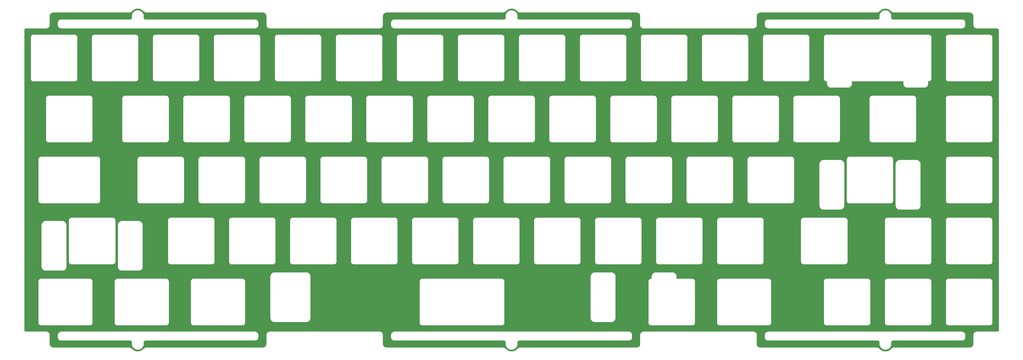
<source format=gbl>
G04*
G04 #@! TF.GenerationSoftware,Altium Limited,Altium Designer,21.6.4 (81)*
G04*
G04 Layer_Physical_Order=2*
G04 Layer_Color=16711680*
%FSLAX44Y44*%
%MOMM*%
G71*
G04*
G04 #@! TF.SameCoordinates,F6FF0BF1-65E6-4351-8202-08BA4BED4334*
G04*
G04*
G04 #@! TF.FilePolarity,Positive*
G04*
G01*
G75*
G36*
X3396145Y1240505D02*
X3400797Y1239031D01*
X3405052Y1236643D01*
X3408934Y1233267D01*
X3408934Y1233267D01*
X3408934Y1233267D01*
X3410937Y1231524D01*
X3411168Y1231393D01*
X3411370Y1231220D01*
X3413684Y1229921D01*
X3413937Y1229839D01*
X3414170Y1229710D01*
X3416700Y1228909D01*
X3416964Y1228879D01*
X3417218Y1228801D01*
X3419858Y1228530D01*
X3419991Y1228543D01*
X3420123Y1228517D01*
X3655646D01*
X3658104Y1228240D01*
X3660301Y1227471D01*
X3662272Y1226233D01*
X3663918Y1224587D01*
X3665156Y1222616D01*
X3665925Y1220419D01*
X3666202Y1217961D01*
Y1189606D01*
X3666230Y1189463D01*
X3666218Y1189316D01*
X3666412Y1187592D01*
X3666501Y1187315D01*
X3666541Y1187027D01*
X3667115Y1185389D01*
X3667262Y1185138D01*
X3667366Y1184866D01*
X3668289Y1183397D01*
X3668489Y1183185D01*
X3668651Y1182943D01*
X3669878Y1181716D01*
X3670120Y1181554D01*
X3670332Y1181355D01*
X3671801Y1180431D01*
X3672073Y1180328D01*
X3672324Y1180180D01*
X3673961Y1179606D01*
X3674250Y1179566D01*
X3674527Y1179477D01*
X3676252Y1179283D01*
X3676398Y1179296D01*
X3676541Y1179267D01*
X3740146D01*
X3741436Y1179121D01*
X3742523Y1178741D01*
X3743499Y1178128D01*
X3744313Y1177314D01*
X3744926Y1176338D01*
X3745306Y1175251D01*
X3745452Y1173961D01*
Y237252D01*
X3745306Y235962D01*
X3744926Y234875D01*
X3744313Y233899D01*
X3743499Y233085D01*
X3742523Y232472D01*
X3741436Y232092D01*
X3740146Y231946D01*
X3676541D01*
X3676398Y231917D01*
X3676252Y231930D01*
X3674527Y231735D01*
X3674250Y231647D01*
X3673961Y231607D01*
X3672324Y231033D01*
X3672073Y230886D01*
X3671801Y230782D01*
X3670332Y229858D01*
X3670120Y229659D01*
X3669878Y229497D01*
X3668651Y228270D01*
X3668489Y228028D01*
X3668289Y227816D01*
X3667366Y226347D01*
X3667262Y226075D01*
X3667115Y225824D01*
X3666541Y224186D01*
X3666501Y223898D01*
X3666412Y223621D01*
X3666218Y221897D01*
X3666230Y221750D01*
X3666202Y221607D01*
Y193252D01*
X3665925Y190794D01*
X3665156Y188597D01*
X3663918Y186626D01*
X3662272Y184980D01*
X3660301Y183742D01*
X3658104Y182973D01*
X3655646Y182696D01*
X3420123Y182696D01*
X3419992Y182670D01*
X3419859Y182683D01*
X3417218Y182411D01*
X3416964Y182333D01*
X3416700Y182304D01*
X3414170Y181502D01*
X3413937Y181374D01*
X3413684Y181292D01*
X3411370Y179993D01*
X3411168Y179820D01*
X3410937Y179688D01*
X3408935Y177946D01*
X3408935Y177946D01*
X3405052Y174569D01*
X3400797Y172182D01*
X3396146Y170708D01*
X3391292Y170210D01*
X3386438Y170708D01*
X3381786Y172182D01*
X3377531Y174569D01*
X3373648Y177946D01*
X3371646Y179688D01*
X3371415Y179820D01*
X3371213Y179993D01*
X3368898Y181292D01*
X3368646Y181374D01*
X3368413Y181502D01*
X3365883Y182304D01*
X3365619Y182333D01*
X3365365Y182411D01*
X3362725Y182683D01*
X3362591Y182670D01*
X3362460Y182696D01*
X3000187Y182696D01*
X2997729Y182973D01*
X2995532Y183742D01*
X2993561Y184980D01*
X2991915Y186626D01*
X2990677Y188597D01*
X2989908Y190794D01*
X2989631Y193252D01*
Y221606D01*
X2989602Y221750D01*
X2989615Y221896D01*
X2989420Y223621D01*
X2989332Y223898D01*
X2989291Y224186D01*
X2988718Y225824D01*
X2988570Y226075D01*
X2988467Y226347D01*
X2987544Y227816D01*
X2987344Y228028D01*
X2987182Y228270D01*
X2985954Y229497D01*
X2985713Y229658D01*
X2985501Y229858D01*
X2984032Y230782D01*
X2983760Y230885D01*
X2983510Y231033D01*
X2981871Y231606D01*
X2981583Y231647D01*
X2981306Y231735D01*
X2979582Y231930D01*
X2979435Y231917D01*
X2979291Y231946D01*
X2636041Y231946D01*
X2635898Y231917D01*
X2635751Y231930D01*
X2634027Y231735D01*
X2633750Y231647D01*
X2633462Y231606D01*
X2631824Y231033D01*
X2631573Y230885D01*
X2631301Y230782D01*
X2629832Y229858D01*
X2629620Y229658D01*
X2629378Y229497D01*
X2628151Y228270D01*
X2627990Y228028D01*
X2627790Y227816D01*
X2626866Y226347D01*
X2626762Y226075D01*
X2626615Y225824D01*
X2626041Y224186D01*
X2626001Y223898D01*
X2625912Y223621D01*
X2625718Y221896D01*
X2625730Y221750D01*
X2625702Y221606D01*
Y193252D01*
X2625425Y190793D01*
X2624656Y188597D01*
X2623418Y186626D01*
X2621772Y184980D01*
X2619801Y183742D01*
X2617604Y182973D01*
X2615146Y182696D01*
X2252873Y182696D01*
X2252742Y182670D01*
X2252608Y182682D01*
X2249968Y182411D01*
X2249714Y182333D01*
X2249450Y182304D01*
X2246920Y181502D01*
X2246687Y181374D01*
X2246434Y181292D01*
X2244120Y179993D01*
X2243918Y179820D01*
X2243687Y179688D01*
X2241684Y177946D01*
X2237802Y174569D01*
X2233547Y172181D01*
X2228896Y170708D01*
X2224041Y170210D01*
X2219187Y170708D01*
X2214536Y172181D01*
X2210281Y174569D01*
X2206398Y177946D01*
D01*
X2206398Y177946D01*
X2204396Y179688D01*
X2204165Y179820D01*
X2203963Y179993D01*
X2201649Y181292D01*
X2201396Y181374D01*
X2201163Y181502D01*
X2198633Y182304D01*
X2198369Y182333D01*
X2198115Y182411D01*
X2195475Y182682D01*
X2195341Y182670D01*
X2195210Y182696D01*
X1832937Y182696D01*
X1830479Y182973D01*
X1828282Y183742D01*
X1826311Y184980D01*
X1824665Y186626D01*
X1823427Y188596D01*
X1822658Y190793D01*
X1822381Y193252D01*
Y221606D01*
X1822352Y221750D01*
X1822365Y221896D01*
X1822171Y223621D01*
X1822082Y223898D01*
X1822041Y224186D01*
X1821468Y225824D01*
X1821320Y226075D01*
X1821217Y226347D01*
X1820293Y227816D01*
X1820094Y228028D01*
X1819932Y228270D01*
X1818705Y229497D01*
X1818463Y229658D01*
X1818251Y229858D01*
X1816782Y230781D01*
X1816510Y230885D01*
X1816259Y231033D01*
X1814621Y231606D01*
X1814333Y231647D01*
X1814056Y231735D01*
X1812331Y231930D01*
X1812185Y231917D01*
X1812041Y231946D01*
X1468792Y231946D01*
X1468648Y231917D01*
X1468501Y231930D01*
X1466777Y231735D01*
X1466500Y231647D01*
X1466212Y231606D01*
X1464574Y231033D01*
X1464323Y230885D01*
X1464051Y230781D01*
X1462582Y229858D01*
X1462370Y229658D01*
X1462128Y229497D01*
X1460901Y228270D01*
X1460739Y228028D01*
X1460540Y227816D01*
X1459616Y226347D01*
X1459512Y226075D01*
X1459365Y225824D01*
X1458792Y224186D01*
X1458751Y223898D01*
X1458662Y223621D01*
X1458468Y221896D01*
X1458480Y221750D01*
X1458452Y221606D01*
Y193252D01*
X1458175Y190793D01*
X1457406Y188597D01*
X1456168Y186626D01*
X1454522Y184980D01*
X1452551Y183742D01*
X1450354Y182973D01*
X1447896Y182696D01*
X1085623Y182696D01*
X1085492Y182670D01*
X1085358Y182682D01*
X1082718Y182411D01*
X1082464Y182333D01*
X1082200Y182304D01*
X1079670Y181502D01*
X1079437Y181374D01*
X1079184Y181292D01*
X1076870Y179993D01*
X1076668Y179820D01*
X1076437Y179688D01*
X1074435Y177946D01*
X1074435D01*
X1070552Y174569D01*
X1066297Y172181D01*
X1061646Y170708D01*
X1056792Y170210D01*
X1051937Y170708D01*
X1047286Y172181D01*
X1043031Y174569D01*
X1039148Y177946D01*
D01*
X1039148Y177946D01*
X1037146Y179688D01*
X1036915Y179820D01*
X1036713Y179993D01*
X1034398Y181292D01*
X1034146Y181374D01*
X1033913Y181502D01*
X1031383Y182304D01*
X1031119Y182333D01*
X1030865Y182411D01*
X1028224Y182682D01*
X1028091Y182670D01*
X1027960Y182696D01*
X792437Y182696D01*
X789979Y182973D01*
X787782Y183742D01*
X785811Y184980D01*
X784165Y186626D01*
X782927Y188596D01*
X782158Y190793D01*
X781881Y193252D01*
Y221606D01*
X781852Y221750D01*
X781865Y221896D01*
X781671Y223621D01*
X781582Y223898D01*
X781542Y224186D01*
X780968Y225824D01*
X780820Y226075D01*
X780717Y226347D01*
X779793Y227816D01*
X779594Y228027D01*
X779432Y228269D01*
X778205Y229496D01*
X777963Y229658D01*
X777751Y229858D01*
X776282Y230781D01*
X776010Y230885D01*
X775759Y231033D01*
X774121Y231606D01*
X773833Y231647D01*
X773556Y231735D01*
X771831Y231930D01*
X771685Y231917D01*
X771542Y231946D01*
X707937D01*
X706647Y232091D01*
X705560Y232472D01*
X704584Y233085D01*
X703770Y233899D01*
X703157Y234874D01*
X702776Y235962D01*
X702631Y237252D01*
X702631Y1173961D01*
X702776Y1175251D01*
X703157Y1176338D01*
X703770Y1177313D01*
X704584Y1178128D01*
X705559Y1178741D01*
X706647Y1179121D01*
X707937Y1179267D01*
X771541D01*
X771685Y1179295D01*
X771831Y1179283D01*
X773556Y1179477D01*
X773833Y1179566D01*
X774121Y1179606D01*
X775759Y1180179D01*
X776010Y1180327D01*
X776282Y1180431D01*
X777751Y1181354D01*
X777963Y1181554D01*
X778205Y1181716D01*
X779432Y1182943D01*
X779593Y1183185D01*
X779793Y1183396D01*
X780717Y1184866D01*
X780820Y1185138D01*
X780968Y1185388D01*
X781541Y1187027D01*
X781582Y1187315D01*
X781670Y1187592D01*
X781865Y1189316D01*
X781852Y1189462D01*
X781881Y1189606D01*
Y1217961D01*
X782158Y1220419D01*
X782927Y1222616D01*
X784165Y1224587D01*
X785811Y1226233D01*
X787782Y1227471D01*
X789978Y1228240D01*
X792437Y1228517D01*
X1027960D01*
X1028091Y1228543D01*
X1028224Y1228530D01*
X1030865Y1228801D01*
X1031119Y1228879D01*
X1031383Y1228909D01*
X1033913Y1229710D01*
X1034146Y1229838D01*
X1034398Y1229921D01*
X1036713Y1231220D01*
X1036915Y1231392D01*
X1037146Y1231524D01*
X1039148Y1233266D01*
D01*
X1043030Y1236643D01*
X1047286Y1239031D01*
X1051937Y1240505D01*
X1056791Y1241003D01*
X1061645Y1240505D01*
X1066297Y1239031D01*
X1070552Y1236643D01*
X1074434Y1233266D01*
X1076437Y1231524D01*
X1076668Y1231392D01*
X1076869Y1231220D01*
X1079184Y1229921D01*
X1079437Y1229838D01*
X1079669Y1229710D01*
X1082200Y1228909D01*
X1082464Y1228879D01*
X1082718Y1228801D01*
X1085358Y1228530D01*
X1085491Y1228543D01*
X1085623Y1228517D01*
X1447896D01*
X1450354Y1228240D01*
X1452551Y1227471D01*
X1454522Y1226233D01*
X1456168Y1224587D01*
X1457406Y1222616D01*
X1458175Y1220419D01*
X1458452Y1217961D01*
Y1189606D01*
X1458480Y1189462D01*
X1458468Y1189316D01*
X1458662Y1187592D01*
X1458751Y1187315D01*
X1458791Y1187027D01*
X1459364Y1185388D01*
X1459512Y1185138D01*
X1459616Y1184866D01*
X1460539Y1183397D01*
X1460739Y1183185D01*
X1460901Y1182943D01*
X1462128Y1181716D01*
X1462370Y1181554D01*
X1462581Y1181355D01*
X1464051Y1180431D01*
X1464323Y1180327D01*
X1464573Y1180180D01*
X1466211Y1179606D01*
X1466500Y1179566D01*
X1466777Y1179477D01*
X1468501Y1179283D01*
X1468648Y1179295D01*
X1468791Y1179267D01*
X1812041D01*
X1812185Y1179295D01*
X1812332Y1179283D01*
X1814056Y1179477D01*
X1814333Y1179566D01*
X1814621Y1179606D01*
X1816259Y1180180D01*
X1816510Y1180327D01*
X1816782Y1180431D01*
X1818251Y1181354D01*
X1818463Y1181554D01*
X1818705Y1181716D01*
X1819932Y1182943D01*
X1820093Y1183185D01*
X1820293Y1183397D01*
X1821217Y1184866D01*
X1821320Y1185138D01*
X1821468Y1185388D01*
X1822041Y1187026D01*
X1822082Y1187315D01*
X1822171Y1187592D01*
X1822365Y1189316D01*
X1822352Y1189463D01*
X1822381Y1189606D01*
Y1217961D01*
X1822658Y1220419D01*
X1823427Y1222616D01*
X1824665Y1224587D01*
X1826311Y1226233D01*
X1828282Y1227471D01*
X1830479Y1228240D01*
X1832937Y1228517D01*
X2195210D01*
X2195341Y1228543D01*
X2195475Y1228530D01*
X2198115Y1228801D01*
X2198369Y1228879D01*
X2198633Y1228909D01*
X2201163Y1229710D01*
X2201396Y1229838D01*
X2201648Y1229921D01*
X2203963Y1231220D01*
X2204165Y1231392D01*
X2204396Y1231524D01*
X2206398Y1233266D01*
D01*
X2210280Y1236643D01*
X2214536Y1239031D01*
X2219187Y1240505D01*
X2224041Y1241003D01*
X2228895Y1240505D01*
X2233547Y1239031D01*
X2237802Y1236643D01*
X2241684Y1233266D01*
X2241684D01*
X2241684Y1233266D01*
X2243687Y1231524D01*
X2243918Y1231392D01*
X2244119Y1231220D01*
X2246434Y1229921D01*
X2246687Y1229838D01*
X2246920Y1229710D01*
X2249450Y1228909D01*
X2249714Y1228879D01*
X2249968Y1228801D01*
X2252608Y1228530D01*
X2252742Y1228543D01*
X2252873Y1228517D01*
X2615146D01*
X2617604Y1228240D01*
X2619801Y1227471D01*
X2621772Y1226233D01*
X2623418Y1224587D01*
X2624656Y1222616D01*
X2625425Y1220419D01*
X2625702Y1217961D01*
Y1189606D01*
X2625730Y1189462D01*
X2625718Y1189316D01*
X2625912Y1187592D01*
X2626001Y1187315D01*
X2626041Y1187027D01*
X2626614Y1185389D01*
X2626762Y1185138D01*
X2626866Y1184866D01*
X2627790Y1183397D01*
X2627990Y1183185D01*
X2628151Y1182943D01*
X2629378Y1181716D01*
X2629620Y1181554D01*
X2629832Y1181355D01*
X2631301Y1180431D01*
X2631573Y1180328D01*
X2631823Y1180180D01*
X2633462Y1179606D01*
X2633750Y1179566D01*
X2634027Y1179477D01*
X2635752Y1179283D01*
X2635898Y1179295D01*
X2636041Y1179267D01*
X2979291D01*
X2979435Y1179295D01*
X2979581Y1179283D01*
X2981306Y1179477D01*
X2981583Y1179566D01*
X2981871Y1179606D01*
X2983509Y1180180D01*
X2983760Y1180327D01*
X2984032Y1180431D01*
X2985501Y1181355D01*
X2985713Y1181554D01*
X2985955Y1181716D01*
X2987182Y1182943D01*
X2987343Y1183185D01*
X2987543Y1183397D01*
X2988466Y1184866D01*
X2988570Y1185138D01*
X2988718Y1185388D01*
X2989291Y1187027D01*
X2989332Y1187315D01*
X2989420Y1187592D01*
X2989615Y1189317D01*
X2989602Y1189463D01*
X2989631Y1189606D01*
Y1217961D01*
X2989908Y1220419D01*
X2990677Y1222616D01*
X2991915Y1224587D01*
X2993561Y1226233D01*
X2995532Y1227471D01*
X2997728Y1228240D01*
X3000187Y1228517D01*
X3362460D01*
X3362591Y1228543D01*
X3362725Y1228530D01*
X3365365Y1228801D01*
X3365619Y1228879D01*
X3365883Y1228909D01*
X3368413Y1229710D01*
X3368646Y1229839D01*
X3368898Y1229921D01*
X3371213Y1231220D01*
X3371415Y1231393D01*
X3371646Y1231524D01*
X3373648Y1233267D01*
X3373648Y1233267D01*
X3377531Y1236643D01*
X3381786Y1239031D01*
X3386437Y1240505D01*
X3391292Y1241003D01*
X3396145Y1240505D01*
D02*
G37*
%LPC*%
G36*
X3392956Y1235609D02*
X3389626D01*
X3389361Y1235557D01*
X3389091Y1235553D01*
X3385833Y1234864D01*
X3385584Y1234758D01*
X3385320Y1234698D01*
X3382275Y1233350D01*
X3382054Y1233194D01*
X3381808Y1233081D01*
X3379109Y1231132D01*
X3378924Y1230934D01*
X3378707Y1230772D01*
X3376469Y1228307D01*
X3376330Y1228074D01*
X3376151Y1227872D01*
X3374472Y1224996D01*
X3374384Y1224740D01*
X3374250Y1224505D01*
X3373203Y1221344D01*
X3373170Y1221075D01*
X3373088Y1220818D01*
X3372718Y1217508D01*
X3372741Y1217239D01*
X3372714Y1216969D01*
X3373036Y1213663D01*
X3373164Y1212253D01*
X3373016Y1211125D01*
X3372624Y1210058D01*
X3372006Y1209103D01*
X3371194Y1208307D01*
X3370226Y1207709D01*
X3369152Y1207338D01*
X3367878Y1207196D01*
X3025331D01*
X3025187Y1207168D01*
X3025042Y1207180D01*
X3023317Y1206986D01*
X3023040Y1206897D01*
X3022751Y1206857D01*
X3021113Y1206283D01*
X3020863Y1206135D01*
X3020591Y1206032D01*
X3019122Y1205109D01*
X3018910Y1204909D01*
X3018668Y1204747D01*
X3017441Y1203520D01*
X3017279Y1203278D01*
X3017079Y1203066D01*
X3016156Y1201597D01*
X3016052Y1201325D01*
X3015904Y1201074D01*
X3015331Y1199436D01*
X3015291Y1199148D01*
X3015202Y1198871D01*
X3015008Y1197147D01*
X3015020Y1197000D01*
X3014991Y1196856D01*
Y1189606D01*
X3015020Y1189463D01*
X3015008Y1189316D01*
X3015202Y1187592D01*
X3015291Y1187315D01*
X3015331Y1187027D01*
X3015904Y1185389D01*
X3016052Y1185138D01*
X3016156Y1184866D01*
X3017079Y1183397D01*
X3017279Y1183185D01*
X3017441Y1182943D01*
X3018668Y1181716D01*
X3018910Y1181554D01*
X3019121Y1181354D01*
X3020591Y1180431D01*
X3020863Y1180327D01*
X3021114Y1180180D01*
X3022751Y1179606D01*
X3023040Y1179566D01*
X3023317Y1179477D01*
X3025041Y1179283D01*
X3025187Y1179295D01*
X3025331Y1179267D01*
X3630501Y1179267D01*
X3630645Y1179295D01*
X3630791Y1179283D01*
X3632516Y1179477D01*
X3632793Y1179566D01*
X3633081Y1179606D01*
X3634720Y1180180D01*
X3634970Y1180327D01*
X3635242Y1180431D01*
X3636711Y1181355D01*
X3636923Y1181554D01*
X3637165Y1181716D01*
X3638392Y1182943D01*
X3638553Y1183185D01*
X3638753Y1183397D01*
X3639677Y1184866D01*
X3639781Y1185138D01*
X3639929Y1185389D01*
X3640501Y1187027D01*
X3640542Y1187315D01*
X3640630Y1187592D01*
X3640825Y1189316D01*
X3640813Y1189463D01*
X3640841Y1189606D01*
Y1196857D01*
X3640813Y1197001D01*
X3640825Y1197147D01*
X3640630Y1198871D01*
X3640542Y1199148D01*
X3640501Y1199436D01*
X3639929Y1201074D01*
X3639781Y1201325D01*
X3639677Y1201597D01*
X3638753Y1203066D01*
X3638553Y1203278D01*
X3638392Y1203520D01*
X3637165Y1204747D01*
X3636923Y1204909D01*
X3636711Y1205108D01*
X3635242Y1206032D01*
X3634970Y1206136D01*
X3634720Y1206283D01*
X3633081Y1206857D01*
X3632793Y1206897D01*
X3632516Y1206986D01*
X3630791Y1207180D01*
X3630645Y1207168D01*
X3630501Y1207196D01*
X3414705D01*
X3413431Y1207338D01*
X3412356Y1207709D01*
X3411389Y1208307D01*
X3410577Y1209103D01*
X3409959Y1210058D01*
X3409567Y1211125D01*
X3409418Y1212253D01*
X3409547Y1213667D01*
X3409868Y1216970D01*
X3409842Y1217239D01*
X3409865Y1217509D01*
X3409495Y1220818D01*
X3409413Y1221076D01*
X3409379Y1221344D01*
X3408333Y1224505D01*
X3408199Y1224740D01*
X3408111Y1224996D01*
X3406432Y1227872D01*
X3406252Y1228074D01*
X3406113Y1228307D01*
X3403876Y1230773D01*
X3403658Y1230934D01*
X3403474Y1231132D01*
X3400775Y1233081D01*
X3400529Y1233194D01*
X3400307Y1233350D01*
X3397263Y1234698D01*
X3396999Y1234758D01*
X3396750Y1234864D01*
X3393492Y1235553D01*
X3393222Y1235557D01*
X3392956Y1235609D01*
D02*
G37*
G36*
X2225706Y1235609D02*
X2222376Y1235609D01*
X2222111Y1235556D01*
X2221841Y1235553D01*
X2218583Y1234864D01*
X2218334Y1234757D01*
X2218070Y1234698D01*
X2215025Y1233350D01*
X2214804Y1233194D01*
X2214558Y1233081D01*
X2211859Y1231132D01*
X2211674Y1230934D01*
X2211457Y1230772D01*
X2209220Y1228306D01*
X2209080Y1228074D01*
X2208901Y1227872D01*
X2207222Y1224996D01*
X2207134Y1224740D01*
X2207000Y1224505D01*
X2205954Y1221344D01*
X2205920Y1221075D01*
X2205838Y1220817D01*
X2205468Y1217508D01*
X2205491Y1217239D01*
X2205464Y1216969D01*
X2205786Y1213663D01*
X2205914Y1212253D01*
X2205766Y1211125D01*
X2205373Y1210058D01*
X2204756Y1209103D01*
X2203944Y1208307D01*
X2202977Y1207709D01*
X2201901Y1207338D01*
X2200628Y1207196D01*
X1858081D01*
X1857938Y1207167D01*
X1857791Y1207180D01*
X1856067Y1206985D01*
X1855790Y1206897D01*
X1855501Y1206856D01*
X1853863Y1206283D01*
X1853613Y1206135D01*
X1853341Y1206032D01*
X1851872Y1205108D01*
X1851660Y1204909D01*
X1851418Y1204747D01*
X1850191Y1203520D01*
X1850029Y1203278D01*
X1849829Y1203066D01*
X1848906Y1201597D01*
X1848802Y1201325D01*
X1848654Y1201074D01*
X1848081Y1199436D01*
X1848041Y1199148D01*
X1847952Y1198871D01*
X1847758Y1197146D01*
X1847770Y1197000D01*
X1847742Y1196856D01*
Y1189606D01*
X1847770Y1189463D01*
X1847758Y1189316D01*
X1847952Y1187592D01*
X1848041Y1187315D01*
X1848081Y1187026D01*
X1848654Y1185388D01*
X1848802Y1185138D01*
X1848906Y1184866D01*
X1849829Y1183397D01*
X1850029Y1183185D01*
X1850191Y1182943D01*
X1851418Y1181716D01*
X1851660Y1181554D01*
X1851871Y1181354D01*
X1853341Y1180431D01*
X1853613Y1180327D01*
X1853864Y1180179D01*
X1855502Y1179606D01*
X1855789Y1179566D01*
X1856067Y1179477D01*
X1857791Y1179283D01*
X1857937Y1179295D01*
X1858081Y1179267D01*
X2590002Y1179267D01*
X2590145Y1179295D01*
X2590291Y1179283D01*
X2592016Y1179477D01*
X2592293Y1179566D01*
X2592581Y1179606D01*
X2594219Y1180180D01*
X2594470Y1180327D01*
X2594742Y1180431D01*
X2596211Y1181355D01*
X2596423Y1181554D01*
X2596665Y1181716D01*
X2597892Y1182943D01*
X2598054Y1183185D01*
X2598253Y1183397D01*
X2599177Y1184866D01*
X2599280Y1185138D01*
X2599428Y1185389D01*
X2600002Y1187027D01*
X2600042Y1187315D01*
X2600131Y1187592D01*
X2600325Y1189316D01*
X2600312Y1189463D01*
X2600341Y1189606D01*
Y1196856D01*
X2600312Y1197000D01*
X2600325Y1197147D01*
X2600131Y1198871D01*
X2600042Y1199148D01*
X2600002Y1199436D01*
X2599428Y1201074D01*
X2599280Y1201325D01*
X2599177Y1201597D01*
X2598253Y1203066D01*
X2598054Y1203278D01*
X2597892Y1203520D01*
X2596665Y1204747D01*
X2596423Y1204908D01*
X2596211Y1205108D01*
X2594742Y1206032D01*
X2594470Y1206135D01*
X2594219Y1206283D01*
X2592581Y1206857D01*
X2592293Y1206897D01*
X2592016Y1206986D01*
X2590291Y1207180D01*
X2590145Y1207168D01*
X2590002Y1207196D01*
X2247455D01*
X2246181Y1207338D01*
X2245106Y1207709D01*
X2244139Y1208307D01*
X2243327Y1209103D01*
X2242709Y1210058D01*
X2242317Y1211125D01*
X2242168Y1212253D01*
X2242297Y1213665D01*
X2242619Y1216969D01*
X2242592Y1217239D01*
X2242615Y1217508D01*
X2242245Y1220817D01*
X2242163Y1221075D01*
X2242129Y1221344D01*
X2241082Y1224505D01*
X2240949Y1224740D01*
X2240860Y1224996D01*
X2239182Y1227872D01*
X2239003Y1228074D01*
X2238863Y1228307D01*
X2236626Y1230772D01*
X2236408Y1230934D01*
X2236224Y1231132D01*
X2233525Y1233081D01*
X2233279Y1233194D01*
X2233057Y1233350D01*
X2230013Y1234698D01*
X2229749Y1234758D01*
X2229500Y1234864D01*
X2226242Y1235553D01*
X2225972Y1235556D01*
X2225706Y1235609D01*
D02*
G37*
G36*
X1058456Y1235609D02*
X1055126D01*
X1054861Y1235556D01*
X1054591Y1235553D01*
X1051333Y1234864D01*
X1051084Y1234757D01*
X1050820Y1234698D01*
X1047775Y1233350D01*
X1047554Y1233194D01*
X1047308Y1233081D01*
X1044609Y1231132D01*
X1044424Y1230933D01*
X1044207Y1230772D01*
X1041970Y1228306D01*
X1041830Y1228074D01*
X1041651Y1227872D01*
X1039972Y1224996D01*
X1039884Y1224740D01*
X1039750Y1224505D01*
X1038703Y1221344D01*
X1038670Y1221075D01*
X1038588Y1220817D01*
X1038218Y1217508D01*
X1038241Y1217239D01*
X1038214Y1216969D01*
X1038536Y1213663D01*
X1038664Y1212253D01*
X1038516Y1211125D01*
X1038123Y1210058D01*
X1037506Y1209103D01*
X1036694Y1208307D01*
X1035726Y1207709D01*
X1034651Y1207338D01*
X1033378Y1207196D01*
X817581D01*
X817438Y1207167D01*
X817291Y1207180D01*
X815567Y1206985D01*
X815290Y1206897D01*
X815002Y1206856D01*
X813363Y1206283D01*
X813113Y1206135D01*
X812841Y1206031D01*
X811372Y1205108D01*
X811160Y1204908D01*
X810918Y1204747D01*
X809691Y1203519D01*
X809529Y1203278D01*
X809329Y1203066D01*
X808406Y1201597D01*
X808302Y1201325D01*
X808154Y1201074D01*
X807581Y1199436D01*
X807541Y1199148D01*
X807452Y1198871D01*
X807258Y1197146D01*
X807270Y1197000D01*
X807242Y1196856D01*
Y1189606D01*
X807270Y1189462D01*
X807258Y1189316D01*
X807452Y1187592D01*
X807541Y1187315D01*
X807581Y1187026D01*
X808154Y1185388D01*
X808302Y1185138D01*
X808406Y1184866D01*
X809329Y1183396D01*
X809529Y1183185D01*
X809691Y1182943D01*
X810918Y1181716D01*
X811160Y1181554D01*
X811371Y1181354D01*
X812841Y1180431D01*
X813113Y1180327D01*
X813363Y1180179D01*
X815002Y1179606D01*
X815290Y1179565D01*
X815567Y1179477D01*
X817291Y1179283D01*
X817438Y1179295D01*
X817581Y1179267D01*
X1422751Y1179267D01*
X1422895Y1179295D01*
X1423041Y1179283D01*
X1424766Y1179477D01*
X1425043Y1179566D01*
X1425331Y1179606D01*
X1426969Y1180179D01*
X1427220Y1180327D01*
X1427492Y1180431D01*
X1428961Y1181354D01*
X1429173Y1181554D01*
X1429415Y1181716D01*
X1430642Y1182943D01*
X1430803Y1183185D01*
X1431003Y1183396D01*
X1431927Y1184866D01*
X1432030Y1185138D01*
X1432178Y1185388D01*
X1432751Y1187027D01*
X1432792Y1187315D01*
X1432881Y1187592D01*
X1433075Y1189316D01*
X1433062Y1189462D01*
X1433091Y1189606D01*
Y1196856D01*
X1433062Y1197000D01*
X1433075Y1197146D01*
X1432881Y1198871D01*
X1432792Y1199148D01*
X1432751Y1199436D01*
X1432178Y1201074D01*
X1432030Y1201325D01*
X1431927Y1201597D01*
X1431003Y1203066D01*
X1430803Y1203278D01*
X1430642Y1203520D01*
X1429415Y1204747D01*
X1429173Y1204908D01*
X1428961Y1205108D01*
X1427492Y1206032D01*
X1427220Y1206135D01*
X1426969Y1206283D01*
X1425331Y1206856D01*
X1425043Y1206897D01*
X1424766Y1206985D01*
X1423041Y1207180D01*
X1422895Y1207167D01*
X1422751Y1207196D01*
X1080205D01*
X1078931Y1207338D01*
X1077856Y1207709D01*
X1076889Y1208307D01*
X1076077Y1209103D01*
X1075459Y1210058D01*
X1075067Y1211125D01*
X1074918Y1212253D01*
X1075047Y1213665D01*
X1075368Y1216969D01*
X1075342Y1217239D01*
X1075365Y1217508D01*
X1074995Y1220817D01*
X1074913Y1221075D01*
X1074879Y1221344D01*
X1073832Y1224505D01*
X1073699Y1224740D01*
X1073611Y1224996D01*
X1071932Y1227872D01*
X1071752Y1228074D01*
X1071613Y1228306D01*
X1069376Y1230772D01*
X1069158Y1230934D01*
X1068974Y1231132D01*
X1066275Y1233081D01*
X1066029Y1233194D01*
X1065807Y1233350D01*
X1062763Y1234698D01*
X1062499Y1234757D01*
X1062250Y1234864D01*
X1058992Y1235553D01*
X1058722Y1235556D01*
X1058456Y1235609D01*
D02*
G37*
G36*
X3717291Y1159196D02*
X3588292D01*
X3588148Y1159168D01*
X3588002Y1159180D01*
X3586778Y1159042D01*
X3586501Y1158954D01*
X3586212Y1158913D01*
X3585050Y1158506D01*
X3584799Y1158358D01*
X3584527Y1158255D01*
X3583484Y1157599D01*
X3583273Y1157400D01*
X3583031Y1157238D01*
X3582160Y1156367D01*
X3581999Y1156125D01*
X3581799Y1155914D01*
X3581143Y1154871D01*
X3581039Y1154599D01*
X3580892Y1154348D01*
X3580485Y1153186D01*
X3580444Y1152897D01*
X3580356Y1152620D01*
X3580218Y1151396D01*
X3580230Y1151250D01*
X3580202Y1151106D01*
Y1022106D01*
X3580230Y1021963D01*
X3580218Y1021817D01*
X3580356Y1020593D01*
X3580444Y1020316D01*
X3580485Y1020027D01*
X3580892Y1018865D01*
X3581039Y1018614D01*
X3581143Y1018342D01*
X3581799Y1017299D01*
X3581999Y1017088D01*
X3582160Y1016846D01*
X3583031Y1015975D01*
X3583273Y1015814D01*
X3583484Y1015614D01*
X3584527Y1014958D01*
X3584799Y1014855D01*
X3585050Y1014707D01*
X3586212Y1014300D01*
X3586501Y1014259D01*
X3586778Y1014171D01*
X3588002Y1014033D01*
X3588148Y1014045D01*
X3588292Y1014017D01*
X3717291D01*
X3717435Y1014045D01*
X3717581Y1014033D01*
X3718806Y1014171D01*
X3719083Y1014259D01*
X3719370Y1014300D01*
X3720533Y1014707D01*
X3720784Y1014855D01*
X3721056Y1014958D01*
X3722098Y1015614D01*
X3722310Y1015814D01*
X3722552Y1015975D01*
X3723423Y1016846D01*
X3723584Y1017088D01*
X3723784Y1017299D01*
X3724440Y1018342D01*
X3724543Y1018614D01*
X3724691Y1018865D01*
X3725098Y1020027D01*
X3725139Y1020315D01*
X3725227Y1020592D01*
X3725365Y1021816D01*
X3725352Y1021963D01*
X3725381Y1022106D01*
Y1151106D01*
X3725352Y1151250D01*
X3725365Y1151397D01*
X3725227Y1152620D01*
X3725139Y1152897D01*
X3725098Y1153185D01*
X3724691Y1154348D01*
X3724543Y1154599D01*
X3724440Y1154871D01*
X3723784Y1155914D01*
X3723584Y1156125D01*
X3723423Y1156367D01*
X3722552Y1157238D01*
X3722310Y1157400D01*
X3722098Y1157599D01*
X3721056Y1158255D01*
X3720784Y1158358D01*
X3720533Y1158506D01*
X3719371Y1158913D01*
X3719082Y1158954D01*
X3718805Y1159042D01*
X3717581Y1159180D01*
X3717435Y1159168D01*
X3717291Y1159196D01*
D02*
G37*
G36*
X3526791D02*
X3207292D01*
X3207148Y1159168D01*
X3207001Y1159180D01*
X3205778Y1159042D01*
X3205500Y1158954D01*
X3205212Y1158913D01*
X3204050Y1158506D01*
X3203799Y1158358D01*
X3203527Y1158255D01*
X3202484Y1157599D01*
X3202273Y1157399D01*
X3202031Y1157238D01*
X3201160Y1156367D01*
X3200999Y1156125D01*
X3200799Y1155913D01*
X3200143Y1154871D01*
X3200039Y1154599D01*
X3199892Y1154348D01*
X3199485Y1153186D01*
X3199444Y1152897D01*
X3199356Y1152620D01*
X3199218Y1151396D01*
X3199230Y1151250D01*
X3199202Y1151106D01*
Y1022106D01*
X3199230Y1021963D01*
X3199218Y1021817D01*
X3199356Y1020593D01*
X3199444Y1020316D01*
X3199485Y1020027D01*
X3199892Y1018865D01*
X3200039Y1018614D01*
X3200143Y1018342D01*
X3200799Y1017299D01*
X3200999Y1017088D01*
X3201160Y1016846D01*
X3202031Y1015975D01*
X3202273Y1015813D01*
X3202484Y1015613D01*
X3203527Y1014958D01*
X3203799Y1014855D01*
X3204050Y1014707D01*
X3205212Y1014300D01*
X3205500Y1014259D01*
X3205778Y1014171D01*
X3207002Y1014033D01*
X3207148Y1014045D01*
X3207292Y1014017D01*
X3208834D01*
X3209011Y1013997D01*
X3209041Y1013986D01*
X3209069Y1013969D01*
X3209091Y1013946D01*
X3209108Y1013919D01*
X3209119Y1013888D01*
X3209139Y1013711D01*
Y1007106D01*
X3209168Y1006963D01*
X3209156Y1006817D01*
X3209419Y1004480D01*
X3209507Y1004203D01*
X3209548Y1003914D01*
X3210324Y1001695D01*
X3210472Y1001445D01*
X3210576Y1001173D01*
X3211827Y999182D01*
X3212027Y998971D01*
X3212188Y998729D01*
X3213851Y997066D01*
X3214093Y996904D01*
X3214305Y996704D01*
X3216295Y995453D01*
X3216567Y995350D01*
X3216818Y995202D01*
X3219037Y994425D01*
X3219325Y994385D01*
X3219602Y994296D01*
X3221939Y994033D01*
X3222085Y994045D01*
X3222229Y994017D01*
X3273729D01*
X3273873Y994045D01*
X3274019Y994033D01*
X3276355Y994296D01*
X3276632Y994385D01*
X3276920Y994425D01*
X3279140Y995202D01*
X3279391Y995350D01*
X3279662Y995453D01*
X3281653Y996704D01*
X3281865Y996904D01*
X3282107Y997066D01*
X3283769Y998728D01*
X3283931Y998970D01*
X3284131Y999182D01*
X3285382Y1001173D01*
X3285486Y1001445D01*
X3285634Y1001695D01*
X3286410Y1003915D01*
X3286451Y1004203D01*
X3286539Y1004480D01*
X3286802Y1006816D01*
X3286790Y1006963D01*
X3286819Y1007106D01*
Y1013711D01*
X3286839Y1013888D01*
X3286849Y1013919D01*
X3286866Y1013946D01*
X3286889Y1013969D01*
X3286916Y1013986D01*
X3286947Y1013997D01*
X3287124Y1014017D01*
X3446959D01*
X3447136Y1013997D01*
X3447166Y1013986D01*
X3447194Y1013969D01*
X3447216Y1013946D01*
X3447233Y1013919D01*
X3447244Y1013888D01*
X3447264Y1013711D01*
Y1007106D01*
X3447293Y1006963D01*
X3447281Y1006817D01*
X3447544Y1004480D01*
X3447632Y1004203D01*
X3447673Y1003915D01*
X3448449Y1001695D01*
X3448597Y1001445D01*
X3448701Y1001173D01*
X3449952Y999182D01*
X3450152Y998971D01*
X3450313Y998729D01*
X3451976Y997066D01*
X3452218Y996904D01*
X3452430Y996704D01*
X3454420Y995453D01*
X3454692Y995350D01*
X3454943Y995202D01*
X3457162Y994425D01*
X3457450Y994385D01*
X3457727Y994296D01*
X3460064Y994033D01*
X3460210Y994045D01*
X3460354Y994017D01*
X3511854D01*
X3511998Y994045D01*
X3512144Y994033D01*
X3514480Y994296D01*
X3514757Y994385D01*
X3515045Y994425D01*
X3517265Y995202D01*
X3517516Y995350D01*
X3517787Y995453D01*
X3519778Y996704D01*
X3519990Y996904D01*
X3520232Y997066D01*
X3521894Y998728D01*
X3522056Y998970D01*
X3522256Y999182D01*
X3523507Y1001173D01*
X3523611Y1001445D01*
X3523759Y1001695D01*
X3524535Y1003915D01*
X3524576Y1004203D01*
X3524664Y1004480D01*
X3524927Y1006816D01*
X3524915Y1006963D01*
X3524944Y1007106D01*
Y1013711D01*
X3524964Y1013888D01*
X3524974Y1013919D01*
X3524991Y1013946D01*
X3525014Y1013969D01*
X3525042Y1013986D01*
X3525072Y1013997D01*
X3525249Y1014017D01*
X3526791D01*
X3526935Y1014045D01*
X3527081Y1014033D01*
X3528305Y1014171D01*
X3528582Y1014259D01*
X3528871Y1014300D01*
X3530033Y1014707D01*
X3530284Y1014855D01*
X3530556Y1014958D01*
X3531599Y1015614D01*
X3531810Y1015814D01*
X3532052Y1015975D01*
X3532923Y1016846D01*
X3533084Y1017088D01*
X3533284Y1017299D01*
X3533940Y1018342D01*
X3534043Y1018614D01*
X3534191Y1018865D01*
X3534598Y1020028D01*
X3534639Y1020315D01*
X3534727Y1020592D01*
X3534865Y1021816D01*
X3534853Y1021963D01*
X3534881Y1022106D01*
Y1151106D01*
X3534853Y1151250D01*
X3534865Y1151397D01*
X3534727Y1152620D01*
X3534639Y1152897D01*
X3534598Y1153185D01*
X3534191Y1154348D01*
X3534043Y1154599D01*
X3533940Y1154871D01*
X3533284Y1155914D01*
X3533084Y1156125D01*
X3532923Y1156367D01*
X3532052Y1157238D01*
X3531810Y1157400D01*
X3531598Y1157599D01*
X3530555Y1158255D01*
X3530284Y1158358D01*
X3530033Y1158506D01*
X3528871Y1158913D01*
X3528582Y1158954D01*
X3528305Y1159042D01*
X3527081Y1159180D01*
X3526935Y1159168D01*
X3526791Y1159196D01*
D02*
G37*
G36*
X3145791D02*
X3016791D01*
X3016648Y1159168D01*
X3016501Y1159180D01*
X3015277Y1159042D01*
X3015000Y1158954D01*
X3014713Y1158913D01*
X3013550Y1158506D01*
X3013299Y1158358D01*
X3013027Y1158255D01*
X3011984Y1157599D01*
X3011773Y1157399D01*
X3011531Y1157238D01*
X3010660Y1156367D01*
X3010498Y1156125D01*
X3010298Y1155913D01*
X3009643Y1154871D01*
X3009539Y1154599D01*
X3009391Y1154348D01*
X3008985Y1153186D01*
X3008944Y1152897D01*
X3008856Y1152620D01*
X3008718Y1151396D01*
X3008730Y1151250D01*
X3008702Y1151106D01*
Y1022106D01*
X3008730Y1021963D01*
X3008718Y1021817D01*
X3008856Y1020593D01*
X3008944Y1020316D01*
X3008985Y1020027D01*
X3009391Y1018865D01*
X3009539Y1018614D01*
X3009643Y1018342D01*
X3010298Y1017299D01*
X3010498Y1017088D01*
X3010660Y1016846D01*
X3011531Y1015975D01*
X3011773Y1015813D01*
X3011985Y1015613D01*
X3013027Y1014958D01*
X3013299Y1014855D01*
X3013550Y1014707D01*
X3014712Y1014300D01*
X3015000Y1014259D01*
X3015278Y1014171D01*
X3016501Y1014033D01*
X3016648Y1014045D01*
X3016791Y1014017D01*
X3145791D01*
X3145935Y1014045D01*
X3146081Y1014033D01*
X3147305Y1014171D01*
X3147582Y1014259D01*
X3147870Y1014300D01*
X3149033Y1014707D01*
X3149284Y1014855D01*
X3149556Y1014958D01*
X3150598Y1015613D01*
X3150810Y1015813D01*
X3151052Y1015975D01*
X3151923Y1016846D01*
X3152084Y1017088D01*
X3152284Y1017299D01*
X3152939Y1018342D01*
X3153044Y1018614D01*
X3153192Y1018865D01*
X3153598Y1020028D01*
X3153639Y1020315D01*
X3153727Y1020592D01*
X3153865Y1021816D01*
X3153853Y1021963D01*
X3153881Y1022106D01*
Y1151106D01*
X3153853Y1151250D01*
X3153865Y1151397D01*
X3153727Y1152620D01*
X3153639Y1152897D01*
X3153598Y1153185D01*
X3153191Y1154348D01*
X3153044Y1154599D01*
X3152939Y1154871D01*
X3152284Y1155913D01*
X3152084Y1156125D01*
X3151923Y1156367D01*
X3151052Y1157238D01*
X3150810Y1157399D01*
X3150598Y1157599D01*
X3149556Y1158254D01*
X3149284Y1158358D01*
X3149033Y1158506D01*
X3147870Y1158913D01*
X3147582Y1158954D01*
X3147305Y1159042D01*
X3146082Y1159180D01*
X3145935Y1159168D01*
X3145791Y1159196D01*
D02*
G37*
G36*
X2955291D02*
X2826292D01*
X2826147Y1159168D01*
X2826001Y1159180D01*
X2824778Y1159042D01*
X2824500Y1158954D01*
X2824212Y1158913D01*
X2823050Y1158506D01*
X2822799Y1158358D01*
X2822527Y1158255D01*
X2821484Y1157599D01*
X2821273Y1157399D01*
X2821031Y1157238D01*
X2820160Y1156367D01*
X2819998Y1156125D01*
X2819799Y1155913D01*
X2819143Y1154871D01*
X2819040Y1154599D01*
X2818892Y1154348D01*
X2818485Y1153186D01*
X2818444Y1152897D01*
X2818356Y1152620D01*
X2818218Y1151396D01*
X2818230Y1151250D01*
X2818202Y1151106D01*
Y1022106D01*
X2818230Y1021963D01*
X2818218Y1021817D01*
X2818356Y1020593D01*
X2818444Y1020316D01*
X2818485Y1020027D01*
X2818892Y1018865D01*
X2819040Y1018614D01*
X2819143Y1018342D01*
X2819799Y1017299D01*
X2819998Y1017088D01*
X2820160Y1016846D01*
X2821031Y1015975D01*
X2821273Y1015813D01*
X2821484Y1015613D01*
X2822527Y1014958D01*
X2822799Y1014855D01*
X2823050Y1014707D01*
X2824212Y1014300D01*
X2824500Y1014259D01*
X2824778Y1014171D01*
X2826002Y1014033D01*
X2826148Y1014045D01*
X2826292Y1014017D01*
X2955291D01*
X2955435Y1014045D01*
X2955581Y1014033D01*
X2956805Y1014171D01*
X2957083Y1014259D01*
X2957371Y1014300D01*
X2958533Y1014707D01*
X2958784Y1014855D01*
X2959055Y1014958D01*
X2960098Y1015613D01*
X2960310Y1015813D01*
X2960552Y1015975D01*
X2961423Y1016846D01*
X2961584Y1017088D01*
X2961784Y1017299D01*
X2962440Y1018342D01*
X2962543Y1018614D01*
X2962691Y1018865D01*
X2963098Y1020028D01*
X2963139Y1020315D01*
X2963227Y1020592D01*
X2963365Y1021816D01*
X2963352Y1021963D01*
X2963381Y1022106D01*
Y1151106D01*
X2963352Y1151250D01*
X2963365Y1151397D01*
X2963227Y1152620D01*
X2963138Y1152897D01*
X2963098Y1153185D01*
X2962691Y1154348D01*
X2962544Y1154599D01*
X2962440Y1154871D01*
X2961784Y1155913D01*
X2961584Y1156125D01*
X2961423Y1156367D01*
X2960552Y1157238D01*
X2960310Y1157399D01*
X2960099Y1157599D01*
X2959056Y1158254D01*
X2958784Y1158358D01*
X2958533Y1158506D01*
X2957370Y1158913D01*
X2957083Y1158954D01*
X2956805Y1159042D01*
X2955581Y1159180D01*
X2955435Y1159168D01*
X2955291Y1159196D01*
D02*
G37*
G36*
X2764791Y1159196D02*
X2635791D01*
X2635648Y1159167D01*
X2635501Y1159180D01*
X2634278Y1159042D01*
X2634000Y1158954D01*
X2633712Y1158913D01*
X2632550Y1158506D01*
X2632299Y1158358D01*
X2632027Y1158254D01*
X2630984Y1157599D01*
X2630773Y1157399D01*
X2630531Y1157238D01*
X2629660Y1156367D01*
X2629498Y1156125D01*
X2629299Y1155913D01*
X2628643Y1154871D01*
X2628539Y1154599D01*
X2628392Y1154348D01*
X2627985Y1153186D01*
X2627944Y1152897D01*
X2627856Y1152620D01*
X2627718Y1151396D01*
X2627730Y1151250D01*
X2627702Y1151106D01*
Y1022106D01*
X2627730Y1021963D01*
X2627718Y1021816D01*
X2627856Y1020593D01*
X2627944Y1020315D01*
X2627985Y1020027D01*
X2628392Y1018865D01*
X2628539Y1018614D01*
X2628643Y1018342D01*
X2629299Y1017299D01*
X2629498Y1017088D01*
X2629660Y1016846D01*
X2630531Y1015975D01*
X2630773Y1015814D01*
X2630984Y1015614D01*
X2632027Y1014958D01*
X2632299Y1014854D01*
X2632550Y1014707D01*
X2633712Y1014300D01*
X2634000Y1014259D01*
X2634277Y1014171D01*
X2635501Y1014033D01*
X2635648Y1014045D01*
X2635791Y1014017D01*
X2764791D01*
X2764935Y1014045D01*
X2765081Y1014033D01*
X2766306Y1014171D01*
X2766583Y1014259D01*
X2766870Y1014300D01*
X2768033Y1014707D01*
X2768284Y1014854D01*
X2768556Y1014958D01*
X2769598Y1015614D01*
X2769810Y1015813D01*
X2770052Y1015975D01*
X2770923Y1016846D01*
X2771084Y1017088D01*
X2771284Y1017299D01*
X2771940Y1018342D01*
X2772043Y1018614D01*
X2772191Y1018865D01*
X2772598Y1020027D01*
X2772639Y1020315D01*
X2772727Y1020592D01*
X2772865Y1021816D01*
X2772852Y1021962D01*
X2772881Y1022106D01*
Y1151106D01*
X2772852Y1151250D01*
X2772865Y1151396D01*
X2772727Y1152620D01*
X2772639Y1152897D01*
X2772598Y1153185D01*
X2772191Y1154348D01*
X2772043Y1154599D01*
X2771940Y1154871D01*
X2771284Y1155913D01*
X2771084Y1156125D01*
X2770923Y1156367D01*
X2770052Y1157238D01*
X2769810Y1157399D01*
X2769598Y1157599D01*
X2768556Y1158254D01*
X2768284Y1158358D01*
X2768033Y1158506D01*
X2766871Y1158913D01*
X2766582Y1158954D01*
X2766305Y1159042D01*
X2765081Y1159180D01*
X2764935Y1159167D01*
X2764791Y1159196D01*
D02*
G37*
G36*
X2574291D02*
X2445291D01*
X2445148Y1159167D01*
X2445002Y1159180D01*
X2443778Y1159042D01*
X2443500Y1158954D01*
X2443212Y1158913D01*
X2442050Y1158506D01*
X2441799Y1158358D01*
X2441527Y1158254D01*
X2440484Y1157599D01*
X2440273Y1157399D01*
X2440031Y1157238D01*
X2439160Y1156367D01*
X2438998Y1156125D01*
X2438799Y1155913D01*
X2438143Y1154871D01*
X2438040Y1154599D01*
X2437892Y1154348D01*
X2437485Y1153186D01*
X2437444Y1152897D01*
X2437356Y1152620D01*
X2437218Y1151396D01*
X2437230Y1151250D01*
X2437202Y1151106D01*
Y1022106D01*
X2437230Y1021963D01*
X2437218Y1021816D01*
X2437356Y1020593D01*
X2437444Y1020315D01*
X2437485Y1020027D01*
X2437892Y1018865D01*
X2438040Y1018614D01*
X2438143Y1018342D01*
X2438799Y1017299D01*
X2438999Y1017088D01*
X2439160Y1016846D01*
X2440031Y1015975D01*
X2440273Y1015814D01*
X2440484Y1015614D01*
X2441527Y1014958D01*
X2441799Y1014855D01*
X2442050Y1014707D01*
X2443212Y1014300D01*
X2443500Y1014259D01*
X2443778Y1014171D01*
X2445002Y1014033D01*
X2445148Y1014045D01*
X2445291Y1014017D01*
X2574291D01*
X2574435Y1014045D01*
X2574582Y1014033D01*
X2575805Y1014171D01*
X2576082Y1014259D01*
X2576371Y1014300D01*
X2577533Y1014707D01*
X2577784Y1014854D01*
X2578056Y1014958D01*
X2579099Y1015614D01*
X2579310Y1015813D01*
X2579552Y1015975D01*
X2580423Y1016846D01*
X2580584Y1017088D01*
X2580784Y1017299D01*
X2581440Y1018342D01*
X2581543Y1018614D01*
X2581691Y1018865D01*
X2582098Y1020027D01*
X2582139Y1020315D01*
X2582227Y1020593D01*
X2582365Y1021816D01*
X2582353Y1021963D01*
X2582381Y1022106D01*
Y1151106D01*
X2582353Y1151250D01*
X2582365Y1151396D01*
X2582227Y1152620D01*
X2582139Y1152897D01*
X2582098Y1153186D01*
X2581691Y1154348D01*
X2581543Y1154599D01*
X2581440Y1154871D01*
X2580784Y1155913D01*
X2580584Y1156125D01*
X2580423Y1156367D01*
X2579552Y1157238D01*
X2579310Y1157399D01*
X2579098Y1157599D01*
X2578055Y1158254D01*
X2577784Y1158358D01*
X2577533Y1158506D01*
X2576371Y1158913D01*
X2576082Y1158954D01*
X2575805Y1159042D01*
X2574581Y1159180D01*
X2574435Y1159167D01*
X2574291Y1159196D01*
D02*
G37*
G36*
X2383791D02*
X2254791D01*
X2254648Y1159167D01*
X2254501Y1159180D01*
X2253278Y1159042D01*
X2253000Y1158954D01*
X2252712Y1158913D01*
X2251550Y1158506D01*
X2251299Y1158358D01*
X2251027Y1158254D01*
X2249984Y1157599D01*
X2249773Y1157399D01*
X2249531Y1157238D01*
X2248660Y1156367D01*
X2248498Y1156125D01*
X2248299Y1155913D01*
X2247643Y1154871D01*
X2247540Y1154599D01*
X2247392Y1154348D01*
X2246985Y1153186D01*
X2246944Y1152897D01*
X2246856Y1152620D01*
X2246718Y1151396D01*
X2246730Y1151250D01*
X2246702Y1151106D01*
Y1022106D01*
X2246730Y1021963D01*
X2246718Y1021816D01*
X2246856Y1020593D01*
X2246944Y1020315D01*
X2246985Y1020027D01*
X2247392Y1018865D01*
X2247540Y1018614D01*
X2247643Y1018342D01*
X2248299Y1017299D01*
X2248499Y1017088D01*
X2248660Y1016846D01*
X2249531Y1015975D01*
X2249773Y1015814D01*
X2249984Y1015614D01*
X2251027Y1014958D01*
X2251299Y1014855D01*
X2251550Y1014707D01*
X2252712Y1014300D01*
X2253000Y1014259D01*
X2253278Y1014171D01*
X2254501Y1014033D01*
X2254648Y1014045D01*
X2254791Y1014017D01*
X2383791D01*
X2383935Y1014045D01*
X2384081Y1014033D01*
X2385305Y1014171D01*
X2385582Y1014259D01*
X2385871Y1014300D01*
X2387033Y1014707D01*
X2387284Y1014855D01*
X2387556Y1014958D01*
X2388598Y1015614D01*
X2388810Y1015813D01*
X2389052Y1015975D01*
X2389923Y1016846D01*
X2390084Y1017088D01*
X2390284Y1017299D01*
X2390939Y1018342D01*
X2391043Y1018614D01*
X2391191Y1018865D01*
X2391598Y1020027D01*
X2391639Y1020315D01*
X2391727Y1020593D01*
X2391865Y1021816D01*
X2391853Y1021963D01*
X2391881Y1022106D01*
Y1151106D01*
X2391853Y1151250D01*
X2391865Y1151396D01*
X2391727Y1152620D01*
X2391639Y1152897D01*
X2391598Y1153186D01*
X2391191Y1154348D01*
X2391043Y1154599D01*
X2390939Y1154871D01*
X2390284Y1155913D01*
X2390084Y1156125D01*
X2389923Y1156367D01*
X2389052Y1157238D01*
X2388810Y1157399D01*
X2388598Y1157599D01*
X2387556Y1158254D01*
X2387284Y1158358D01*
X2387033Y1158506D01*
X2385871Y1158913D01*
X2385582Y1158954D01*
X2385305Y1159042D01*
X2384081Y1159180D01*
X2383935Y1159167D01*
X2383791Y1159196D01*
D02*
G37*
G36*
X2193291D02*
X2064291D01*
X2064147Y1159167D01*
X2064001Y1159180D01*
X2062777Y1159042D01*
X2062500Y1158953D01*
X2062212Y1158913D01*
X2061050Y1158506D01*
X2060799Y1158358D01*
X2060527Y1158254D01*
X2059484Y1157599D01*
X2059273Y1157399D01*
X2059031Y1157238D01*
X2058160Y1156367D01*
X2057998Y1156125D01*
X2057799Y1155913D01*
X2057143Y1154871D01*
X2057039Y1154599D01*
X2056892Y1154348D01*
X2056485Y1153186D01*
X2056444Y1152897D01*
X2056356Y1152620D01*
X2056218Y1151396D01*
X2056230Y1151250D01*
X2056202Y1151106D01*
Y1022106D01*
X2056230Y1021963D01*
X2056218Y1021816D01*
X2056356Y1020593D01*
X2056444Y1020315D01*
X2056485Y1020027D01*
X2056892Y1018865D01*
X2057039Y1018614D01*
X2057143Y1018342D01*
X2057799Y1017299D01*
X2057998Y1017088D01*
X2058160Y1016846D01*
X2059031Y1015975D01*
X2059273Y1015813D01*
X2059484Y1015613D01*
X2060527Y1014958D01*
X2060799Y1014855D01*
X2061050Y1014707D01*
X2062212Y1014300D01*
X2062500Y1014259D01*
X2062778Y1014171D01*
X2064001Y1014033D01*
X2064148Y1014045D01*
X2064291Y1014017D01*
X2193291D01*
X2193435Y1014045D01*
X2193581Y1014033D01*
X2194805Y1014171D01*
X2195082Y1014259D01*
X2195371Y1014300D01*
X2196533Y1014707D01*
X2196784Y1014855D01*
X2197056Y1014958D01*
X2198098Y1015613D01*
X2198310Y1015813D01*
X2198552Y1015975D01*
X2199423Y1016846D01*
X2199584Y1017088D01*
X2199784Y1017299D01*
X2200439Y1018342D01*
X2200543Y1018614D01*
X2200691Y1018865D01*
X2201098Y1020027D01*
X2201139Y1020315D01*
X2201227Y1020593D01*
X2201365Y1021816D01*
X2201353Y1021963D01*
X2201381Y1022106D01*
Y1151106D01*
X2201353Y1151250D01*
X2201365Y1151396D01*
X2201227Y1152620D01*
X2201139Y1152897D01*
X2201098Y1153186D01*
X2200691Y1154348D01*
X2200543Y1154599D01*
X2200440Y1154870D01*
X2199784Y1155913D01*
X2199584Y1156125D01*
X2199423Y1156367D01*
X2198552Y1157238D01*
X2198310Y1157399D01*
X2198098Y1157599D01*
X2197056Y1158254D01*
X2196784Y1158358D01*
X2196533Y1158506D01*
X2195370Y1158913D01*
X2195083Y1158953D01*
X2194805Y1159042D01*
X2193582Y1159180D01*
X2193435Y1159167D01*
X2193291Y1159196D01*
D02*
G37*
G36*
X2002791D02*
X1873791D01*
X1873647Y1159167D01*
X1873501Y1159180D01*
X1872277Y1159042D01*
X1872000Y1158953D01*
X1871712Y1158913D01*
X1870550Y1158506D01*
X1870299Y1158358D01*
X1870027Y1158254D01*
X1868984Y1157599D01*
X1868773Y1157399D01*
X1868531Y1157238D01*
X1867660Y1156367D01*
X1867498Y1156125D01*
X1867299Y1155913D01*
X1866643Y1154871D01*
X1866539Y1154599D01*
X1866392Y1154348D01*
X1865985Y1153186D01*
X1865944Y1152897D01*
X1865856Y1152620D01*
X1865718Y1151396D01*
X1865730Y1151250D01*
X1865702Y1151106D01*
Y1022106D01*
X1865730Y1021963D01*
X1865718Y1021816D01*
X1865856Y1020593D01*
X1865944Y1020315D01*
X1865985Y1020027D01*
X1866392Y1018865D01*
X1866539Y1018614D01*
X1866643Y1018342D01*
X1867299Y1017299D01*
X1867498Y1017088D01*
X1867660Y1016846D01*
X1868531Y1015975D01*
X1868773Y1015813D01*
X1868984Y1015613D01*
X1870027Y1014958D01*
X1870299Y1014855D01*
X1870550Y1014707D01*
X1871712Y1014300D01*
X1872000Y1014259D01*
X1872278Y1014171D01*
X1873501Y1014033D01*
X1873648Y1014045D01*
X1873791Y1014017D01*
X2002791D01*
X2002935Y1014045D01*
X2003081Y1014033D01*
X2004305Y1014171D01*
X2004582Y1014259D01*
X2004871Y1014300D01*
X2006033Y1014707D01*
X2006284Y1014855D01*
X2006555Y1014958D01*
X2007598Y1015613D01*
X2007810Y1015813D01*
X2008052Y1015975D01*
X2008923Y1016846D01*
X2009084Y1017088D01*
X2009284Y1017299D01*
X2009940Y1018342D01*
X2010043Y1018614D01*
X2010191Y1018865D01*
X2010598Y1020027D01*
X2010639Y1020315D01*
X2010727Y1020593D01*
X2010865Y1021816D01*
X2010853Y1021963D01*
X2010881Y1022106D01*
Y1151106D01*
X2010853Y1151250D01*
X2010865Y1151396D01*
X2010727Y1152620D01*
X2010639Y1152897D01*
X2010598Y1153186D01*
X2010191Y1154348D01*
X2010043Y1154599D01*
X2009940Y1154870D01*
X2009284Y1155913D01*
X2009084Y1156125D01*
X2008923Y1156367D01*
X2008052Y1157238D01*
X2007810Y1157399D01*
X2007599Y1157599D01*
X2006556Y1158254D01*
X2006284Y1158358D01*
X2006033Y1158506D01*
X2004870Y1158913D01*
X2004583Y1158953D01*
X2004305Y1159042D01*
X2003082Y1159180D01*
X2002935Y1159167D01*
X2002791Y1159196D01*
D02*
G37*
G36*
X1812291D02*
X1683291D01*
X1683147Y1159167D01*
X1683001Y1159180D01*
X1681777Y1159042D01*
X1681500Y1158953D01*
X1681212Y1158913D01*
X1680050Y1158506D01*
X1679799Y1158358D01*
X1679527Y1158254D01*
X1678484Y1157599D01*
X1678273Y1157399D01*
X1678031Y1157238D01*
X1677160Y1156367D01*
X1676998Y1156125D01*
X1676798Y1155913D01*
X1676143Y1154870D01*
X1676039Y1154599D01*
X1675892Y1154348D01*
X1675485Y1153186D01*
X1675444Y1152897D01*
X1675356Y1152620D01*
X1675218Y1151396D01*
X1675230Y1151250D01*
X1675202Y1151106D01*
Y1022106D01*
X1675230Y1021963D01*
X1675218Y1021816D01*
X1675356Y1020592D01*
X1675444Y1020315D01*
X1675485Y1020027D01*
X1675892Y1018865D01*
X1676039Y1018614D01*
X1676143Y1018342D01*
X1676799Y1017299D01*
X1676998Y1017088D01*
X1677160Y1016846D01*
X1678031Y1015975D01*
X1678273Y1015813D01*
X1678484Y1015613D01*
X1679527Y1014958D01*
X1679799Y1014855D01*
X1680050Y1014707D01*
X1681212Y1014300D01*
X1681500Y1014259D01*
X1681778Y1014171D01*
X1683002Y1014033D01*
X1683148Y1014045D01*
X1683291Y1014017D01*
X1812291D01*
X1812435Y1014045D01*
X1812581Y1014033D01*
X1813805Y1014171D01*
X1814082Y1014259D01*
X1814371Y1014300D01*
X1815533Y1014707D01*
X1815784Y1014855D01*
X1816055Y1014958D01*
X1817098Y1015613D01*
X1817310Y1015813D01*
X1817552Y1015975D01*
X1818423Y1016846D01*
X1818584Y1017088D01*
X1818784Y1017299D01*
X1819440Y1018342D01*
X1819543Y1018614D01*
X1819691Y1018865D01*
X1820098Y1020027D01*
X1820139Y1020315D01*
X1820227Y1020593D01*
X1820365Y1021816D01*
X1820352Y1021963D01*
X1820381Y1022106D01*
Y1151106D01*
X1820352Y1151250D01*
X1820365Y1151396D01*
X1820227Y1152620D01*
X1820139Y1152897D01*
X1820098Y1153186D01*
X1819691Y1154348D01*
X1819543Y1154599D01*
X1819440Y1154870D01*
X1818784Y1155913D01*
X1818584Y1156125D01*
X1818423Y1156367D01*
X1817552Y1157238D01*
X1817310Y1157399D01*
X1817099Y1157599D01*
X1816056Y1158254D01*
X1815784Y1158358D01*
X1815533Y1158506D01*
X1814370Y1158913D01*
X1814082Y1158953D01*
X1813805Y1159042D01*
X1812581Y1159180D01*
X1812435Y1159167D01*
X1812291Y1159196D01*
D02*
G37*
G36*
X1621791Y1159196D02*
X1492791D01*
X1492648Y1159167D01*
X1492502Y1159180D01*
X1491278Y1159042D01*
X1491000Y1158953D01*
X1490712Y1158913D01*
X1489550Y1158506D01*
X1489299Y1158358D01*
X1489027Y1158254D01*
X1487984Y1157599D01*
X1487773Y1157399D01*
X1487531Y1157238D01*
X1486660Y1156367D01*
X1486498Y1156125D01*
X1486299Y1155913D01*
X1485643Y1154871D01*
X1485540Y1154599D01*
X1485392Y1154348D01*
X1484985Y1153185D01*
X1484944Y1152897D01*
X1484856Y1152620D01*
X1484718Y1151396D01*
X1484730Y1151250D01*
X1484702Y1151106D01*
Y1022106D01*
X1484730Y1021962D01*
X1484718Y1021816D01*
X1484856Y1020592D01*
X1484944Y1020315D01*
X1484985Y1020027D01*
X1485392Y1018865D01*
X1485539Y1018614D01*
X1485643Y1018342D01*
X1486298Y1017299D01*
X1486498Y1017088D01*
X1486660Y1016846D01*
X1487531Y1015975D01*
X1487773Y1015813D01*
X1487984Y1015613D01*
X1489027Y1014958D01*
X1489299Y1014854D01*
X1489550Y1014706D01*
X1490712Y1014300D01*
X1491000Y1014259D01*
X1491277Y1014171D01*
X1492501Y1014033D01*
X1492648Y1014045D01*
X1492791Y1014016D01*
X1621791D01*
X1621935Y1014045D01*
X1622081Y1014033D01*
X1623305Y1014171D01*
X1623582Y1014259D01*
X1623871Y1014300D01*
X1625033Y1014706D01*
X1625284Y1014854D01*
X1625556Y1014958D01*
X1626599Y1015613D01*
X1626810Y1015813D01*
X1627052Y1015975D01*
X1627923Y1016846D01*
X1628084Y1017088D01*
X1628284Y1017299D01*
X1628940Y1018342D01*
X1629043Y1018614D01*
X1629191Y1018865D01*
X1629598Y1020027D01*
X1629639Y1020315D01*
X1629727Y1020592D01*
X1629865Y1021816D01*
X1629852Y1021962D01*
X1629881Y1022106D01*
Y1151106D01*
X1629852Y1151250D01*
X1629865Y1151396D01*
X1629727Y1152620D01*
X1629639Y1152897D01*
X1629598Y1153185D01*
X1629191Y1154348D01*
X1629043Y1154599D01*
X1628940Y1154871D01*
X1628284Y1155913D01*
X1628084Y1156125D01*
X1627923Y1156367D01*
X1627052Y1157238D01*
X1626810Y1157399D01*
X1626598Y1157599D01*
X1625555Y1158254D01*
X1625284Y1158358D01*
X1625033Y1158506D01*
X1623871Y1158913D01*
X1623582Y1158953D01*
X1623305Y1159042D01*
X1622081Y1159180D01*
X1621935Y1159167D01*
X1621791Y1159196D01*
D02*
G37*
G36*
X1431291D02*
X1302291D01*
X1302148Y1159167D01*
X1302001Y1159180D01*
X1300778Y1159042D01*
X1300500Y1158953D01*
X1300212Y1158913D01*
X1299050Y1158506D01*
X1298799Y1158358D01*
X1298527Y1158254D01*
X1297484Y1157599D01*
X1297273Y1157399D01*
X1297031Y1157238D01*
X1296160Y1156367D01*
X1295998Y1156125D01*
X1295799Y1155913D01*
X1295143Y1154871D01*
X1295039Y1154599D01*
X1294892Y1154348D01*
X1294485Y1153185D01*
X1294444Y1152897D01*
X1294356Y1152620D01*
X1294218Y1151396D01*
X1294230Y1151250D01*
X1294202Y1151106D01*
X1294202Y1022106D01*
X1294230Y1021962D01*
X1294218Y1021816D01*
X1294356Y1020592D01*
X1294444Y1020315D01*
X1294485Y1020027D01*
X1294892Y1018865D01*
X1295039Y1018614D01*
X1295143Y1018342D01*
X1295799Y1017299D01*
X1295999Y1017088D01*
X1296160Y1016846D01*
X1297031Y1015975D01*
X1297273Y1015813D01*
X1297484Y1015613D01*
X1298527Y1014958D01*
X1298799Y1014854D01*
X1299050Y1014706D01*
X1300212Y1014300D01*
X1300500Y1014259D01*
X1300778Y1014171D01*
X1302001Y1014033D01*
X1302148Y1014045D01*
X1302292Y1014016D01*
X1431291D01*
X1431435Y1014045D01*
X1431582Y1014033D01*
X1432805Y1014171D01*
X1433082Y1014259D01*
X1433371Y1014300D01*
X1434533Y1014706D01*
X1434784Y1014854D01*
X1435056Y1014958D01*
X1436098Y1015613D01*
X1436310Y1015813D01*
X1436552Y1015975D01*
X1437423Y1016846D01*
X1437584Y1017088D01*
X1437784Y1017299D01*
X1438440Y1018342D01*
X1438543Y1018614D01*
X1438691Y1018865D01*
X1439098Y1020027D01*
X1439138Y1020315D01*
X1439227Y1020592D01*
X1439365Y1021816D01*
X1439353Y1021962D01*
X1439381Y1022106D01*
Y1151106D01*
X1439353Y1151250D01*
X1439365Y1151396D01*
X1439227Y1152620D01*
X1439139Y1152897D01*
X1439098Y1153185D01*
X1438691Y1154348D01*
X1438543Y1154599D01*
X1438439Y1154871D01*
X1437784Y1155913D01*
X1437584Y1156125D01*
X1437423Y1156367D01*
X1436552Y1157238D01*
X1436310Y1157399D01*
X1436098Y1157599D01*
X1435055Y1158254D01*
X1434784Y1158358D01*
X1434533Y1158506D01*
X1433371Y1158913D01*
X1433082Y1158953D01*
X1432805Y1159042D01*
X1431581Y1159180D01*
X1431435Y1159167D01*
X1431291Y1159196D01*
D02*
G37*
G36*
X1240791D02*
X1111791D01*
X1111648Y1159167D01*
X1111501Y1159180D01*
X1110278Y1159042D01*
X1110000Y1158953D01*
X1109712Y1158913D01*
X1108550Y1158506D01*
X1108299Y1158358D01*
X1108027Y1158254D01*
X1106984Y1157599D01*
X1106773Y1157399D01*
X1106531Y1157238D01*
X1105660Y1156367D01*
X1105498Y1156125D01*
X1105299Y1155913D01*
X1104643Y1154871D01*
X1104539Y1154599D01*
X1104391Y1154348D01*
X1103985Y1153185D01*
X1103944Y1152897D01*
X1103856Y1152620D01*
X1103718Y1151396D01*
X1103730Y1151250D01*
X1103702Y1151106D01*
X1103702Y1022106D01*
X1103730Y1021962D01*
X1103718Y1021816D01*
X1103856Y1020592D01*
X1103944Y1020315D01*
X1103985Y1020027D01*
X1104391Y1018865D01*
X1104539Y1018614D01*
X1104643Y1018342D01*
X1105299Y1017299D01*
X1105499Y1017088D01*
X1105660Y1016846D01*
X1106531Y1015975D01*
X1106773Y1015813D01*
X1106984Y1015613D01*
X1108027Y1014958D01*
X1108299Y1014854D01*
X1108550Y1014706D01*
X1109712Y1014300D01*
X1110000Y1014259D01*
X1110278Y1014171D01*
X1111501Y1014033D01*
X1111648Y1014045D01*
X1111792Y1014016D01*
X1240791D01*
X1240935Y1014045D01*
X1241081Y1014033D01*
X1242305Y1014171D01*
X1242582Y1014259D01*
X1242871Y1014300D01*
X1244033Y1014706D01*
X1244284Y1014854D01*
X1244556Y1014958D01*
X1245599Y1015613D01*
X1245810Y1015813D01*
X1246052Y1015975D01*
X1246923Y1016846D01*
X1247084Y1017088D01*
X1247284Y1017299D01*
X1247940Y1018342D01*
X1248043Y1018614D01*
X1248191Y1018865D01*
X1248598Y1020027D01*
X1248639Y1020315D01*
X1248727Y1020592D01*
X1248865Y1021816D01*
X1248852Y1021962D01*
X1248881Y1022106D01*
X1248881Y1151106D01*
X1248852Y1151250D01*
X1248865Y1151396D01*
X1248727Y1152620D01*
X1248639Y1152897D01*
X1248598Y1153185D01*
X1248191Y1154348D01*
X1248043Y1154598D01*
X1247940Y1154871D01*
X1247284Y1155913D01*
X1247084Y1156125D01*
X1246923Y1156367D01*
X1246052Y1157238D01*
X1245810Y1157399D01*
X1245598Y1157599D01*
X1244556Y1158254D01*
X1244284Y1158358D01*
X1244033Y1158506D01*
X1242871Y1158913D01*
X1242582Y1158953D01*
X1242305Y1159042D01*
X1241081Y1159180D01*
X1240935Y1159167D01*
X1240791Y1159196D01*
D02*
G37*
G36*
X1050291D02*
X921291D01*
X921148Y1159167D01*
X921001Y1159180D01*
X919777Y1159042D01*
X919500Y1158953D01*
X919212Y1158913D01*
X918050Y1158506D01*
X917799Y1158358D01*
X917527Y1158254D01*
X916484Y1157599D01*
X916273Y1157399D01*
X916031Y1157238D01*
X915160Y1156367D01*
X914998Y1156125D01*
X914799Y1155913D01*
X914143Y1154870D01*
X914039Y1154598D01*
X913892Y1154348D01*
X913485Y1153185D01*
X913444Y1152897D01*
X913356Y1152620D01*
X913218Y1151396D01*
X913230Y1151250D01*
X913202Y1151106D01*
X913202Y1022106D01*
X913230Y1021962D01*
X913218Y1021816D01*
X913356Y1020592D01*
X913444Y1020315D01*
X913485Y1020027D01*
X913892Y1018865D01*
X914039Y1018614D01*
X914143Y1018342D01*
X914799Y1017299D01*
X914998Y1017088D01*
X915160Y1016846D01*
X916031Y1015975D01*
X916273Y1015813D01*
X916485Y1015613D01*
X917527Y1014958D01*
X917799Y1014854D01*
X918050Y1014706D01*
X919212Y1014300D01*
X919500Y1014259D01*
X919778Y1014171D01*
X921002Y1014033D01*
X921148Y1014045D01*
X921292Y1014016D01*
X1050291D01*
X1050435Y1014045D01*
X1050581Y1014033D01*
X1051805Y1014171D01*
X1052082Y1014259D01*
X1052371Y1014300D01*
X1053533Y1014706D01*
X1053784Y1014854D01*
X1054055Y1014958D01*
X1055098Y1015613D01*
X1055310Y1015813D01*
X1055552Y1015975D01*
X1056423Y1016846D01*
X1056584Y1017088D01*
X1056784Y1017299D01*
X1057439Y1018342D01*
X1057543Y1018614D01*
X1057691Y1018865D01*
X1058098Y1020027D01*
X1058139Y1020315D01*
X1058227Y1020592D01*
X1058365Y1021816D01*
X1058353Y1021962D01*
X1058381Y1022106D01*
X1058381Y1151106D01*
X1058353Y1151250D01*
X1058365Y1151396D01*
X1058227Y1152620D01*
X1058139Y1152897D01*
X1058098Y1153185D01*
X1057691Y1154348D01*
X1057543Y1154598D01*
X1057440Y1154870D01*
X1056784Y1155913D01*
X1056584Y1156125D01*
X1056423Y1156367D01*
X1055552Y1157238D01*
X1055310Y1157399D01*
X1055098Y1157599D01*
X1054056Y1158254D01*
X1053784Y1158358D01*
X1053533Y1158506D01*
X1052370Y1158913D01*
X1052083Y1158953D01*
X1051805Y1159042D01*
X1050581Y1159180D01*
X1050435Y1159167D01*
X1050291Y1159196D01*
D02*
G37*
G36*
X859791D02*
X730791D01*
X730648Y1159167D01*
X730501Y1159180D01*
X729277Y1159042D01*
X729000Y1158953D01*
X728712Y1158913D01*
X727550Y1158506D01*
X727299Y1158358D01*
X727027Y1158254D01*
X725984Y1157599D01*
X725773Y1157399D01*
X725531Y1157238D01*
X724660Y1156367D01*
X724498Y1156125D01*
X724298Y1155913D01*
X723643Y1154870D01*
X723539Y1154598D01*
X723391Y1154348D01*
X722985Y1153185D01*
X722944Y1152897D01*
X722856Y1152620D01*
X722718Y1151396D01*
X722730Y1151250D01*
X722702Y1151106D01*
X722702Y1022106D01*
X722730Y1021962D01*
X722718Y1021816D01*
X722856Y1020592D01*
X722944Y1020315D01*
X722985Y1020027D01*
X723391Y1018865D01*
X723539Y1018614D01*
X723643Y1018342D01*
X724299Y1017299D01*
X724498Y1017088D01*
X724660Y1016846D01*
X725531Y1015975D01*
X725773Y1015813D01*
X725984Y1015613D01*
X727027Y1014958D01*
X727299Y1014854D01*
X727550Y1014706D01*
X728712Y1014300D01*
X729000Y1014259D01*
X729278Y1014171D01*
X730501Y1014033D01*
X730648Y1014045D01*
X730791Y1014016D01*
X859791D01*
X859935Y1014045D01*
X860081Y1014033D01*
X861305Y1014171D01*
X861582Y1014259D01*
X861871Y1014300D01*
X863033Y1014706D01*
X863284Y1014854D01*
X863556Y1014958D01*
X864598Y1015613D01*
X864810Y1015813D01*
X865052Y1015975D01*
X865923Y1016846D01*
X866084Y1017088D01*
X866284Y1017299D01*
X866939Y1018342D01*
X867043Y1018614D01*
X867191Y1018865D01*
X867598Y1020027D01*
X867639Y1020315D01*
X867727Y1020592D01*
X867865Y1021816D01*
X867852Y1021962D01*
X867881Y1022106D01*
X867881Y1151106D01*
X867852Y1151250D01*
X867865Y1151396D01*
X867727Y1152620D01*
X867639Y1152897D01*
X867598Y1153185D01*
X867191Y1154348D01*
X867043Y1154598D01*
X866940Y1154870D01*
X866284Y1155913D01*
X866084Y1156125D01*
X865923Y1156367D01*
X865052Y1157238D01*
X864810Y1157399D01*
X864598Y1157599D01*
X863556Y1158254D01*
X863284Y1158358D01*
X863033Y1158506D01*
X861870Y1158913D01*
X861582Y1158953D01*
X861305Y1159042D01*
X860081Y1159180D01*
X859935Y1159167D01*
X859791Y1159196D01*
D02*
G37*
G36*
X3717291Y968696D02*
X3588292D01*
X3588148Y968668D01*
X3588002Y968680D01*
X3586778Y968542D01*
X3586501Y968454D01*
X3586212Y968413D01*
X3585050Y968006D01*
X3584799Y967858D01*
X3584527Y967755D01*
X3583484Y967099D01*
X3583273Y966899D01*
X3583031Y966738D01*
X3582160Y965867D01*
X3581999Y965625D01*
X3581799Y965414D01*
X3581143Y964371D01*
X3581039Y964099D01*
X3580892Y963848D01*
X3580485Y962686D01*
X3580444Y962397D01*
X3580356Y962120D01*
X3580218Y960896D01*
X3580230Y960750D01*
X3580202Y960607D01*
Y831607D01*
X3580230Y831463D01*
X3580218Y831317D01*
X3580356Y830093D01*
X3580444Y829816D01*
X3580485Y829527D01*
X3580892Y828365D01*
X3581039Y828114D01*
X3581143Y827842D01*
X3581799Y826799D01*
X3581999Y826588D01*
X3582160Y826346D01*
X3583031Y825475D01*
X3583273Y825313D01*
X3583484Y825114D01*
X3584527Y824458D01*
X3584799Y824355D01*
X3585050Y824207D01*
X3586212Y823800D01*
X3586501Y823759D01*
X3586778Y823671D01*
X3588002Y823533D01*
X3588148Y823545D01*
X3588292Y823517D01*
X3717291D01*
X3717435Y823545D01*
X3717581Y823533D01*
X3718806Y823671D01*
X3719083Y823759D01*
X3719370Y823800D01*
X3720533Y824207D01*
X3720784Y824354D01*
X3721056Y824458D01*
X3722098Y825114D01*
X3722310Y825313D01*
X3722552Y825475D01*
X3723423Y826346D01*
X3723584Y826588D01*
X3723784Y826799D01*
X3724440Y827842D01*
X3724543Y828114D01*
X3724691Y828365D01*
X3725098Y829528D01*
X3725139Y829816D01*
X3725227Y830092D01*
X3725365Y831316D01*
X3725352Y831462D01*
X3725381Y831607D01*
Y960607D01*
X3725352Y960750D01*
X3725365Y960897D01*
X3725227Y962121D01*
X3725139Y962397D01*
X3725098Y962685D01*
X3724691Y963848D01*
X3724543Y964099D01*
X3724440Y964371D01*
X3723784Y965414D01*
X3723584Y965625D01*
X3723423Y965867D01*
X3722552Y966738D01*
X3722310Y966899D01*
X3722098Y967099D01*
X3721056Y967755D01*
X3720784Y967858D01*
X3720533Y968006D01*
X3719371Y968413D01*
X3719082Y968454D01*
X3718805Y968542D01*
X3717581Y968680D01*
X3717435Y968668D01*
X3717291Y968696D01*
D02*
G37*
G36*
X3479166D02*
X3350167D01*
X3350023Y968668D01*
X3349877Y968680D01*
X3348653Y968542D01*
X3348376Y968454D01*
X3348087Y968413D01*
X3346925Y968006D01*
X3346674Y967858D01*
X3346402Y967755D01*
X3345359Y967099D01*
X3345148Y966899D01*
X3344906Y966738D01*
X3344035Y965867D01*
X3343874Y965625D01*
X3343674Y965414D01*
X3343018Y964371D01*
X3342914Y964099D01*
X3342767Y963848D01*
X3342360Y962686D01*
X3342319Y962397D01*
X3342231Y962120D01*
X3342093Y960896D01*
X3342105Y960750D01*
X3342077Y960607D01*
Y831607D01*
X3342105Y831463D01*
X3342093Y831317D01*
X3342231Y830093D01*
X3342319Y829816D01*
X3342360Y829527D01*
X3342767Y828365D01*
X3342914Y828114D01*
X3343018Y827842D01*
X3343674Y826799D01*
X3343874Y826588D01*
X3344035Y826346D01*
X3344906Y825475D01*
X3345148Y825313D01*
X3345359Y825114D01*
X3346402Y824458D01*
X3346674Y824355D01*
X3346925Y824207D01*
X3348087Y823800D01*
X3348376Y823759D01*
X3348653Y823671D01*
X3349877Y823533D01*
X3350023Y823545D01*
X3350167Y823517D01*
X3479166D01*
X3479310Y823545D01*
X3479456Y823533D01*
X3480680Y823671D01*
X3480957Y823759D01*
X3481246Y823800D01*
X3482408Y824207D01*
X3482659Y824355D01*
X3482931Y824458D01*
X3483973Y825114D01*
X3484185Y825313D01*
X3484427Y825475D01*
X3485298Y826346D01*
X3485459Y826588D01*
X3485659Y826799D01*
X3486314Y827842D01*
X3486418Y828114D01*
X3486566Y828365D01*
X3486973Y829528D01*
X3487014Y829816D01*
X3487102Y830092D01*
X3487240Y831316D01*
X3487227Y831462D01*
X3487256Y831607D01*
Y960607D01*
X3487227Y960750D01*
X3487240Y960897D01*
X3487102Y962121D01*
X3487014Y962397D01*
X3486973Y962685D01*
X3486566Y963848D01*
X3486418Y964099D01*
X3486315Y964371D01*
X3485659Y965414D01*
X3485459Y965625D01*
X3485298Y965867D01*
X3484427Y966738D01*
X3484185Y966899D01*
X3483973Y967099D01*
X3482931Y967755D01*
X3482659Y967858D01*
X3482408Y968006D01*
X3481246Y968413D01*
X3480957Y968454D01*
X3480680Y968542D01*
X3479456Y968680D01*
X3479310Y968668D01*
X3479166Y968696D01*
D02*
G37*
G36*
X3241041D02*
X3112042D01*
X3111898Y968668D01*
X3111752Y968680D01*
X3110528Y968542D01*
X3110251Y968454D01*
X3109962Y968413D01*
X3108800Y968006D01*
X3108549Y967858D01*
X3108277Y967755D01*
X3107234Y967099D01*
X3107023Y966899D01*
X3106781Y966738D01*
X3105910Y965867D01*
X3105749Y965625D01*
X3105549Y965414D01*
X3104893Y964371D01*
X3104789Y964099D01*
X3104642Y963848D01*
X3104235Y962686D01*
X3104194Y962397D01*
X3104106Y962120D01*
X3103968Y960896D01*
X3103980Y960750D01*
X3103952Y960607D01*
Y831607D01*
X3103980Y831463D01*
X3103968Y831317D01*
X3104106Y830093D01*
X3104194Y829816D01*
X3104235Y829527D01*
X3104642Y828365D01*
X3104789Y828114D01*
X3104893Y827842D01*
X3105549Y826799D01*
X3105749Y826588D01*
X3105910Y826346D01*
X3106781Y825475D01*
X3107023Y825313D01*
X3107234Y825114D01*
X3108277Y824458D01*
X3108549Y824355D01*
X3108800Y824207D01*
X3109962Y823800D01*
X3110251Y823759D01*
X3110528Y823671D01*
X3111752Y823533D01*
X3111898Y823545D01*
X3112042Y823517D01*
X3241041D01*
X3241185Y823545D01*
X3241331Y823533D01*
X3242555Y823671D01*
X3242832Y823759D01*
X3243121Y823800D01*
X3244283Y824207D01*
X3244534Y824355D01*
X3244806Y824458D01*
X3245848Y825114D01*
X3246060Y825313D01*
X3246302Y825475D01*
X3247173Y826346D01*
X3247334Y826588D01*
X3247534Y826799D01*
X3248189Y827842D01*
X3248293Y828114D01*
X3248441Y828365D01*
X3248848Y829528D01*
X3248889Y829816D01*
X3248977Y830092D01*
X3249115Y831316D01*
X3249102Y831462D01*
X3249131Y831607D01*
Y960607D01*
X3249102Y960750D01*
X3249115Y960897D01*
X3248977Y962121D01*
X3248889Y962397D01*
X3248848Y962685D01*
X3248441Y963848D01*
X3248293Y964099D01*
X3248190Y964371D01*
X3247534Y965414D01*
X3247334Y965625D01*
X3247173Y965867D01*
X3246302Y966738D01*
X3246060Y966899D01*
X3245848Y967099D01*
X3244806Y967755D01*
X3244534Y967858D01*
X3244283Y968006D01*
X3243121Y968413D01*
X3242832Y968454D01*
X3242555Y968542D01*
X3241331Y968680D01*
X3241185Y968668D01*
X3241041Y968696D01*
D02*
G37*
G36*
X3050541D02*
X2921541D01*
X2921398Y968668D01*
X2921252Y968680D01*
X2920027Y968542D01*
X2919750Y968454D01*
X2919462Y968413D01*
X2918300Y968006D01*
X2918049Y967858D01*
X2917777Y967755D01*
X2916734Y967099D01*
X2916523Y966899D01*
X2916281Y966738D01*
X2915410Y965867D01*
X2915248Y965625D01*
X2915049Y965414D01*
X2914393Y964371D01*
X2914290Y964099D01*
X2914142Y963848D01*
X2913735Y962686D01*
X2913694Y962397D01*
X2913606Y962120D01*
X2913468Y960896D01*
X2913480Y960750D01*
X2913452Y960607D01*
Y831607D01*
X2913480Y831463D01*
X2913468Y831317D01*
X2913606Y830093D01*
X2913694Y829816D01*
X2913735Y829527D01*
X2914142Y828365D01*
X2914290Y828114D01*
X2914393Y827842D01*
X2915049Y826799D01*
X2915248Y826588D01*
X2915410Y826346D01*
X2916281Y825475D01*
X2916523Y825313D01*
X2916735Y825114D01*
X2917777Y824458D01*
X2918049Y824355D01*
X2918300Y824207D01*
X2919462Y823800D01*
X2919750Y823759D01*
X2920028Y823671D01*
X2921252Y823533D01*
X2921398Y823545D01*
X2921541Y823517D01*
X3050541D01*
X3050685Y823545D01*
X3050831Y823533D01*
X3052055Y823671D01*
X3052332Y823759D01*
X3052621Y823800D01*
X3053783Y824207D01*
X3054034Y824355D01*
X3054305Y824458D01*
X3055349Y825114D01*
X3055560Y825313D01*
X3055802Y825475D01*
X3056673Y826346D01*
X3056834Y826588D01*
X3057034Y826799D01*
X3057690Y827842D01*
X3057793Y828114D01*
X3057941Y828365D01*
X3058348Y829528D01*
X3058389Y829816D01*
X3058477Y830092D01*
X3058615Y831316D01*
X3058603Y831462D01*
X3058631Y831607D01*
Y960607D01*
X3058603Y960750D01*
X3058615Y960897D01*
X3058477Y962121D01*
X3058388Y962398D01*
X3058348Y962685D01*
X3057941Y963848D01*
X3057794Y964099D01*
X3057690Y964371D01*
X3057034Y965414D01*
X3056834Y965625D01*
X3056673Y965867D01*
X3055802Y966738D01*
X3055560Y966899D01*
X3055349Y967099D01*
X3054306Y967755D01*
X3054034Y967858D01*
X3053783Y968006D01*
X3052621Y968413D01*
X3052332Y968454D01*
X3052055Y968542D01*
X3050832Y968680D01*
X3050685Y968668D01*
X3050541Y968696D01*
D02*
G37*
G36*
X2860042D02*
X2731042Y968696D01*
X2730898Y968668D01*
X2730752Y968680D01*
X2729528Y968542D01*
X2729250Y968454D01*
X2728962Y968413D01*
X2727800Y968006D01*
X2727549Y967858D01*
X2727277Y967755D01*
X2726234Y967099D01*
X2726023Y966899D01*
X2725781Y966738D01*
X2724910Y965867D01*
X2724749Y965625D01*
X2724549Y965414D01*
X2723893Y964371D01*
X2723789Y964099D01*
X2723642Y963848D01*
X2723235Y962686D01*
X2723194Y962397D01*
X2723106Y962120D01*
X2722968Y960896D01*
X2722980Y960750D01*
X2722952Y960606D01*
Y831606D01*
X2722980Y831463D01*
X2722968Y831317D01*
X2723106Y830093D01*
X2723194Y829815D01*
X2723235Y829527D01*
X2723642Y828365D01*
X2723789Y828114D01*
X2723893Y827842D01*
X2724549Y826799D01*
X2724749Y826588D01*
X2724910Y826346D01*
X2725781Y825475D01*
X2726023Y825313D01*
X2726234Y825114D01*
X2727277Y824458D01*
X2727549Y824354D01*
X2727800Y824207D01*
X2728962Y823800D01*
X2729250Y823759D01*
X2729528Y823671D01*
X2730751Y823533D01*
X2730898Y823545D01*
X2731042Y823517D01*
X2860042Y823517D01*
X2860185Y823545D01*
X2860331Y823533D01*
X2861555Y823671D01*
X2861832Y823759D01*
X2862121Y823800D01*
X2863283Y824207D01*
X2863534Y824355D01*
X2863806Y824458D01*
X2864848Y825114D01*
X2865060Y825313D01*
X2865302Y825475D01*
X2866173Y826346D01*
X2866335Y826588D01*
X2866534Y826799D01*
X2867190Y827842D01*
X2867293Y828114D01*
X2867441Y828365D01*
X2867848Y829528D01*
X2867888Y829816D01*
X2867977Y830092D01*
X2868115Y831316D01*
X2868102Y831462D01*
X2868131Y831607D01*
Y960607D01*
X2868102Y960750D01*
X2868115Y960897D01*
X2867977Y962121D01*
X2867888Y962398D01*
X2867848Y962685D01*
X2867441Y963848D01*
X2867293Y964099D01*
X2867190Y964371D01*
X2866534Y965414D01*
X2866334Y965625D01*
X2866172Y965867D01*
X2865302Y966738D01*
X2865060Y966899D01*
X2864849Y967099D01*
X2863806Y967755D01*
X2863534Y967858D01*
X2863283Y968006D01*
X2862120Y968413D01*
X2861833Y968454D01*
X2861555Y968542D01*
X2860331Y968680D01*
X2860185Y968668D01*
X2860042Y968696D01*
D02*
G37*
G36*
X2669541Y968696D02*
X2540541D01*
X2540398Y968668D01*
X2540251Y968680D01*
X2539028Y968542D01*
X2538750Y968454D01*
X2538462Y968413D01*
X2537300Y968006D01*
X2537049Y967858D01*
X2536777Y967755D01*
X2535735Y967099D01*
X2535523Y966899D01*
X2535281Y966738D01*
X2534410Y965867D01*
X2534248Y965625D01*
X2534049Y965414D01*
X2533393Y964371D01*
X2533289Y964099D01*
X2533142Y963848D01*
X2532735Y962685D01*
X2532694Y962398D01*
X2532606Y962120D01*
X2532468Y960897D01*
X2532480Y960750D01*
X2532452Y960606D01*
Y831606D01*
X2532480Y831462D01*
X2532468Y831316D01*
X2532606Y830092D01*
X2532694Y829815D01*
X2532735Y829527D01*
X2533142Y828365D01*
X2533289Y828114D01*
X2533393Y827842D01*
X2534049Y826799D01*
X2534248Y826588D01*
X2534410Y826346D01*
X2535281Y825475D01*
X2535523Y825313D01*
X2535734Y825114D01*
X2536777Y824458D01*
X2537049Y824354D01*
X2537300Y824207D01*
X2538462Y823800D01*
X2538750Y823759D01*
X2539027Y823671D01*
X2540251Y823533D01*
X2540397Y823545D01*
X2540541Y823517D01*
X2669541D01*
X2669685Y823545D01*
X2669832Y823533D01*
X2671055Y823671D01*
X2671332Y823759D01*
X2671620Y823800D01*
X2672783Y824207D01*
X2673034Y824354D01*
X2673306Y824458D01*
X2674348Y825114D01*
X2674560Y825313D01*
X2674802Y825475D01*
X2675673Y826346D01*
X2675834Y826588D01*
X2676034Y826799D01*
X2676689Y827842D01*
X2676794Y828114D01*
X2676941Y828365D01*
X2677348Y829527D01*
X2677389Y829815D01*
X2677477Y830092D01*
X2677615Y831316D01*
X2677603Y831462D01*
X2677631Y831606D01*
Y960606D01*
X2677603Y960750D01*
X2677615Y960897D01*
X2677477Y962120D01*
X2677389Y962397D01*
X2677348Y962685D01*
X2676942Y963848D01*
X2676794Y964099D01*
X2676689Y964371D01*
X2676034Y965414D01*
X2675834Y965625D01*
X2675673Y965867D01*
X2674802Y966738D01*
X2674560Y966899D01*
X2674348Y967099D01*
X2673306Y967755D01*
X2673034Y967858D01*
X2672783Y968006D01*
X2671620Y968413D01*
X2671332Y968454D01*
X2671055Y968542D01*
X2669831Y968680D01*
X2669685Y968668D01*
X2669541Y968696D01*
D02*
G37*
G36*
X2479041D02*
X2350041D01*
X2349898Y968668D01*
X2349751Y968680D01*
X2348528Y968542D01*
X2348250Y968454D01*
X2347962Y968413D01*
X2346800Y968006D01*
X2346549Y967858D01*
X2346277Y967755D01*
X2345235Y967099D01*
X2345023Y966899D01*
X2344781Y966738D01*
X2343910Y965867D01*
X2343748Y965625D01*
X2343549Y965414D01*
X2342893Y964371D01*
X2342789Y964099D01*
X2342642Y963848D01*
X2342235Y962685D01*
X2342194Y962398D01*
X2342106Y962120D01*
X2341968Y960897D01*
X2341980Y960750D01*
X2341952Y960606D01*
Y831606D01*
X2341980Y831462D01*
X2341968Y831316D01*
X2342106Y830092D01*
X2342194Y829815D01*
X2342235Y829527D01*
X2342642Y828365D01*
X2342789Y828114D01*
X2342893Y827842D01*
X2343549Y826799D01*
X2343748Y826588D01*
X2343910Y826346D01*
X2344781Y825475D01*
X2345023Y825313D01*
X2345234Y825114D01*
X2346277Y824458D01*
X2346549Y824354D01*
X2346800Y824207D01*
X2347962Y823800D01*
X2348250Y823759D01*
X2348528Y823671D01*
X2349751Y823533D01*
X2349898Y823545D01*
X2350041Y823517D01*
X2479041D01*
X2479185Y823545D01*
X2479331Y823533D01*
X2480555Y823671D01*
X2480832Y823759D01*
X2481121Y823800D01*
X2482283Y824207D01*
X2482534Y824354D01*
X2482806Y824458D01*
X2483849Y825114D01*
X2484060Y825313D01*
X2484302Y825475D01*
X2485173Y826346D01*
X2485334Y826588D01*
X2485534Y826799D01*
X2486190Y827842D01*
X2486293Y828114D01*
X2486441Y828365D01*
X2486848Y829527D01*
X2486889Y829815D01*
X2486977Y830093D01*
X2487115Y831316D01*
X2487103Y831462D01*
X2487131Y831606D01*
Y960606D01*
X2487103Y960750D01*
X2487115Y960896D01*
X2486977Y962120D01*
X2486889Y962397D01*
X2486848Y962686D01*
X2486441Y963848D01*
X2486293Y964099D01*
X2486190Y964370D01*
X2485534Y965413D01*
X2485334Y965625D01*
X2485173Y965867D01*
X2484302Y966738D01*
X2484060Y966899D01*
X2483848Y967099D01*
X2482805Y967755D01*
X2482534Y967858D01*
X2482283Y968006D01*
X2481121Y968413D01*
X2480832Y968454D01*
X2480555Y968542D01*
X2479331Y968680D01*
X2479185Y968668D01*
X2479041Y968696D01*
D02*
G37*
G36*
X2288541D02*
X2159541D01*
X2159398Y968668D01*
X2159252Y968680D01*
X2158028Y968542D01*
X2157750Y968454D01*
X2157462Y968413D01*
X2156300Y968006D01*
X2156049Y967858D01*
X2155777Y967755D01*
X2154734Y967099D01*
X2154523Y966899D01*
X2154281Y966738D01*
X2153410Y965867D01*
X2153248Y965625D01*
X2153049Y965414D01*
X2152393Y964371D01*
X2152289Y964099D01*
X2152142Y963848D01*
X2151735Y962685D01*
X2151694Y962398D01*
X2151606Y962120D01*
X2151468Y960897D01*
X2151480Y960750D01*
X2151452Y960606D01*
Y831606D01*
X2151480Y831462D01*
X2151468Y831316D01*
X2151606Y830092D01*
X2151694Y829815D01*
X2151735Y829527D01*
X2152142Y828365D01*
X2152289Y828114D01*
X2152393Y827842D01*
X2153049Y826799D01*
X2153248Y826588D01*
X2153410Y826346D01*
X2154281Y825475D01*
X2154523Y825313D01*
X2154734Y825113D01*
X2155777Y824458D01*
X2156049Y824354D01*
X2156300Y824207D01*
X2157462Y823800D01*
X2157750Y823759D01*
X2158028Y823671D01*
X2159252Y823533D01*
X2159398Y823545D01*
X2159541Y823517D01*
X2288541D01*
X2288685Y823545D01*
X2288831Y823533D01*
X2290055Y823671D01*
X2290332Y823759D01*
X2290621Y823800D01*
X2291783Y824207D01*
X2292034Y824354D01*
X2292306Y824458D01*
X2293349Y825114D01*
X2293560Y825313D01*
X2293802Y825475D01*
X2294673Y826346D01*
X2294834Y826588D01*
X2295034Y826799D01*
X2295690Y827842D01*
X2295793Y828114D01*
X2295941Y828365D01*
X2296348Y829527D01*
X2296389Y829815D01*
X2296477Y830093D01*
X2296615Y831316D01*
X2296602Y831462D01*
X2296631Y831606D01*
Y960606D01*
X2296602Y960750D01*
X2296615Y960896D01*
X2296477Y962120D01*
X2296389Y962397D01*
X2296348Y962686D01*
X2295941Y963848D01*
X2295793Y964099D01*
X2295690Y964370D01*
X2295034Y965413D01*
X2294834Y965625D01*
X2294673Y965867D01*
X2293802Y966738D01*
X2293560Y966899D01*
X2293348Y967099D01*
X2292305Y967755D01*
X2292034Y967858D01*
X2291783Y968006D01*
X2290621Y968413D01*
X2290332Y968454D01*
X2290055Y968542D01*
X2288831Y968680D01*
X2288685Y968668D01*
X2288541Y968696D01*
D02*
G37*
G36*
X2098041D02*
X1969041D01*
X1968898Y968668D01*
X1968752Y968680D01*
X1967528Y968542D01*
X1967250Y968454D01*
X1966962Y968413D01*
X1965800Y968006D01*
X1965549Y967858D01*
X1965277Y967755D01*
X1964234Y967099D01*
X1964023Y966899D01*
X1963781Y966738D01*
X1962910Y965867D01*
X1962749Y965625D01*
X1962549Y965414D01*
X1961893Y964371D01*
X1961789Y964099D01*
X1961642Y963848D01*
X1961235Y962685D01*
X1961194Y962398D01*
X1961106Y962120D01*
X1960968Y960897D01*
X1960980Y960750D01*
X1960952Y960606D01*
Y831606D01*
X1960980Y831462D01*
X1960968Y831316D01*
X1961106Y830092D01*
X1961194Y829815D01*
X1961235Y829527D01*
X1961642Y828365D01*
X1961789Y828114D01*
X1961893Y827842D01*
X1962549Y826799D01*
X1962748Y826588D01*
X1962910Y826346D01*
X1963781Y825475D01*
X1964023Y825313D01*
X1964234Y825113D01*
X1965277Y824458D01*
X1965549Y824354D01*
X1965800Y824207D01*
X1966962Y823800D01*
X1967250Y823759D01*
X1967528Y823671D01*
X1968752Y823533D01*
X1968898Y823545D01*
X1969041Y823517D01*
X2098041D01*
X2098185Y823545D01*
X2098331Y823533D01*
X2099555Y823671D01*
X2099832Y823759D01*
X2100121Y823800D01*
X2101283Y824207D01*
X2101534Y824354D01*
X2101806Y824458D01*
X2102848Y825113D01*
X2103060Y825313D01*
X2103302Y825475D01*
X2104173Y826346D01*
X2104334Y826588D01*
X2104534Y826799D01*
X2105190Y827842D01*
X2105293Y828114D01*
X2105441Y828365D01*
X2105848Y829527D01*
X2105889Y829815D01*
X2105977Y830093D01*
X2106115Y831316D01*
X2106102Y831462D01*
X2106131Y831606D01*
Y960606D01*
X2106102Y960750D01*
X2106115Y960896D01*
X2105977Y962120D01*
X2105889Y962397D01*
X2105848Y962686D01*
X2105441Y963848D01*
X2105293Y964099D01*
X2105190Y964370D01*
X2104534Y965413D01*
X2104334Y965625D01*
X2104173Y965867D01*
X2103302Y966738D01*
X2103060Y966899D01*
X2102849Y967099D01*
X2101806Y967754D01*
X2101534Y967858D01*
X2101283Y968006D01*
X2100121Y968413D01*
X2099832Y968454D01*
X2099555Y968542D01*
X2098331Y968680D01*
X2098185Y968668D01*
X2098041Y968696D01*
D02*
G37*
G36*
X1907541D02*
X1778541D01*
X1778398Y968668D01*
X1778251Y968680D01*
X1777027Y968542D01*
X1776750Y968454D01*
X1776462Y968413D01*
X1775300Y968006D01*
X1775049Y967858D01*
X1774777Y967755D01*
X1773734Y967099D01*
X1773523Y966899D01*
X1773281Y966738D01*
X1772410Y965867D01*
X1772248Y965625D01*
X1772048Y965413D01*
X1771393Y964370D01*
X1771290Y964099D01*
X1771142Y963848D01*
X1770735Y962686D01*
X1770694Y962398D01*
X1770606Y962120D01*
X1770468Y960896D01*
X1770480Y960750D01*
X1770452Y960606D01*
Y831606D01*
X1770480Y831462D01*
X1770468Y831316D01*
X1770606Y830092D01*
X1770694Y829815D01*
X1770735Y829527D01*
X1771142Y828365D01*
X1771290Y828114D01*
X1771393Y827842D01*
X1772049Y826799D01*
X1772248Y826588D01*
X1772410Y826346D01*
X1773281Y825475D01*
X1773523Y825313D01*
X1773734Y825113D01*
X1774777Y824458D01*
X1775049Y824354D01*
X1775300Y824207D01*
X1776462Y823800D01*
X1776750Y823759D01*
X1777028Y823671D01*
X1778251Y823533D01*
X1778398Y823545D01*
X1778541Y823517D01*
X1907541D01*
X1907685Y823545D01*
X1907831Y823533D01*
X1909055Y823671D01*
X1909332Y823759D01*
X1909621Y823800D01*
X1910783Y824207D01*
X1911034Y824354D01*
X1911306Y824458D01*
X1912348Y825113D01*
X1912560Y825313D01*
X1912802Y825475D01*
X1913673Y826346D01*
X1913834Y826588D01*
X1914034Y826799D01*
X1914689Y827842D01*
X1914793Y828114D01*
X1914941Y828365D01*
X1915348Y829527D01*
X1915389Y829815D01*
X1915477Y830093D01*
X1915615Y831316D01*
X1915603Y831462D01*
X1915631Y831606D01*
Y960606D01*
X1915603Y960750D01*
X1915615Y960896D01*
X1915477Y962120D01*
X1915389Y962398D01*
X1915348Y962686D01*
X1914941Y963848D01*
X1914793Y964099D01*
X1914690Y964370D01*
X1914034Y965413D01*
X1913834Y965625D01*
X1913673Y965867D01*
X1912802Y966738D01*
X1912560Y966899D01*
X1912348Y967099D01*
X1911306Y967754D01*
X1911034Y967858D01*
X1910783Y968006D01*
X1909620Y968413D01*
X1909332Y968454D01*
X1909055Y968542D01*
X1907832Y968680D01*
X1907685Y968668D01*
X1907541Y968696D01*
D02*
G37*
G36*
X1717041D02*
X1588041Y968696D01*
X1587898Y968667D01*
X1587751Y968680D01*
X1586528Y968542D01*
X1586250Y968454D01*
X1585962Y968413D01*
X1584800Y968006D01*
X1584549Y967858D01*
X1584277Y967755D01*
X1583235Y967099D01*
X1583023Y966899D01*
X1582781Y966738D01*
X1581910Y965867D01*
X1581748Y965625D01*
X1581549Y965413D01*
X1580893Y964370D01*
X1580789Y964099D01*
X1580642Y963848D01*
X1580235Y962685D01*
X1580194Y962397D01*
X1580106Y962120D01*
X1579968Y960896D01*
X1579980Y960750D01*
X1579952Y960606D01*
Y831606D01*
X1579980Y831462D01*
X1579968Y831316D01*
X1580106Y830092D01*
X1580194Y829815D01*
X1580235Y829527D01*
X1580642Y828365D01*
X1580789Y828114D01*
X1580893Y827842D01*
X1581548Y826799D01*
X1581748Y826588D01*
X1581910Y826346D01*
X1582781Y825475D01*
X1583023Y825313D01*
X1583234Y825114D01*
X1584277Y824458D01*
X1584549Y824354D01*
X1584800Y824206D01*
X1585962Y823800D01*
X1586250Y823759D01*
X1586527Y823671D01*
X1587751Y823533D01*
X1587897Y823545D01*
X1588041Y823516D01*
X1717041Y823517D01*
X1717185Y823545D01*
X1717331Y823533D01*
X1718555Y823671D01*
X1718833Y823759D01*
X1719121Y823800D01*
X1720283Y824207D01*
X1720534Y824354D01*
X1720806Y824458D01*
X1721848Y825113D01*
X1722060Y825313D01*
X1722302Y825475D01*
X1723173Y826346D01*
X1723334Y826588D01*
X1723534Y826799D01*
X1724189Y827842D01*
X1724293Y828114D01*
X1724441Y828365D01*
X1724848Y829527D01*
X1724889Y829815D01*
X1724977Y830092D01*
X1725115Y831316D01*
X1725103Y831462D01*
X1725131Y831606D01*
Y960606D01*
X1725103Y960750D01*
X1725115Y960896D01*
X1724977Y962120D01*
X1724889Y962398D01*
X1724848Y962686D01*
X1724441Y963848D01*
X1724293Y964099D01*
X1724190Y964370D01*
X1723534Y965413D01*
X1723334Y965625D01*
X1723173Y965867D01*
X1722302Y966738D01*
X1722060Y966899D01*
X1721848Y967099D01*
X1720806Y967755D01*
X1720534Y967858D01*
X1720283Y968006D01*
X1719120Y968413D01*
X1718833Y968454D01*
X1718555Y968542D01*
X1717332Y968680D01*
X1717185Y968668D01*
X1717041Y968696D01*
D02*
G37*
G36*
X1526541Y968696D02*
X1397541D01*
X1397398Y968667D01*
X1397251Y968680D01*
X1396028Y968542D01*
X1395750Y968454D01*
X1395462Y968413D01*
X1394300Y968006D01*
X1394049Y967858D01*
X1393777Y967755D01*
X1392735Y967099D01*
X1392523Y966899D01*
X1392281Y966738D01*
X1391410Y965867D01*
X1391248Y965625D01*
X1391049Y965413D01*
X1390393Y964370D01*
X1390289Y964099D01*
X1390142Y963848D01*
X1389735Y962685D01*
X1389694Y962397D01*
X1389606Y962120D01*
X1389468Y960896D01*
X1389480Y960750D01*
X1389452Y960606D01*
Y831606D01*
X1389480Y831462D01*
X1389468Y831316D01*
X1389606Y830092D01*
X1389694Y829815D01*
X1389735Y829527D01*
X1390142Y828365D01*
X1390289Y828114D01*
X1390393Y827842D01*
X1391048Y826799D01*
X1391248Y826588D01*
X1391410Y826346D01*
X1392281Y825475D01*
X1392523Y825313D01*
X1392734Y825114D01*
X1393777Y824458D01*
X1394049Y824354D01*
X1394300Y824206D01*
X1395462Y823800D01*
X1395750Y823759D01*
X1396027Y823671D01*
X1397251Y823533D01*
X1397397Y823545D01*
X1397541Y823516D01*
X1526541D01*
X1526685Y823545D01*
X1526832Y823533D01*
X1528055Y823671D01*
X1528333Y823759D01*
X1528620Y823800D01*
X1529783Y824206D01*
X1530034Y824354D01*
X1530306Y824458D01*
X1531349Y825114D01*
X1531560Y825313D01*
X1531802Y825475D01*
X1532673Y826346D01*
X1532834Y826588D01*
X1533034Y826799D01*
X1533690Y827842D01*
X1533793Y828114D01*
X1533941Y828365D01*
X1534348Y829527D01*
X1534389Y829815D01*
X1534477Y830092D01*
X1534615Y831316D01*
X1534603Y831462D01*
X1534631Y831606D01*
Y960606D01*
X1534603Y960750D01*
X1534615Y960896D01*
X1534477Y962120D01*
X1534389Y962397D01*
X1534348Y962685D01*
X1533941Y963848D01*
X1533793Y964099D01*
X1533690Y964370D01*
X1533034Y965413D01*
X1532834Y965625D01*
X1532673Y965867D01*
X1531802Y966738D01*
X1531560Y966899D01*
X1531348Y967099D01*
X1530305Y967755D01*
X1530034Y967858D01*
X1529783Y968006D01*
X1528621Y968413D01*
X1528333Y968454D01*
X1528055Y968542D01*
X1526831Y968680D01*
X1526685Y968667D01*
X1526541Y968696D01*
D02*
G37*
G36*
X1336041D02*
X1207041D01*
X1206898Y968667D01*
X1206752Y968680D01*
X1205528Y968542D01*
X1205250Y968454D01*
X1204962Y968413D01*
X1203800Y968006D01*
X1203549Y967858D01*
X1203277Y967754D01*
X1202234Y967099D01*
X1202023Y966899D01*
X1201781Y966738D01*
X1200910Y965867D01*
X1200748Y965625D01*
X1200549Y965413D01*
X1199893Y964371D01*
X1199789Y964099D01*
X1199641Y963848D01*
X1199235Y962685D01*
X1199194Y962397D01*
X1199106Y962120D01*
X1198968Y960896D01*
X1198980Y960750D01*
X1198952Y960606D01*
X1198952Y831606D01*
X1198980Y831462D01*
X1198968Y831316D01*
X1199106Y830092D01*
X1199194Y829815D01*
X1199235Y829527D01*
X1199642Y828365D01*
X1199789Y828114D01*
X1199893Y827842D01*
X1200549Y826799D01*
X1200749Y826588D01*
X1200910Y826346D01*
X1201781Y825475D01*
X1202023Y825313D01*
X1202234Y825114D01*
X1203277Y824458D01*
X1203549Y824354D01*
X1203800Y824206D01*
X1204962Y823800D01*
X1205250Y823759D01*
X1205528Y823671D01*
X1206752Y823533D01*
X1206898Y823545D01*
X1207041Y823516D01*
X1336041D01*
X1336185Y823545D01*
X1336331Y823533D01*
X1337555Y823671D01*
X1337832Y823759D01*
X1338121Y823800D01*
X1339283Y824206D01*
X1339534Y824354D01*
X1339806Y824458D01*
X1340849Y825114D01*
X1341060Y825313D01*
X1341302Y825475D01*
X1342173Y826346D01*
X1342334Y826588D01*
X1342534Y826799D01*
X1343190Y827842D01*
X1343293Y828114D01*
X1343441Y828365D01*
X1343848Y829527D01*
X1343889Y829815D01*
X1343977Y830092D01*
X1344115Y831316D01*
X1344102Y831462D01*
X1344131Y831606D01*
X1344131Y960606D01*
X1344102Y960750D01*
X1344115Y960896D01*
X1343977Y962120D01*
X1343889Y962397D01*
X1343848Y962685D01*
X1343441Y963848D01*
X1343293Y964099D01*
X1343190Y964371D01*
X1342534Y965413D01*
X1342334Y965625D01*
X1342173Y965867D01*
X1341302Y966738D01*
X1341060Y966899D01*
X1340848Y967099D01*
X1339805Y967754D01*
X1339534Y967858D01*
X1339283Y968006D01*
X1338121Y968413D01*
X1337832Y968454D01*
X1337555Y968542D01*
X1336331Y968680D01*
X1336185Y968667D01*
X1336041Y968696D01*
D02*
G37*
G36*
X1145541D02*
X1016542D01*
X1016398Y968667D01*
X1016252Y968680D01*
X1015028Y968542D01*
X1014750Y968454D01*
X1014462Y968413D01*
X1013300Y968006D01*
X1013049Y967858D01*
X1012777Y967754D01*
X1011734Y967099D01*
X1011523Y966899D01*
X1011281Y966738D01*
X1010410Y965867D01*
X1010248Y965625D01*
X1010049Y965413D01*
X1009393Y964371D01*
X1009289Y964099D01*
X1009141Y963848D01*
X1008735Y962685D01*
X1008694Y962397D01*
X1008606Y962120D01*
X1008468Y960896D01*
X1008480Y960750D01*
X1008452Y960606D01*
X1008452Y831606D01*
X1008480Y831462D01*
X1008468Y831316D01*
X1008606Y830092D01*
X1008694Y829815D01*
X1008735Y829527D01*
X1009142Y828365D01*
X1009289Y828114D01*
X1009393Y827842D01*
X1010049Y826799D01*
X1010248Y826588D01*
X1010410Y826346D01*
X1011281Y825475D01*
X1011523Y825313D01*
X1011734Y825113D01*
X1012777Y824458D01*
X1013049Y824354D01*
X1013300Y824206D01*
X1014462Y823800D01*
X1014750Y823759D01*
X1015028Y823671D01*
X1016252Y823533D01*
X1016398Y823545D01*
X1016542Y823516D01*
X1145541D01*
X1145685Y823545D01*
X1145831Y823533D01*
X1147055Y823671D01*
X1147332Y823759D01*
X1147621Y823800D01*
X1148783Y824206D01*
X1149034Y824354D01*
X1149306Y824458D01*
X1150349Y825114D01*
X1150560Y825313D01*
X1150802Y825475D01*
X1151673Y826346D01*
X1151834Y826588D01*
X1152034Y826799D01*
X1152690Y827842D01*
X1152793Y828114D01*
X1152941Y828365D01*
X1153348Y829527D01*
X1153389Y829815D01*
X1153477Y830092D01*
X1153615Y831316D01*
X1153603Y831462D01*
X1153631Y831606D01*
X1153631Y960606D01*
X1153603Y960750D01*
X1153615Y960896D01*
X1153477Y962120D01*
X1153389Y962397D01*
X1153348Y962685D01*
X1152941Y963848D01*
X1152793Y964099D01*
X1152690Y964371D01*
X1152034Y965413D01*
X1151834Y965625D01*
X1151673Y965867D01*
X1150802Y966738D01*
X1150560Y966899D01*
X1150348Y967099D01*
X1149305Y967754D01*
X1149034Y967858D01*
X1148783Y968006D01*
X1147621Y968413D01*
X1147332Y968454D01*
X1147055Y968542D01*
X1145831Y968680D01*
X1145685Y968667D01*
X1145541Y968696D01*
D02*
G37*
G36*
X907416D02*
X778417D01*
X778273Y968667D01*
X778127Y968680D01*
X776903Y968542D01*
X776625Y968454D01*
X776337Y968413D01*
X775175Y968006D01*
X774924Y967858D01*
X774652Y967754D01*
X773609Y967099D01*
X773398Y966899D01*
X773156Y966738D01*
X772285Y965867D01*
X772123Y965625D01*
X771924Y965413D01*
X771268Y964371D01*
X771164Y964099D01*
X771016Y963848D01*
X770610Y962685D01*
X770569Y962397D01*
X770481Y962120D01*
X770343Y960896D01*
X770355Y960750D01*
X770327Y960606D01*
X770327Y831606D01*
X770355Y831462D01*
X770343Y831316D01*
X770481Y830092D01*
X770569Y829815D01*
X770610Y829527D01*
X771017Y828365D01*
X771164Y828114D01*
X771268Y827842D01*
X771924Y826799D01*
X772123Y826588D01*
X772285Y826346D01*
X773156Y825475D01*
X773398Y825313D01*
X773609Y825113D01*
X774652Y824458D01*
X774924Y824354D01*
X775175Y824206D01*
X776337Y823800D01*
X776625Y823759D01*
X776903Y823671D01*
X778127Y823533D01*
X778273Y823545D01*
X778417Y823516D01*
X907416D01*
X907560Y823545D01*
X907706Y823533D01*
X908930Y823671D01*
X909207Y823759D01*
X909496Y823800D01*
X910658Y824206D01*
X910909Y824354D01*
X911180Y824458D01*
X912223Y825113D01*
X912435Y825313D01*
X912677Y825475D01*
X913548Y826346D01*
X913709Y826588D01*
X913909Y826799D01*
X914565Y827842D01*
X914668Y828114D01*
X914816Y828365D01*
X915223Y829527D01*
X915264Y829815D01*
X915352Y830092D01*
X915490Y831316D01*
X915478Y831462D01*
X915506Y831606D01*
X915506Y960606D01*
X915478Y960750D01*
X915490Y960896D01*
X915352Y962120D01*
X915264Y962397D01*
X915223Y962685D01*
X914816Y963848D01*
X914668Y964099D01*
X914565Y964371D01*
X913909Y965413D01*
X913709Y965625D01*
X913548Y965867D01*
X912677Y966738D01*
X912435Y966899D01*
X912224Y967099D01*
X911181Y967754D01*
X910909Y967858D01*
X910658Y968006D01*
X909496Y968413D01*
X909207Y968454D01*
X908930Y968542D01*
X907706Y968680D01*
X907560Y968667D01*
X907416Y968696D01*
D02*
G37*
G36*
X3717291Y778196D02*
X3588292D01*
X3588148Y778168D01*
X3588002Y778180D01*
X3586778Y778042D01*
X3586501Y777954D01*
X3586212Y777913D01*
X3585050Y777506D01*
X3584799Y777358D01*
X3584527Y777255D01*
X3583484Y776599D01*
X3583273Y776400D01*
X3583031Y776238D01*
X3582160Y775367D01*
X3581999Y775125D01*
X3581799Y774914D01*
X3581143Y773871D01*
X3581039Y773599D01*
X3580892Y773348D01*
X3580485Y772186D01*
X3580444Y771897D01*
X3580356Y771620D01*
X3580218Y770396D01*
X3580230Y770250D01*
X3580202Y770107D01*
Y641106D01*
X3580230Y640963D01*
X3580218Y640816D01*
X3580356Y639593D01*
X3580444Y639315D01*
X3580485Y639028D01*
X3580891Y637865D01*
X3581039Y637614D01*
X3581143Y637342D01*
X3581799Y636299D01*
X3581999Y636088D01*
X3582160Y635846D01*
X3583031Y634975D01*
X3583273Y634813D01*
X3583484Y634614D01*
X3584527Y633958D01*
X3584799Y633855D01*
X3585050Y633707D01*
X3586212Y633300D01*
X3586501Y633259D01*
X3586778Y633171D01*
X3588001Y633033D01*
X3588148Y633045D01*
X3588292Y633017D01*
X3717291Y633017D01*
X3717435Y633045D01*
X3717581Y633033D01*
X3718805Y633171D01*
X3719082Y633259D01*
X3719371Y633300D01*
X3720533Y633707D01*
X3720784Y633855D01*
X3721056Y633958D01*
X3722098Y634614D01*
X3722310Y634813D01*
X3722552Y634975D01*
X3723423Y635846D01*
X3723584Y636088D01*
X3723784Y636299D01*
X3724439Y637342D01*
X3724543Y637614D01*
X3724691Y637865D01*
X3725098Y639027D01*
X3725139Y639316D01*
X3725227Y639593D01*
X3725365Y640817D01*
X3725352Y640963D01*
X3725381Y641106D01*
Y770107D01*
X3725352Y770250D01*
X3725365Y770397D01*
X3725227Y771620D01*
X3725139Y771897D01*
X3725098Y772185D01*
X3724691Y773348D01*
X3724543Y773599D01*
X3724440Y773871D01*
X3723784Y774914D01*
X3723584Y775125D01*
X3723423Y775367D01*
X3722552Y776238D01*
X3722310Y776400D01*
X3722098Y776599D01*
X3721056Y777255D01*
X3720784Y777358D01*
X3720533Y777506D01*
X3719371Y777913D01*
X3719082Y777954D01*
X3718805Y778042D01*
X3717581Y778180D01*
X3717435Y778168D01*
X3717291Y778196D01*
D02*
G37*
G36*
X3407729D02*
X3278729D01*
X3278585Y778168D01*
X3278439Y778180D01*
X3277215Y778042D01*
X3276938Y777954D01*
X3276649Y777913D01*
X3275487Y777506D01*
X3275237Y777358D01*
X3274965Y777255D01*
X3273922Y776599D01*
X3273710Y776399D01*
X3273469Y776238D01*
X3272598Y775367D01*
X3272436Y775125D01*
X3272236Y774913D01*
X3271581Y773870D01*
X3271477Y773599D01*
X3271329Y773348D01*
X3270923Y772186D01*
X3270882Y771898D01*
X3270793Y771620D01*
X3270656Y770397D01*
X3270668Y770250D01*
X3270639Y770107D01*
Y641106D01*
X3270668Y640963D01*
X3270656Y640816D01*
X3270793Y639593D01*
X3270882Y639315D01*
X3270923Y639027D01*
X3271329Y637865D01*
X3271477Y637614D01*
X3271581Y637342D01*
X3272236Y636299D01*
X3272436Y636088D01*
X3272598Y635846D01*
X3273468Y634975D01*
X3273710Y634813D01*
X3273922Y634613D01*
X3274965Y633958D01*
X3275237Y633854D01*
X3275487Y633707D01*
X3276649Y633300D01*
X3276938Y633259D01*
X3277215Y633171D01*
X3278439Y633033D01*
X3278585Y633045D01*
X3278729Y633017D01*
X3407729D01*
X3407873Y633045D01*
X3408019Y633033D01*
X3409243Y633171D01*
X3409520Y633259D01*
X3409808Y633300D01*
X3410970Y633707D01*
X3411221Y633855D01*
X3411493Y633958D01*
X3412536Y634614D01*
X3412747Y634813D01*
X3412990Y634975D01*
X3413860Y635846D01*
X3414022Y636088D01*
X3414222Y636300D01*
X3414877Y637342D01*
X3414981Y637614D01*
X3415128Y637865D01*
X3415535Y639027D01*
X3415576Y639315D01*
X3415664Y639593D01*
X3415802Y640816D01*
X3415790Y640963D01*
X3415819Y641106D01*
Y770107D01*
X3415790Y770250D01*
X3415802Y770397D01*
X3415664Y771620D01*
X3415576Y771898D01*
X3415535Y772186D01*
X3415128Y773348D01*
X3414981Y773599D01*
X3414877Y773871D01*
X3414221Y774914D01*
X3414022Y775125D01*
X3413860Y775367D01*
X3412990Y776238D01*
X3412747Y776399D01*
X3412536Y776600D01*
X3411493Y777255D01*
X3411221Y777358D01*
X3410971Y777506D01*
X3409808Y777913D01*
X3409520Y777954D01*
X3409243Y778042D01*
X3408019Y778180D01*
X3407873Y778168D01*
X3407729Y778196D01*
D02*
G37*
G36*
X3098167D02*
X2969167D01*
X2969023Y778168D01*
X2968876Y778180D01*
X2967653Y778042D01*
X2967375Y777954D01*
X2967087Y777913D01*
X2965925Y777506D01*
X2965674Y777358D01*
X2965402Y777255D01*
X2964359Y776599D01*
X2964148Y776399D01*
X2963906Y776238D01*
X2963035Y775367D01*
X2962874Y775125D01*
X2962674Y774913D01*
X2962018Y773871D01*
X2961914Y773599D01*
X2961767Y773348D01*
X2961360Y772186D01*
X2961319Y771897D01*
X2961231Y771620D01*
X2961093Y770396D01*
X2961105Y770250D01*
X2961077Y770106D01*
Y641106D01*
X2961105Y640963D01*
X2961093Y640816D01*
X2961231Y639592D01*
X2961319Y639315D01*
X2961360Y639027D01*
X2961766Y637865D01*
X2961914Y637614D01*
X2962018Y637342D01*
X2962674Y636299D01*
X2962874Y636088D01*
X2963035Y635846D01*
X2963906Y634975D01*
X2964148Y634813D01*
X2964359Y634613D01*
X2965402Y633958D01*
X2965674Y633854D01*
X2965925Y633707D01*
X2967087Y633300D01*
X2967375Y633259D01*
X2967653Y633171D01*
X2968877Y633033D01*
X2969023Y633045D01*
X2969167Y633017D01*
X3098167Y633017D01*
X3098310Y633045D01*
X3098456Y633033D01*
X3099680Y633171D01*
X3099957Y633259D01*
X3100246Y633300D01*
X3101408Y633707D01*
X3101659Y633855D01*
X3101931Y633958D01*
X3102973Y634614D01*
X3103185Y634813D01*
X3103427Y634975D01*
X3104298Y635846D01*
X3104459Y636088D01*
X3104659Y636299D01*
X3105315Y637342D01*
X3105418Y637614D01*
X3105566Y637865D01*
X3105973Y639027D01*
X3106014Y639316D01*
X3106102Y639593D01*
X3106240Y640817D01*
X3106228Y640963D01*
X3106256Y641106D01*
Y770107D01*
X3106227Y770250D01*
X3106240Y770397D01*
X3106102Y771620D01*
X3106013Y771897D01*
X3105973Y772185D01*
X3105566Y773348D01*
X3105418Y773599D01*
X3105315Y773871D01*
X3104659Y774914D01*
X3104459Y775125D01*
X3104297Y775367D01*
X3103427Y776238D01*
X3103185Y776399D01*
X3102974Y776599D01*
X3101931Y777254D01*
X3101659Y777358D01*
X3101408Y777506D01*
X3100246Y777913D01*
X3099957Y777954D01*
X3099680Y778042D01*
X3098456Y778180D01*
X3098310Y778168D01*
X3098167Y778196D01*
D02*
G37*
G36*
X2907666D02*
X2778666Y778196D01*
X2778523Y778167D01*
X2778376Y778180D01*
X2777153Y778042D01*
X2776875Y777954D01*
X2776587Y777913D01*
X2775425Y777506D01*
X2775174Y777358D01*
X2774902Y777254D01*
X2773860Y776599D01*
X2773648Y776399D01*
X2773406Y776238D01*
X2772535Y775367D01*
X2772373Y775125D01*
X2772173Y774913D01*
X2771518Y773871D01*
X2771414Y773599D01*
X2771266Y773348D01*
X2770860Y772186D01*
X2770819Y771897D01*
X2770731Y771620D01*
X2770593Y770396D01*
X2770605Y770250D01*
X2770577Y770106D01*
Y641106D01*
X2770605Y640963D01*
X2770593Y640816D01*
X2770731Y639592D01*
X2770819Y639315D01*
X2770860Y639027D01*
X2771266Y637865D01*
X2771414Y637614D01*
X2771518Y637342D01*
X2772173Y636299D01*
X2772373Y636088D01*
X2772535Y635846D01*
X2773406Y634975D01*
X2773648Y634813D01*
X2773859Y634613D01*
X2774902Y633958D01*
X2775174Y633854D01*
X2775425Y633707D01*
X2776587Y633300D01*
X2776875Y633259D01*
X2777153Y633171D01*
X2778376Y633033D01*
X2778523Y633045D01*
X2778666Y633017D01*
X2907666D01*
X2907810Y633045D01*
X2907957Y633033D01*
X2909180Y633171D01*
X2909457Y633259D01*
X2909745Y633300D01*
X2910908Y633707D01*
X2911159Y633854D01*
X2911431Y633958D01*
X2912473Y634614D01*
X2912685Y634813D01*
X2912927Y634975D01*
X2913798Y635846D01*
X2913959Y636088D01*
X2914159Y636299D01*
X2914814Y637342D01*
X2914919Y637614D01*
X2915066Y637865D01*
X2915473Y639027D01*
X2915514Y639315D01*
X2915602Y639593D01*
X2915740Y640817D01*
X2915728Y640963D01*
X2915756Y641106D01*
Y770106D01*
X2915728Y770250D01*
X2915740Y770396D01*
X2915602Y771620D01*
X2915514Y771897D01*
X2915473Y772185D01*
X2915066Y773348D01*
X2914919Y773599D01*
X2914814Y773871D01*
X2914159Y774913D01*
X2913959Y775125D01*
X2913798Y775367D01*
X2912927Y776238D01*
X2912685Y776399D01*
X2912473Y776599D01*
X2911431Y777254D01*
X2911159Y777358D01*
X2910908Y777506D01*
X2909745Y777913D01*
X2909457Y777954D01*
X2909180Y778042D01*
X2907957Y778180D01*
X2907810Y778168D01*
X2907666Y778196D01*
D02*
G37*
G36*
X2717166Y778196D02*
X2588167D01*
X2588022Y778167D01*
X2587877Y778180D01*
X2586653Y778042D01*
X2586375Y777954D01*
X2586087Y777913D01*
X2584925Y777506D01*
X2584674Y777358D01*
X2584402Y777255D01*
X2583359Y776599D01*
X2583148Y776399D01*
X2582906Y776238D01*
X2582035Y775367D01*
X2581873Y775125D01*
X2581674Y774913D01*
X2581018Y773871D01*
X2580914Y773599D01*
X2580767Y773348D01*
X2580360Y772185D01*
X2580319Y771898D01*
X2580231Y771620D01*
X2580093Y770396D01*
X2580105Y770250D01*
X2580077Y770106D01*
X2580077Y641106D01*
X2580105Y640963D01*
X2580093Y640816D01*
X2580231Y639593D01*
X2580319Y639315D01*
X2580360Y639027D01*
X2580767Y637865D01*
X2580915Y637614D01*
X2581018Y637342D01*
X2581674Y636299D01*
X2581873Y636088D01*
X2582035Y635846D01*
X2582906Y634975D01*
X2583148Y634813D01*
X2583359Y634613D01*
X2584402Y633958D01*
X2584674Y633854D01*
X2584925Y633707D01*
X2586087Y633300D01*
X2586375Y633259D01*
X2586653Y633171D01*
X2587877Y633033D01*
X2588023Y633045D01*
X2588167Y633017D01*
X2717166D01*
X2717310Y633045D01*
X2717456Y633033D01*
X2718680Y633171D01*
X2718958Y633259D01*
X2719246Y633300D01*
X2720408Y633707D01*
X2720659Y633854D01*
X2720930Y633958D01*
X2721973Y634614D01*
X2722185Y634813D01*
X2722427Y634975D01*
X2723298Y635846D01*
X2723459Y636088D01*
X2723659Y636299D01*
X2724315Y637342D01*
X2724418Y637614D01*
X2724566Y637865D01*
X2724973Y639027D01*
X2725014Y639315D01*
X2725102Y639593D01*
X2725240Y640817D01*
X2725228Y640963D01*
X2725256Y641106D01*
Y770106D01*
X2725227Y770250D01*
X2725240Y770397D01*
X2725102Y771620D01*
X2725014Y771897D01*
X2724973Y772185D01*
X2724566Y773348D01*
X2724418Y773599D01*
X2724315Y773871D01*
X2723659Y774913D01*
X2723459Y775125D01*
X2723298Y775367D01*
X2722427Y776238D01*
X2722185Y776399D01*
X2721973Y776599D01*
X2720930Y777254D01*
X2720659Y777358D01*
X2720408Y777506D01*
X2719246Y777913D01*
X2718958Y777954D01*
X2718680Y778042D01*
X2717456Y778180D01*
X2717310Y778167D01*
X2717166Y778196D01*
D02*
G37*
G36*
X2526666D02*
X2397666D01*
X2397523Y778167D01*
X2397377Y778180D01*
X2396153Y778042D01*
X2395875Y777954D01*
X2395587Y777913D01*
X2394425Y777506D01*
X2394174Y777358D01*
X2393902Y777255D01*
X2392859Y776599D01*
X2392648Y776399D01*
X2392406Y776238D01*
X2391535Y775367D01*
X2391373Y775125D01*
X2391174Y774913D01*
X2390518Y773871D01*
X2390414Y773599D01*
X2390267Y773348D01*
X2389860Y772185D01*
X2389819Y771898D01*
X2389731Y771620D01*
X2389593Y770396D01*
X2389605Y770250D01*
X2389577Y770106D01*
X2389577Y641106D01*
X2389605Y640963D01*
X2389593Y640816D01*
X2389731Y639593D01*
X2389819Y639315D01*
X2389860Y639027D01*
X2390267Y637865D01*
X2390414Y637614D01*
X2390518Y637342D01*
X2391174Y636299D01*
X2391373Y636088D01*
X2391535Y635846D01*
X2392406Y634975D01*
X2392648Y634813D01*
X2392859Y634613D01*
X2393902Y633958D01*
X2394174Y633854D01*
X2394425Y633707D01*
X2395587Y633300D01*
X2395875Y633259D01*
X2396153Y633171D01*
X2397377Y633033D01*
X2397523Y633045D01*
X2397666Y633017D01*
X2526667Y633017D01*
X2526810Y633045D01*
X2526956Y633033D01*
X2528180Y633171D01*
X2528458Y633259D01*
X2528746Y633300D01*
X2529908Y633707D01*
X2530159Y633854D01*
X2530430Y633958D01*
X2531473Y634613D01*
X2531685Y634813D01*
X2531927Y634975D01*
X2532798Y635846D01*
X2532959Y636088D01*
X2533159Y636299D01*
X2533815Y637342D01*
X2533918Y637614D01*
X2534066Y637865D01*
X2534473Y639027D01*
X2534514Y639315D01*
X2534602Y639592D01*
X2534740Y640816D01*
X2534728Y640963D01*
X2534756Y641106D01*
X2534756Y770106D01*
X2534727Y770250D01*
X2534740Y770396D01*
X2534602Y771620D01*
X2534514Y771897D01*
X2534473Y772186D01*
X2534066Y773348D01*
X2533918Y773599D01*
X2533815Y773870D01*
X2533159Y774913D01*
X2532959Y775125D01*
X2532798Y775367D01*
X2531927Y776238D01*
X2531685Y776399D01*
X2531473Y776599D01*
X2530430Y777254D01*
X2530159Y777358D01*
X2529908Y777506D01*
X2528746Y777913D01*
X2528457Y777954D01*
X2528180Y778042D01*
X2526956Y778180D01*
X2526810Y778167D01*
X2526666Y778196D01*
D02*
G37*
G36*
X2336166D02*
X2207166D01*
X2207023Y778167D01*
X2206877Y778180D01*
X2205653Y778042D01*
X2205375Y777954D01*
X2205087Y777913D01*
X2203925Y777506D01*
X2203674Y777358D01*
X2203402Y777254D01*
X2202359Y776599D01*
X2202148Y776399D01*
X2201906Y776238D01*
X2201035Y775367D01*
X2200874Y775125D01*
X2200674Y774913D01*
X2200018Y773871D01*
X2199914Y773599D01*
X2199767Y773348D01*
X2199360Y772185D01*
X2199319Y771898D01*
X2199231Y771620D01*
X2199093Y770396D01*
X2199105Y770250D01*
X2199077Y770106D01*
X2199077Y641106D01*
X2199105Y640963D01*
X2199093Y640816D01*
X2199231Y639593D01*
X2199319Y639315D01*
X2199360Y639027D01*
X2199767Y637865D01*
X2199915Y637614D01*
X2200018Y637342D01*
X2200674Y636299D01*
X2200874Y636088D01*
X2201035Y635846D01*
X2201906Y634975D01*
X2202148Y634813D01*
X2202359Y634613D01*
X2203402Y633958D01*
X2203674Y633854D01*
X2203925Y633707D01*
X2205087Y633300D01*
X2205375Y633259D01*
X2205653Y633171D01*
X2206877Y633033D01*
X2207023Y633045D01*
X2207166Y633017D01*
X2336167D01*
X2336310Y633045D01*
X2336456Y633033D01*
X2337680Y633171D01*
X2337958Y633259D01*
X2338246Y633300D01*
X2339408Y633707D01*
X2339659Y633854D01*
X2339931Y633958D01*
X2340973Y634613D01*
X2341185Y634813D01*
X2341427Y634975D01*
X2342298Y635846D01*
X2342459Y636088D01*
X2342659Y636299D01*
X2343315Y637342D01*
X2343418Y637614D01*
X2343566Y637865D01*
X2343973Y639027D01*
X2344014Y639315D01*
X2344102Y639592D01*
X2344240Y640816D01*
X2344228Y640962D01*
X2344256Y641106D01*
X2344256Y770106D01*
X2344227Y770250D01*
X2344240Y770396D01*
X2344102Y771620D01*
X2344014Y771897D01*
X2343973Y772186D01*
X2343566Y773348D01*
X2343418Y773599D01*
X2343315Y773870D01*
X2342659Y774913D01*
X2342459Y775125D01*
X2342298Y775367D01*
X2341427Y776238D01*
X2341185Y776399D01*
X2340973Y776599D01*
X2339931Y777254D01*
X2339659Y777358D01*
X2339408Y777506D01*
X2338246Y777913D01*
X2337957Y777954D01*
X2337680Y778042D01*
X2336456Y778180D01*
X2336310Y778167D01*
X2336166Y778196D01*
D02*
G37*
G36*
X2145666D02*
X2016666D01*
X2016523Y778167D01*
X2016376Y778180D01*
X2015153Y778042D01*
X2014875Y777954D01*
X2014587Y777913D01*
X2013425Y777506D01*
X2013174Y777358D01*
X2012902Y777254D01*
X2011859Y776599D01*
X2011648Y776399D01*
X2011406Y776238D01*
X2010535Y775367D01*
X2010374Y775125D01*
X2010174Y774913D01*
X2009518Y773871D01*
X2009414Y773599D01*
X2009267Y773348D01*
X2008860Y772185D01*
X2008819Y771898D01*
X2008731Y771620D01*
X2008593Y770396D01*
X2008605Y770250D01*
X2008577Y770106D01*
X2008577Y641106D01*
X2008605Y640963D01*
X2008593Y640816D01*
X2008731Y639593D01*
X2008819Y639315D01*
X2008860Y639027D01*
X2009267Y637865D01*
X2009415Y637614D01*
X2009518Y637342D01*
X2010173Y636299D01*
X2010374Y636088D01*
X2010535Y635846D01*
X2011406Y634975D01*
X2011648Y634813D01*
X2011859Y634613D01*
X2012902Y633958D01*
X2013174Y633854D01*
X2013425Y633707D01*
X2014587Y633300D01*
X2014875Y633259D01*
X2015153Y633171D01*
X2016377Y633033D01*
X2016523Y633045D01*
X2016667Y633017D01*
X2145667D01*
X2145810Y633045D01*
X2145956Y633033D01*
X2147180Y633171D01*
X2147458Y633259D01*
X2147746Y633300D01*
X2148908Y633707D01*
X2149159Y633854D01*
X2149431Y633958D01*
X2150473Y634613D01*
X2150685Y634813D01*
X2150927Y634975D01*
X2151798Y635846D01*
X2151959Y636088D01*
X2152159Y636299D01*
X2152814Y637342D01*
X2152918Y637614D01*
X2153066Y637865D01*
X2153473Y639027D01*
X2153514Y639315D01*
X2153602Y639592D01*
X2153740Y640816D01*
X2153728Y640962D01*
X2153756Y641106D01*
X2153756Y770106D01*
X2153728Y770250D01*
X2153740Y770396D01*
X2153602Y771620D01*
X2153514Y771897D01*
X2153473Y772186D01*
X2153066Y773348D01*
X2152918Y773599D01*
X2152814Y773870D01*
X2152159Y774913D01*
X2151959Y775125D01*
X2151798Y775367D01*
X2150927Y776238D01*
X2150685Y776399D01*
X2150473Y776599D01*
X2149431Y777254D01*
X2149159Y777358D01*
X2148908Y777506D01*
X2147746Y777913D01*
X2147457Y777954D01*
X2147180Y778042D01*
X2145956Y778180D01*
X2145810Y778167D01*
X2145666Y778196D01*
D02*
G37*
G36*
X1955166D02*
X1826166D01*
X1826022Y778167D01*
X1825876Y778180D01*
X1824652Y778042D01*
X1824375Y777953D01*
X1824087Y777913D01*
X1822925Y777506D01*
X1822674Y777358D01*
X1822402Y777254D01*
X1821359Y776599D01*
X1821148Y776399D01*
X1820906Y776238D01*
X1820035Y775367D01*
X1819873Y775125D01*
X1819674Y774913D01*
X1819018Y773870D01*
X1818914Y773599D01*
X1818767Y773348D01*
X1818360Y772186D01*
X1818319Y771897D01*
X1818231Y771620D01*
X1818093Y770396D01*
X1818105Y770250D01*
X1818077Y770106D01*
X1818077Y641106D01*
X1818105Y640963D01*
X1818093Y640816D01*
X1818231Y639593D01*
X1818319Y639315D01*
X1818360Y639027D01*
X1818767Y637865D01*
X1818914Y637614D01*
X1819018Y637342D01*
X1819673Y636299D01*
X1819873Y636088D01*
X1820035Y635846D01*
X1820906Y634975D01*
X1821148Y634813D01*
X1821359Y634613D01*
X1822402Y633958D01*
X1822674Y633854D01*
X1822925Y633707D01*
X1824087Y633300D01*
X1824375Y633259D01*
X1824653Y633171D01*
X1825876Y633033D01*
X1826023Y633045D01*
X1826167Y633017D01*
X1955166Y633017D01*
X1955310Y633045D01*
X1955456Y633033D01*
X1956680Y633171D01*
X1956958Y633259D01*
X1957246Y633300D01*
X1958408Y633707D01*
X1958659Y633854D01*
X1958931Y633958D01*
X1959973Y634613D01*
X1960185Y634813D01*
X1960427Y634975D01*
X1961298Y635846D01*
X1961459Y636088D01*
X1961659Y636299D01*
X1962314Y637342D01*
X1962418Y637614D01*
X1962566Y637865D01*
X1962973Y639027D01*
X1963014Y639315D01*
X1963102Y639592D01*
X1963240Y640816D01*
X1963228Y640962D01*
X1963256Y641106D01*
X1963256Y770106D01*
X1963228Y770250D01*
X1963240Y770396D01*
X1963102Y771620D01*
X1963014Y771897D01*
X1962973Y772186D01*
X1962566Y773348D01*
X1962418Y773599D01*
X1962314Y773870D01*
X1961659Y774913D01*
X1961459Y775125D01*
X1961298Y775367D01*
X1960427Y776238D01*
X1960185Y776399D01*
X1959973Y776599D01*
X1958931Y777254D01*
X1958659Y777358D01*
X1958408Y777506D01*
X1957246Y777913D01*
X1956957Y777954D01*
X1956680Y778042D01*
X1955456Y778180D01*
X1955310Y778167D01*
X1955166Y778196D01*
D02*
G37*
G36*
X1764666D02*
X1635666Y778196D01*
X1635523Y778167D01*
X1635376Y778180D01*
X1634153Y778042D01*
X1633875Y777953D01*
X1633587Y777913D01*
X1632425Y777506D01*
X1632174Y777358D01*
X1631902Y777254D01*
X1630860Y776599D01*
X1630648Y776399D01*
X1630406Y776238D01*
X1629535Y775367D01*
X1629373Y775125D01*
X1629174Y774913D01*
X1628518Y773870D01*
X1628414Y773599D01*
X1628267Y773348D01*
X1627860Y772185D01*
X1627819Y771897D01*
X1627731Y771620D01*
X1627593Y770396D01*
X1627605Y770250D01*
X1627577Y770106D01*
Y641106D01*
X1627605Y640963D01*
X1627593Y640816D01*
X1627731Y639592D01*
X1627819Y639315D01*
X1627860Y639027D01*
X1628267Y637865D01*
X1628414Y637614D01*
X1628518Y637342D01*
X1629174Y636299D01*
X1629373Y636088D01*
X1629535Y635846D01*
X1630406Y634975D01*
X1630648Y634813D01*
X1630859Y634613D01*
X1631902Y633958D01*
X1632174Y633854D01*
X1632425Y633707D01*
X1633587Y633300D01*
X1633875Y633259D01*
X1634153Y633171D01*
X1635376Y633033D01*
X1635523Y633045D01*
X1635666Y633017D01*
X1764666D01*
X1764810Y633045D01*
X1764956Y633033D01*
X1766180Y633171D01*
X1766458Y633259D01*
X1766746Y633300D01*
X1767908Y633707D01*
X1768159Y633854D01*
X1768431Y633958D01*
X1769473Y634613D01*
X1769685Y634813D01*
X1769927Y634975D01*
X1770798Y635846D01*
X1770959Y636088D01*
X1771159Y636299D01*
X1771815Y637342D01*
X1771918Y637614D01*
X1772066Y637865D01*
X1772473Y639027D01*
X1772514Y639315D01*
X1772602Y639592D01*
X1772740Y640816D01*
X1772728Y640963D01*
X1772756Y641106D01*
Y770106D01*
X1772728Y770250D01*
X1772740Y770396D01*
X1772602Y771620D01*
X1772514Y771898D01*
X1772473Y772186D01*
X1772066Y773348D01*
X1771918Y773599D01*
X1771815Y773870D01*
X1771159Y774913D01*
X1770959Y775125D01*
X1770798Y775367D01*
X1769927Y776238D01*
X1769685Y776399D01*
X1769474Y776599D01*
X1768431Y777254D01*
X1768159Y777358D01*
X1767908Y777506D01*
X1766745Y777913D01*
X1766458Y777953D01*
X1766180Y778042D01*
X1764957Y778180D01*
X1764810Y778167D01*
X1764666Y778196D01*
D02*
G37*
G36*
X1574166Y778196D02*
X1445166D01*
X1445023Y778167D01*
X1444877Y778180D01*
X1443653Y778042D01*
X1443375Y777953D01*
X1443087Y777913D01*
X1441925Y777506D01*
X1441674Y777358D01*
X1441402Y777254D01*
X1440359Y776599D01*
X1440148Y776399D01*
X1439906Y776238D01*
X1439035Y775367D01*
X1438873Y775125D01*
X1438674Y774913D01*
X1438018Y773870D01*
X1437914Y773599D01*
X1437767Y773348D01*
X1437360Y772185D01*
X1437319Y771897D01*
X1437231Y771620D01*
X1437093Y770396D01*
X1437105Y770250D01*
X1437077Y770106D01*
Y641106D01*
X1437105Y640963D01*
X1437093Y640816D01*
X1437231Y639592D01*
X1437319Y639315D01*
X1437360Y639027D01*
X1437767Y637865D01*
X1437914Y637614D01*
X1438018Y637342D01*
X1438674Y636299D01*
X1438873Y636088D01*
X1439035Y635846D01*
X1439906Y634975D01*
X1440148Y634813D01*
X1440359Y634613D01*
X1441402Y633958D01*
X1441674Y633854D01*
X1441925Y633707D01*
X1443087Y633300D01*
X1443375Y633259D01*
X1443653Y633171D01*
X1444877Y633033D01*
X1445023Y633045D01*
X1445166Y633017D01*
X1574166D01*
X1574310Y633045D01*
X1574456Y633033D01*
X1575680Y633171D01*
X1575958Y633259D01*
X1576246Y633300D01*
X1577408Y633707D01*
X1577659Y633854D01*
X1577931Y633958D01*
X1578973Y634613D01*
X1579185Y634813D01*
X1579427Y634975D01*
X1580298Y635846D01*
X1580459Y636088D01*
X1580659Y636299D01*
X1581315Y637342D01*
X1581418Y637614D01*
X1581566Y637865D01*
X1581973Y639027D01*
X1582014Y639315D01*
X1582102Y639592D01*
X1582240Y640816D01*
X1582228Y640963D01*
X1582256Y641106D01*
Y770106D01*
X1582228Y770250D01*
X1582240Y770396D01*
X1582102Y771620D01*
X1582014Y771897D01*
X1581973Y772185D01*
X1581566Y773348D01*
X1581418Y773599D01*
X1581315Y773870D01*
X1580659Y774913D01*
X1580459Y775125D01*
X1580298Y775367D01*
X1579427Y776238D01*
X1579185Y776399D01*
X1578973Y776599D01*
X1577930Y777254D01*
X1577659Y777358D01*
X1577408Y777506D01*
X1576246Y777913D01*
X1575958Y777953D01*
X1575680Y778042D01*
X1574456Y778180D01*
X1574310Y778167D01*
X1574166Y778196D01*
D02*
G37*
G36*
X1383666D02*
X1254667D01*
X1254523Y778167D01*
X1254377Y778180D01*
X1253153Y778042D01*
X1252875Y777953D01*
X1252587Y777913D01*
X1251425Y777506D01*
X1251174Y777358D01*
X1250902Y777254D01*
X1249859Y776599D01*
X1249648Y776399D01*
X1249406Y776238D01*
X1248535Y775367D01*
X1248373Y775125D01*
X1248174Y774913D01*
X1247518Y773871D01*
X1247414Y773599D01*
X1247267Y773348D01*
X1246860Y772185D01*
X1246819Y771897D01*
X1246731Y771620D01*
X1246593Y770396D01*
X1246605Y770250D01*
X1246577Y770106D01*
Y641106D01*
X1246605Y640962D01*
X1246593Y640816D01*
X1246731Y639593D01*
X1246819Y639315D01*
X1246860Y639027D01*
X1247267Y637865D01*
X1247414Y637614D01*
X1247518Y637342D01*
X1248174Y636299D01*
X1248373Y636088D01*
X1248535Y635846D01*
X1249406Y634975D01*
X1249648Y634813D01*
X1249859Y634613D01*
X1250902Y633958D01*
X1251174Y633854D01*
X1251425Y633707D01*
X1252587Y633300D01*
X1252875Y633259D01*
X1253153Y633171D01*
X1254377Y633033D01*
X1254523Y633045D01*
X1254667Y633017D01*
X1383666Y633017D01*
X1383810Y633045D01*
X1383956Y633033D01*
X1385180Y633171D01*
X1385458Y633259D01*
X1385746Y633300D01*
X1386908Y633707D01*
X1387159Y633854D01*
X1387431Y633958D01*
X1388473Y634613D01*
X1388685Y634813D01*
X1388927Y634975D01*
X1389798Y635846D01*
X1389959Y636088D01*
X1390159Y636299D01*
X1390815Y637342D01*
X1390918Y637614D01*
X1391066Y637865D01*
X1391473Y639027D01*
X1391514Y639315D01*
X1391602Y639592D01*
X1391740Y640816D01*
X1391728Y640963D01*
X1391756Y641106D01*
Y770106D01*
X1391728Y770250D01*
X1391740Y770396D01*
X1391602Y771620D01*
X1391514Y771897D01*
X1391473Y772185D01*
X1391066Y773348D01*
X1390918Y773599D01*
X1390815Y773870D01*
X1390159Y774913D01*
X1389959Y775125D01*
X1389798Y775367D01*
X1388927Y776238D01*
X1388685Y776399D01*
X1388473Y776599D01*
X1387431Y777254D01*
X1387159Y777358D01*
X1386908Y777506D01*
X1385746Y777913D01*
X1385458Y777953D01*
X1385180Y778042D01*
X1383956Y778180D01*
X1383810Y778167D01*
X1383666Y778196D01*
D02*
G37*
G36*
X1193166D02*
X1064166D01*
X1064023Y778167D01*
X1063877Y778180D01*
X1062653Y778042D01*
X1062375Y777953D01*
X1062087Y777913D01*
X1060925Y777506D01*
X1060674Y777358D01*
X1060402Y777254D01*
X1059359Y776599D01*
X1059148Y776399D01*
X1058906Y776238D01*
X1058035Y775367D01*
X1057874Y775125D01*
X1057674Y774913D01*
X1057018Y773871D01*
X1056914Y773599D01*
X1056767Y773348D01*
X1056360Y772185D01*
X1056319Y771897D01*
X1056231Y771620D01*
X1056093Y770396D01*
X1056105Y770250D01*
X1056077Y770106D01*
Y641106D01*
X1056105Y640962D01*
X1056093Y640816D01*
X1056231Y639593D01*
X1056319Y639315D01*
X1056360Y639027D01*
X1056767Y637865D01*
X1056914Y637614D01*
X1057018Y637342D01*
X1057674Y636299D01*
X1057874Y636088D01*
X1058035Y635846D01*
X1058906Y634975D01*
X1059148Y634813D01*
X1059359Y634613D01*
X1060402Y633958D01*
X1060674Y633854D01*
X1060925Y633707D01*
X1062087Y633300D01*
X1062375Y633259D01*
X1062653Y633171D01*
X1063876Y633033D01*
X1064023Y633045D01*
X1064166Y633017D01*
X1193166D01*
X1193310Y633045D01*
X1193456Y633033D01*
X1194680Y633171D01*
X1194958Y633259D01*
X1195246Y633300D01*
X1196408Y633707D01*
X1196659Y633854D01*
X1196931Y633958D01*
X1197973Y634613D01*
X1198185Y634813D01*
X1198427Y634975D01*
X1199298Y635846D01*
X1199459Y636088D01*
X1199659Y636299D01*
X1200315Y637342D01*
X1200418Y637614D01*
X1200566Y637865D01*
X1200973Y639027D01*
X1201014Y639315D01*
X1201102Y639593D01*
X1201240Y640816D01*
X1201227Y640962D01*
X1201256Y641106D01*
Y770106D01*
X1201227Y770250D01*
X1201240Y770396D01*
X1201102Y771620D01*
X1201014Y771897D01*
X1200973Y772185D01*
X1200566Y773348D01*
X1200418Y773598D01*
X1200315Y773871D01*
X1199659Y774913D01*
X1199459Y775125D01*
X1199298Y775367D01*
X1198427Y776238D01*
X1198185Y776399D01*
X1197973Y776599D01*
X1196931Y777254D01*
X1196659Y777358D01*
X1196408Y777506D01*
X1195246Y777913D01*
X1194957Y777953D01*
X1194680Y778042D01*
X1193456Y778180D01*
X1193310Y778167D01*
X1193166Y778196D01*
D02*
G37*
G36*
X931229D02*
X754604D01*
X754460Y778167D01*
X754314Y778180D01*
X753090Y778042D01*
X752813Y777953D01*
X752525Y777913D01*
X751362Y777506D01*
X751112Y777358D01*
X750840Y777254D01*
X749797Y776599D01*
X749585Y776399D01*
X749343Y776237D01*
X748473Y775367D01*
X748311Y775125D01*
X748111Y774913D01*
X747456Y773870D01*
X747352Y773598D01*
X747204Y773348D01*
X746797Y772186D01*
X746757Y771897D01*
X746668Y771620D01*
X746530Y770396D01*
X746543Y770250D01*
X746514Y770106D01*
Y641106D01*
X746543Y640962D01*
X746530Y640816D01*
X746668Y639592D01*
X746757Y639315D01*
X746797Y639027D01*
X747204Y637864D01*
X747352Y637614D01*
X747456Y637342D01*
X748111Y636299D01*
X748311Y636088D01*
X748473Y635846D01*
X749343Y634975D01*
X749585Y634813D01*
X749797Y634613D01*
X750840Y633958D01*
X751112Y633854D01*
X751362Y633707D01*
X752525Y633300D01*
X752813Y633259D01*
X753090Y633171D01*
X754314Y633033D01*
X754460Y633045D01*
X754604Y633016D01*
X931229Y633017D01*
X931373Y633045D01*
X931519Y633033D01*
X932743Y633171D01*
X933020Y633259D01*
X933308Y633300D01*
X934471Y633707D01*
X934721Y633854D01*
X934993Y633958D01*
X936036Y634613D01*
X936247Y634813D01*
X936489Y634975D01*
X937360Y635846D01*
X937522Y636088D01*
X937722Y636299D01*
X938377Y637342D01*
X938481Y637614D01*
X938629Y637864D01*
X939035Y639027D01*
X939076Y639315D01*
X939165Y639592D01*
X939302Y640816D01*
X939290Y640962D01*
X939319Y641106D01*
Y770106D01*
X939290Y770250D01*
X939302Y770396D01*
X939165Y771620D01*
X939076Y771897D01*
X939035Y772186D01*
X938629Y773348D01*
X938481Y773599D01*
X938377Y773870D01*
X937722Y774913D01*
X937522Y775125D01*
X937360Y775367D01*
X936489Y776237D01*
X936247Y776399D01*
X936036Y776599D01*
X934993Y777254D01*
X934721Y777358D01*
X934471Y777506D01*
X933308Y777913D01*
X933020Y777953D01*
X932743Y778042D01*
X931519Y778180D01*
X931373Y778167D01*
X931229Y778196D01*
D02*
G37*
G36*
X3488041Y768196D02*
X3436541D01*
X3436397Y768168D01*
X3436251Y768180D01*
X3433915Y767917D01*
X3433638Y767828D01*
X3433350Y767788D01*
X3431130Y767011D01*
X3430880Y766863D01*
X3430608Y766759D01*
X3428617Y765508D01*
X3428405Y765309D01*
X3428163Y765147D01*
X3426501Y763484D01*
X3426339Y763242D01*
X3426140Y763031D01*
X3424888Y761040D01*
X3424785Y760768D01*
X3424637Y760518D01*
X3423860Y758298D01*
X3423820Y758010D01*
X3423731Y757733D01*
X3423468Y755397D01*
X3423480Y755250D01*
X3423452Y755107D01*
X3423452Y626106D01*
X3423481Y625963D01*
X3423468Y625817D01*
X3423731Y623480D01*
X3423820Y623203D01*
X3423860Y622915D01*
X3424637Y620695D01*
X3424785Y620445D01*
X3424889Y620173D01*
X3426140Y618182D01*
X3426339Y617971D01*
X3426501Y617729D01*
X3428163Y616066D01*
X3428405Y615904D01*
X3428617Y615704D01*
X3430608Y614454D01*
X3430880Y614350D01*
X3431130Y614202D01*
X3433350Y613425D01*
X3433638Y613385D01*
X3433915Y613296D01*
X3436252Y613033D01*
X3436398Y613045D01*
X3436541Y613017D01*
X3488041D01*
X3488185Y613045D01*
X3488332Y613033D01*
X3490668Y613296D01*
X3490945Y613385D01*
X3491233Y613425D01*
X3493452Y614202D01*
X3493703Y614350D01*
X3493975Y614454D01*
X3495966Y615704D01*
X3496177Y615904D01*
X3496419Y616066D01*
X3498082Y617729D01*
X3498243Y617971D01*
X3498443Y618182D01*
X3499695Y620173D01*
X3499798Y620445D01*
X3499946Y620695D01*
X3500723Y622915D01*
X3500763Y623203D01*
X3500852Y623480D01*
X3501115Y625816D01*
X3501103Y625963D01*
X3501131Y626106D01*
X3501131Y755107D01*
X3501102Y755250D01*
X3501115Y755396D01*
X3500852Y757733D01*
X3500763Y758010D01*
X3500722Y758298D01*
X3499946Y760518D01*
X3499798Y760768D01*
X3499694Y761040D01*
X3498443Y763031D01*
X3498244Y763242D01*
X3498082Y763484D01*
X3496419Y765147D01*
X3496177Y765309D01*
X3495966Y765509D01*
X3493975Y766759D01*
X3493703Y766863D01*
X3493452Y767011D01*
X3491233Y767788D01*
X3490945Y767828D01*
X3490668Y767917D01*
X3488331Y768180D01*
X3488185Y768168D01*
X3488041Y768196D01*
D02*
G37*
G36*
X3249916Y768196D02*
X3198416D01*
X3198272Y768168D01*
X3198126Y768180D01*
X3195790Y767917D01*
X3195513Y767828D01*
X3195225Y767788D01*
X3193005Y767011D01*
X3192755Y766863D01*
X3192483Y766759D01*
X3190492Y765508D01*
X3190280Y765309D01*
X3190038Y765147D01*
X3188376Y763484D01*
X3188214Y763242D01*
X3188015Y763031D01*
X3186763Y761040D01*
X3186660Y760768D01*
X3186512Y760518D01*
X3185735Y758298D01*
X3185695Y758010D01*
X3185606Y757733D01*
X3185343Y755396D01*
X3185355Y755250D01*
X3185327Y755106D01*
X3185327Y626106D01*
X3185356Y625963D01*
X3185343Y625817D01*
X3185606Y623480D01*
X3185695Y623203D01*
X3185735Y622915D01*
X3186512Y620695D01*
X3186660Y620445D01*
X3186764Y620173D01*
X3188015Y618182D01*
X3188214Y617971D01*
X3188376Y617729D01*
X3190038Y616066D01*
X3190280Y615904D01*
X3190492Y615704D01*
X3192483Y614453D01*
X3192755Y614350D01*
X3193005Y614202D01*
X3195225Y613425D01*
X3195513Y613385D01*
X3195790Y613296D01*
X3198127Y613033D01*
X3198273Y613045D01*
X3198416Y613017D01*
X3249916D01*
X3250060Y613045D01*
X3250207Y613033D01*
X3252543Y613296D01*
X3252820Y613385D01*
X3253108Y613425D01*
X3255327Y614202D01*
X3255578Y614350D01*
X3255850Y614454D01*
X3257841Y615704D01*
X3258052Y615904D01*
X3258294Y616066D01*
X3259957Y617729D01*
X3260118Y617970D01*
X3260318Y618182D01*
X3261570Y620173D01*
X3261673Y620445D01*
X3261821Y620695D01*
X3262598Y622915D01*
X3262638Y623203D01*
X3262727Y623480D01*
X3262990Y625816D01*
X3262978Y625962D01*
X3263006Y626106D01*
X3263006Y755106D01*
X3262978Y755250D01*
X3262990Y755396D01*
X3262727Y757733D01*
X3262638Y758010D01*
X3262597Y758298D01*
X3261821Y760518D01*
X3261673Y760768D01*
X3261569Y761040D01*
X3260318Y763031D01*
X3260118Y763242D01*
X3259957Y763484D01*
X3258294Y765147D01*
X3258052Y765309D01*
X3257841Y765508D01*
X3255850Y766759D01*
X3255578Y766863D01*
X3255327Y767011D01*
X3253108Y767788D01*
X3252820Y767828D01*
X3252543Y767917D01*
X3250206Y768180D01*
X3250060Y768168D01*
X3249916Y768196D01*
D02*
G37*
G36*
X3717291Y587696D02*
X3588292Y587696D01*
X3588148Y587668D01*
X3588002Y587680D01*
X3586778Y587542D01*
X3586501Y587454D01*
X3586212Y587413D01*
X3585050Y587006D01*
X3584799Y586858D01*
X3584527Y586755D01*
X3583484Y586099D01*
X3583273Y585900D01*
X3583031Y585738D01*
X3582160Y584867D01*
X3581999Y584625D01*
X3581799Y584414D01*
X3581143Y583371D01*
X3581039Y583099D01*
X3580891Y582848D01*
X3580485Y581685D01*
X3580444Y581397D01*
X3580356Y581120D01*
X3580218Y579897D01*
X3580230Y579750D01*
X3580202Y579607D01*
Y450606D01*
X3580230Y450462D01*
X3580218Y450316D01*
X3580356Y449092D01*
X3580444Y448815D01*
X3580485Y448528D01*
X3580891Y447365D01*
X3581039Y447114D01*
X3581143Y446842D01*
X3581799Y445799D01*
X3581999Y445588D01*
X3582160Y445346D01*
X3583031Y444475D01*
X3583273Y444314D01*
X3583484Y444114D01*
X3584527Y443458D01*
X3584799Y443355D01*
X3585050Y443207D01*
X3586212Y442800D01*
X3586501Y442759D01*
X3586778Y442671D01*
X3588001Y442533D01*
X3588148Y442545D01*
X3588292Y442517D01*
X3717291Y442517D01*
X3717435Y442545D01*
X3717581Y442533D01*
X3718805Y442671D01*
X3719082Y442759D01*
X3719371Y442800D01*
X3720533Y443207D01*
X3720784Y443355D01*
X3721056Y443458D01*
X3722098Y444114D01*
X3722310Y444314D01*
X3722552Y444475D01*
X3723423Y445346D01*
X3723584Y445588D01*
X3723784Y445799D01*
X3724439Y446842D01*
X3724543Y447114D01*
X3724691Y447365D01*
X3725098Y448527D01*
X3725139Y448816D01*
X3725227Y449093D01*
X3725365Y450317D01*
X3725352Y450463D01*
X3725381Y450606D01*
Y579607D01*
X3725352Y579750D01*
X3725365Y579896D01*
X3725227Y581120D01*
X3725139Y581398D01*
X3725098Y581686D01*
X3724691Y582848D01*
X3724543Y583099D01*
X3724440Y583371D01*
X3723784Y584414D01*
X3723584Y584625D01*
X3723423Y584867D01*
X3722552Y585738D01*
X3722310Y585900D01*
X3722098Y586099D01*
X3721056Y586755D01*
X3720784Y586858D01*
X3720533Y587006D01*
X3719370Y587413D01*
X3719083Y587454D01*
X3718805Y587542D01*
X3717581Y587680D01*
X3717435Y587668D01*
X3717291Y587696D01*
D02*
G37*
G36*
X3526791Y587696D02*
X3397791D01*
X3397648Y587668D01*
X3397502Y587680D01*
X3396278Y587542D01*
X3396000Y587454D01*
X3395712Y587413D01*
X3394550Y587006D01*
X3394299Y586858D01*
X3394027Y586755D01*
X3392984Y586099D01*
X3392773Y585900D01*
X3392531Y585738D01*
X3391660Y584867D01*
X3391498Y584625D01*
X3391299Y584414D01*
X3390643Y583371D01*
X3390540Y583099D01*
X3390392Y582848D01*
X3389985Y581685D01*
X3389944Y581397D01*
X3389856Y581120D01*
X3389718Y579897D01*
X3389730Y579750D01*
X3389702Y579607D01*
Y450606D01*
X3389730Y450462D01*
X3389718Y450316D01*
X3389856Y449092D01*
X3389944Y448815D01*
X3389985Y448528D01*
X3390392Y447365D01*
X3390540Y447114D01*
X3390643Y446842D01*
X3391299Y445799D01*
X3391498Y445588D01*
X3391660Y445346D01*
X3392531Y444475D01*
X3392773Y444314D01*
X3392984Y444114D01*
X3394027Y443458D01*
X3394299Y443355D01*
X3394550Y443207D01*
X3395712Y442800D01*
X3396000Y442759D01*
X3396277Y442671D01*
X3397502Y442533D01*
X3397648Y442545D01*
X3397791Y442517D01*
X3526791D01*
X3526935Y442545D01*
X3527081Y442533D01*
X3528305Y442671D01*
X3528582Y442759D01*
X3528871Y442800D01*
X3530033Y443207D01*
X3530284Y443355D01*
X3530556Y443458D01*
X3531599Y444114D01*
X3531810Y444314D01*
X3532052Y444475D01*
X3532923Y445346D01*
X3533084Y445588D01*
X3533284Y445799D01*
X3533940Y446842D01*
X3534043Y447114D01*
X3534191Y447365D01*
X3534598Y448527D01*
X3534639Y448815D01*
X3534727Y449093D01*
X3534865Y450317D01*
X3534853Y450463D01*
X3534881Y450606D01*
Y579607D01*
X3534853Y579750D01*
X3534865Y579896D01*
X3534727Y581120D01*
X3534639Y581397D01*
X3534598Y581686D01*
X3534191Y582848D01*
X3534043Y583099D01*
X3533940Y583371D01*
X3533284Y584414D01*
X3533084Y584625D01*
X3532923Y584867D01*
X3532052Y585738D01*
X3531810Y585900D01*
X3531599Y586099D01*
X3530556Y586755D01*
X3530284Y586858D01*
X3530033Y587006D01*
X3528871Y587413D01*
X3528582Y587454D01*
X3528305Y587542D01*
X3527081Y587680D01*
X3526935Y587668D01*
X3526791Y587696D01*
D02*
G37*
G36*
X3264854D02*
X3135854D01*
X3135710Y587668D01*
X3135564Y587680D01*
X3134340Y587542D01*
X3134063Y587454D01*
X3133775Y587413D01*
X3132612Y587006D01*
X3132362Y586858D01*
X3132090Y586755D01*
X3131047Y586099D01*
X3130835Y585899D01*
X3130593Y585738D01*
X3129723Y584867D01*
X3129561Y584625D01*
X3129361Y584414D01*
X3128706Y583371D01*
X3128602Y583099D01*
X3128454Y582848D01*
X3128047Y581686D01*
X3128007Y581398D01*
X3127918Y581120D01*
X3127780Y579897D01*
X3127793Y579750D01*
X3127764Y579607D01*
Y450606D01*
X3127793Y450462D01*
X3127780Y450316D01*
X3127918Y449092D01*
X3128007Y448815D01*
X3128047Y448527D01*
X3128454Y447365D01*
X3128602Y447114D01*
X3128706Y446842D01*
X3129361Y445799D01*
X3129561Y445588D01*
X3129723Y445346D01*
X3130593Y444475D01*
X3130835Y444314D01*
X3131047Y444114D01*
X3132090Y443458D01*
X3132362Y443354D01*
X3132612Y443207D01*
X3133774Y442800D01*
X3134063Y442759D01*
X3134340Y442671D01*
X3135564Y442533D01*
X3135710Y442545D01*
X3135854Y442517D01*
X3264854D01*
X3264998Y442545D01*
X3265144Y442533D01*
X3266368Y442671D01*
X3266645Y442759D01*
X3266933Y442800D01*
X3268096Y443207D01*
X3268346Y443355D01*
X3268618Y443458D01*
X3269661Y444114D01*
X3269872Y444314D01*
X3270114Y444475D01*
X3270985Y445346D01*
X3271147Y445588D01*
X3271347Y445800D01*
X3272002Y446842D01*
X3272106Y447114D01*
X3272254Y447365D01*
X3272661Y448527D01*
X3272701Y448815D01*
X3272790Y449092D01*
X3272928Y450316D01*
X3272915Y450462D01*
X3272944Y450606D01*
Y579607D01*
X3272915Y579750D01*
X3272928Y579897D01*
X3272790Y581120D01*
X3272701Y581398D01*
X3272661Y581686D01*
X3272254Y582848D01*
X3272106Y583099D01*
X3272002Y583370D01*
X3271347Y584413D01*
X3271147Y584625D01*
X3270985Y584867D01*
X3270114Y585738D01*
X3269872Y585900D01*
X3269661Y586099D01*
X3268618Y586755D01*
X3268346Y586858D01*
X3268096Y587006D01*
X3266933Y587413D01*
X3266645Y587454D01*
X3266368Y587542D01*
X3265144Y587680D01*
X3264998Y587668D01*
X3264854Y587696D01*
D02*
G37*
G36*
X3002916Y587696D02*
X2873917D01*
X2873773Y587668D01*
X2873627Y587680D01*
X2872403Y587542D01*
X2872126Y587454D01*
X2871837Y587413D01*
X2870675Y587006D01*
X2870424Y586858D01*
X2870152Y586754D01*
X2869109Y586099D01*
X2868898Y585899D01*
X2868656Y585738D01*
X2867785Y584867D01*
X2867624Y584625D01*
X2867424Y584414D01*
X2866768Y583371D01*
X2866664Y583099D01*
X2866516Y582848D01*
X2866110Y581685D01*
X2866069Y581397D01*
X2865981Y581120D01*
X2865843Y579897D01*
X2865855Y579750D01*
X2865827Y579606D01*
Y450606D01*
X2865855Y450462D01*
X2865843Y450316D01*
X2865981Y449092D01*
X2866069Y448815D01*
X2866110Y448527D01*
X2866516Y447365D01*
X2866664Y447114D01*
X2866768Y446842D01*
X2867424Y445799D01*
X2867624Y445588D01*
X2867785Y445346D01*
X2868656Y444475D01*
X2868898Y444313D01*
X2869109Y444114D01*
X2870152Y443458D01*
X2870424Y443354D01*
X2870675Y443207D01*
X2871837Y442800D01*
X2872126Y442759D01*
X2872403Y442671D01*
X2873626Y442533D01*
X2873773Y442545D01*
X2873917Y442517D01*
X3002916D01*
X3003060Y442545D01*
X3003206Y442533D01*
X3004430Y442671D01*
X3004708Y442759D01*
X3004995Y442800D01*
X3006158Y443207D01*
X3006409Y443354D01*
X3006681Y443458D01*
X3007723Y444114D01*
X3007935Y444313D01*
X3008177Y444475D01*
X3009048Y445346D01*
X3009209Y445588D01*
X3009409Y445799D01*
X3010065Y446842D01*
X3010168Y447114D01*
X3010316Y447365D01*
X3010723Y448527D01*
X3010764Y448815D01*
X3010852Y449093D01*
X3010990Y450317D01*
X3010977Y450463D01*
X3011006Y450606D01*
Y579606D01*
X3010977Y579750D01*
X3010990Y579896D01*
X3010852Y581120D01*
X3010764Y581397D01*
X3010723Y581686D01*
X3010316Y582848D01*
X3010168Y583099D01*
X3010065Y583371D01*
X3009409Y584414D01*
X3009209Y584625D01*
X3009048Y584867D01*
X3008177Y585738D01*
X3007935Y585899D01*
X3007723Y586099D01*
X3006681Y586754D01*
X3006409Y586858D01*
X3006158Y587006D01*
X3004996Y587413D01*
X3004707Y587454D01*
X3004430Y587542D01*
X3003206Y587680D01*
X3003060Y587668D01*
X3002916Y587696D01*
D02*
G37*
G36*
X2812416D02*
X2683416D01*
X2683273Y587668D01*
X2683127Y587680D01*
X2681902Y587542D01*
X2681625Y587454D01*
X2681337Y587413D01*
X2680175Y587006D01*
X2679924Y586858D01*
X2679652Y586754D01*
X2678609Y586099D01*
X2678398Y585899D01*
X2678156Y585738D01*
X2677285Y584867D01*
X2677123Y584625D01*
X2676924Y584413D01*
X2676268Y583371D01*
X2676165Y583098D01*
X2676017Y582848D01*
X2675610Y581685D01*
X2675569Y581398D01*
X2675481Y581120D01*
X2675343Y579897D01*
X2675355Y579750D01*
X2675327Y579606D01*
Y450606D01*
X2675355Y450462D01*
X2675343Y450316D01*
X2675481Y449092D01*
X2675569Y448815D01*
X2675610Y448527D01*
X2676017Y447365D01*
X2676165Y447114D01*
X2676268Y446842D01*
X2676924Y445799D01*
X2677123Y445588D01*
X2677285Y445346D01*
X2678156Y444475D01*
X2678398Y444313D01*
X2678609Y444114D01*
X2679652Y443458D01*
X2679924Y443354D01*
X2680175Y443207D01*
X2681337Y442800D01*
X2681625Y442759D01*
X2681903Y442671D01*
X2683127Y442533D01*
X2683273Y442545D01*
X2683416Y442517D01*
X2812416D01*
X2812560Y442545D01*
X2812706Y442533D01*
X2813930Y442671D01*
X2814207Y442759D01*
X2814496Y442800D01*
X2815658Y443207D01*
X2815909Y443354D01*
X2816181Y443458D01*
X2817224Y444114D01*
X2817435Y444313D01*
X2817677Y444475D01*
X2818548Y445346D01*
X2818709Y445588D01*
X2818909Y445799D01*
X2819565Y446842D01*
X2819668Y447114D01*
X2819816Y447365D01*
X2820223Y448527D01*
X2820264Y448815D01*
X2820352Y449093D01*
X2820490Y450317D01*
X2820478Y450463D01*
X2820506Y450606D01*
Y579606D01*
X2820478Y579750D01*
X2820490Y579896D01*
X2820352Y581120D01*
X2820264Y581397D01*
X2820223Y581686D01*
X2819816Y582848D01*
X2819668Y583099D01*
X2819565Y583371D01*
X2818909Y584414D01*
X2818709Y584625D01*
X2818548Y584867D01*
X2817677Y585738D01*
X2817435Y585899D01*
X2817224Y586099D01*
X2816181Y586754D01*
X2815909Y586858D01*
X2815658Y587006D01*
X2814496Y587413D01*
X2814207Y587454D01*
X2813930Y587542D01*
X2812706Y587680D01*
X2812560Y587668D01*
X2812416Y587696D01*
D02*
G37*
G36*
X2621917D02*
X2492917Y587696D01*
X2492773Y587668D01*
X2492627Y587680D01*
X2491403Y587542D01*
X2491125Y587454D01*
X2490837Y587413D01*
X2489675Y587006D01*
X2489424Y586858D01*
X2489152Y586754D01*
X2488109Y586099D01*
X2487898Y585899D01*
X2487656Y585738D01*
X2486785Y584867D01*
X2486623Y584625D01*
X2486423Y584413D01*
X2485768Y583371D01*
X2485665Y583099D01*
X2485517Y582848D01*
X2485110Y581686D01*
X2485069Y581397D01*
X2484981Y581120D01*
X2484843Y579896D01*
X2484855Y579750D01*
X2484827Y579606D01*
Y450606D01*
X2484855Y450462D01*
X2484843Y450317D01*
X2484981Y449093D01*
X2485069Y448815D01*
X2485110Y448527D01*
X2485517Y447365D01*
X2485665Y447114D01*
X2485768Y446842D01*
X2486423Y445799D01*
X2486623Y445588D01*
X2486785Y445346D01*
X2487656Y444475D01*
X2487898Y444313D01*
X2488109Y444114D01*
X2489152Y443458D01*
X2489424Y443354D01*
X2489675Y443207D01*
X2490837Y442800D01*
X2491125Y442759D01*
X2491403Y442671D01*
X2492626Y442533D01*
X2492773Y442545D01*
X2492917Y442517D01*
X2621917Y442517D01*
X2622060Y442545D01*
X2622206Y442533D01*
X2623430Y442671D01*
X2623708Y442759D01*
X2623996Y442800D01*
X2625158Y443207D01*
X2625409Y443354D01*
X2625681Y443458D01*
X2626723Y444114D01*
X2626935Y444313D01*
X2627177Y444475D01*
X2628048Y445346D01*
X2628210Y445588D01*
X2628409Y445799D01*
X2629065Y446842D01*
X2629168Y447114D01*
X2629316Y447365D01*
X2629723Y448527D01*
X2629763Y448815D01*
X2629852Y449092D01*
X2629990Y450316D01*
X2629978Y450462D01*
X2630006Y450606D01*
Y579606D01*
X2629978Y579750D01*
X2629990Y579897D01*
X2629852Y581120D01*
X2629763Y581398D01*
X2629723Y581685D01*
X2629316Y582848D01*
X2629168Y583099D01*
X2629065Y583371D01*
X2628409Y584413D01*
X2628210Y584625D01*
X2628048Y584867D01*
X2627177Y585738D01*
X2626935Y585899D01*
X2626723Y586099D01*
X2625681Y586755D01*
X2625409Y586858D01*
X2625158Y587006D01*
X2623996Y587413D01*
X2623708Y587454D01*
X2623430Y587542D01*
X2622206Y587680D01*
X2622060Y587668D01*
X2621917Y587696D01*
D02*
G37*
G36*
X2431416Y587696D02*
X2302417D01*
X2302273Y587668D01*
X2302127Y587680D01*
X2300903Y587542D01*
X2300625Y587454D01*
X2300337Y587413D01*
X2299175Y587006D01*
X2298924Y586858D01*
X2298652Y586754D01*
X2297609Y586099D01*
X2297398Y585899D01*
X2297156Y585738D01*
X2296285Y584867D01*
X2296123Y584625D01*
X2295923Y584413D01*
X2295268Y583371D01*
X2295165Y583099D01*
X2295017Y582848D01*
X2294610Y581686D01*
X2294569Y581397D01*
X2294481Y581120D01*
X2294343Y579896D01*
X2294355Y579750D01*
X2294327Y579606D01*
Y450606D01*
X2294355Y450462D01*
X2294343Y450317D01*
X2294481Y449093D01*
X2294569Y448815D01*
X2294610Y448527D01*
X2295017Y447365D01*
X2295164Y447114D01*
X2295268Y446842D01*
X2295923Y445799D01*
X2296123Y445588D01*
X2296285Y445346D01*
X2297156Y444475D01*
X2297398Y444313D01*
X2297609Y444114D01*
X2298652Y443458D01*
X2298924Y443354D01*
X2299175Y443207D01*
X2300337Y442800D01*
X2300625Y442759D01*
X2300903Y442671D01*
X2302126Y442533D01*
X2302273Y442545D01*
X2302417Y442517D01*
X2431416D01*
X2431560Y442545D01*
X2431707Y442533D01*
X2432930Y442671D01*
X2433208Y442759D01*
X2433496Y442800D01*
X2434658Y443207D01*
X2434909Y443354D01*
X2435181Y443458D01*
X2436223Y444113D01*
X2436435Y444313D01*
X2436677Y444475D01*
X2437548Y445346D01*
X2437709Y445588D01*
X2437909Y445799D01*
X2438565Y446842D01*
X2438668Y447114D01*
X2438816Y447365D01*
X2439223Y448527D01*
X2439264Y448815D01*
X2439352Y449092D01*
X2439490Y450316D01*
X2439478Y450462D01*
X2439506Y450606D01*
Y579606D01*
X2439478Y579750D01*
X2439490Y579897D01*
X2439352Y581120D01*
X2439264Y581398D01*
X2439223Y581685D01*
X2438816Y582848D01*
X2438668Y583099D01*
X2438565Y583371D01*
X2437909Y584413D01*
X2437709Y584625D01*
X2437548Y584867D01*
X2436677Y585738D01*
X2436435Y585899D01*
X2436223Y586099D01*
X2435181Y586755D01*
X2434909Y586858D01*
X2434658Y587006D01*
X2433496Y587413D01*
X2433208Y587454D01*
X2432930Y587542D01*
X2431706Y587680D01*
X2431560Y587668D01*
X2431416Y587696D01*
D02*
G37*
G36*
X2240916D02*
X2111917D01*
X2111773Y587668D01*
X2111626Y587680D01*
X2110403Y587542D01*
X2110125Y587454D01*
X2109837Y587413D01*
X2108675Y587006D01*
X2108424Y586858D01*
X2108152Y586754D01*
X2107109Y586099D01*
X2106898Y585899D01*
X2106656Y585738D01*
X2105785Y584867D01*
X2105623Y584625D01*
X2105423Y584413D01*
X2104768Y583370D01*
X2104665Y583099D01*
X2104517Y582848D01*
X2104110Y581686D01*
X2104069Y581398D01*
X2103981Y581120D01*
X2103843Y579896D01*
X2103855Y579750D01*
X2103827Y579606D01*
Y450606D01*
X2103855Y450462D01*
X2103843Y450317D01*
X2103981Y449093D01*
X2104069Y448815D01*
X2104110Y448527D01*
X2104517Y447365D01*
X2104665Y447114D01*
X2104768Y446842D01*
X2105423Y445799D01*
X2105623Y445588D01*
X2105785Y445346D01*
X2106656Y444475D01*
X2106898Y444313D01*
X2107109Y444114D01*
X2108152Y443458D01*
X2108424Y443354D01*
X2108675Y443207D01*
X2109837Y442800D01*
X2110125Y442759D01*
X2110403Y442671D01*
X2111627Y442533D01*
X2111773Y442545D01*
X2111917Y442517D01*
X2240916D01*
X2241060Y442545D01*
X2241207Y442533D01*
X2242430Y442671D01*
X2242708Y442759D01*
X2242996Y442800D01*
X2244158Y443207D01*
X2244409Y443354D01*
X2244680Y443458D01*
X2245723Y444113D01*
X2245935Y444313D01*
X2246177Y444475D01*
X2247048Y445346D01*
X2247209Y445588D01*
X2247409Y445799D01*
X2248065Y446842D01*
X2248168Y447114D01*
X2248316Y447365D01*
X2248723Y448527D01*
X2248764Y448815D01*
X2248852Y449092D01*
X2248990Y450316D01*
X2248978Y450462D01*
X2249006Y450606D01*
Y579606D01*
X2248978Y579750D01*
X2248990Y579897D01*
X2248852Y581120D01*
X2248764Y581398D01*
X2248723Y581685D01*
X2248316Y582848D01*
X2248168Y583099D01*
X2248065Y583371D01*
X2247409Y584413D01*
X2247209Y584625D01*
X2247048Y584867D01*
X2246177Y585738D01*
X2245935Y585899D01*
X2245723Y586099D01*
X2244680Y586755D01*
X2244409Y586858D01*
X2244158Y587006D01*
X2242996Y587413D01*
X2242708Y587454D01*
X2242430Y587542D01*
X2241206Y587680D01*
X2241060Y587668D01*
X2240916Y587696D01*
D02*
G37*
G36*
X2050417D02*
X1921416Y587696D01*
X1921273Y587668D01*
X1921127Y587680D01*
X1919903Y587542D01*
X1919625Y587454D01*
X1919337Y587413D01*
X1918175Y587006D01*
X1917924Y586858D01*
X1917652Y586754D01*
X1916609Y586099D01*
X1916398Y585899D01*
X1916156Y585738D01*
X1915285Y584867D01*
X1915123Y584625D01*
X1914924Y584413D01*
X1914268Y583371D01*
X1914165Y583099D01*
X1914017Y582848D01*
X1913610Y581686D01*
X1913569Y581397D01*
X1913481Y581120D01*
X1913343Y579896D01*
X1913355Y579750D01*
X1913327Y579606D01*
Y450606D01*
X1913355Y450462D01*
X1913343Y450316D01*
X1913481Y449092D01*
X1913569Y448815D01*
X1913610Y448527D01*
X1914017Y447365D01*
X1914164Y447114D01*
X1914268Y446842D01*
X1914924Y445799D01*
X1915123Y445588D01*
X1915285Y445346D01*
X1916156Y444475D01*
X1916398Y444313D01*
X1916609Y444113D01*
X1917652Y443458D01*
X1917924Y443354D01*
X1918175Y443206D01*
X1919337Y442800D01*
X1919625Y442759D01*
X1919903Y442671D01*
X1921127Y442533D01*
X1921273Y442545D01*
X1921416Y442517D01*
X2050417Y442517D01*
X2050560Y442545D01*
X2050706Y442533D01*
X2051930Y442671D01*
X2052208Y442759D01*
X2052496Y442800D01*
X2053658Y443207D01*
X2053909Y443354D01*
X2054180Y443458D01*
X2055223Y444113D01*
X2055435Y444313D01*
X2055677Y444475D01*
X2056548Y445346D01*
X2056709Y445588D01*
X2056909Y445799D01*
X2057565Y446842D01*
X2057668Y447114D01*
X2057816Y447365D01*
X2058223Y448527D01*
X2058264Y448815D01*
X2058352Y449092D01*
X2058490Y450316D01*
X2058478Y450462D01*
X2058506Y450606D01*
Y579606D01*
X2058478Y579750D01*
X2058490Y579897D01*
X2058352Y581120D01*
X2058264Y581397D01*
X2058223Y581685D01*
X2057816Y582848D01*
X2057668Y583099D01*
X2057565Y583371D01*
X2056909Y584413D01*
X2056709Y584625D01*
X2056548Y584867D01*
X2055677Y585738D01*
X2055435Y585899D01*
X2055223Y586099D01*
X2054180Y586755D01*
X2053909Y586858D01*
X2053658Y587006D01*
X2052496Y587413D01*
X2052208Y587453D01*
X2051930Y587542D01*
X2050706Y587680D01*
X2050560Y587668D01*
X2050417Y587696D01*
D02*
G37*
G36*
X1859917Y587696D02*
X1730916D01*
X1730773Y587668D01*
X1730627Y587680D01*
X1729403Y587542D01*
X1729125Y587453D01*
X1728837Y587413D01*
X1727675Y587006D01*
X1727424Y586858D01*
X1727152Y586754D01*
X1726109Y586099D01*
X1725898Y585899D01*
X1725656Y585738D01*
X1724785Y584867D01*
X1724623Y584625D01*
X1724424Y584413D01*
X1723768Y583371D01*
X1723665Y583099D01*
X1723517Y582848D01*
X1723110Y581685D01*
X1723069Y581397D01*
X1722981Y581120D01*
X1722843Y579896D01*
X1722855Y579750D01*
X1722827Y579606D01*
Y450606D01*
X1722855Y450462D01*
X1722843Y450316D01*
X1722981Y449092D01*
X1723069Y448815D01*
X1723110Y448527D01*
X1723517Y447365D01*
X1723665Y447114D01*
X1723768Y446842D01*
X1724424Y445799D01*
X1724624Y445588D01*
X1724785Y445346D01*
X1725656Y444475D01*
X1725898Y444313D01*
X1726109Y444113D01*
X1727152Y443458D01*
X1727424Y443354D01*
X1727675Y443207D01*
X1728837Y442800D01*
X1729125Y442759D01*
X1729402Y442671D01*
X1730626Y442533D01*
X1730773Y442545D01*
X1730916Y442517D01*
X1859917D01*
X1860060Y442545D01*
X1860206Y442533D01*
X1861430Y442671D01*
X1861708Y442759D01*
X1861996Y442800D01*
X1863158Y443207D01*
X1863409Y443354D01*
X1863681Y443458D01*
X1864723Y444113D01*
X1864935Y444313D01*
X1865177Y444475D01*
X1866048Y445346D01*
X1866209Y445588D01*
X1866409Y445799D01*
X1867065Y446842D01*
X1867168Y447114D01*
X1867316Y447365D01*
X1867723Y448527D01*
X1867764Y448815D01*
X1867852Y449092D01*
X1867990Y450316D01*
X1867978Y450462D01*
X1868006Y450606D01*
Y579606D01*
X1867978Y579750D01*
X1867990Y579896D01*
X1867852Y581120D01*
X1867764Y581397D01*
X1867723Y581685D01*
X1867316Y582848D01*
X1867168Y583099D01*
X1867065Y583371D01*
X1866409Y584413D01*
X1866209Y584625D01*
X1866048Y584867D01*
X1865177Y585738D01*
X1864935Y585899D01*
X1864723Y586099D01*
X1863681Y586754D01*
X1863409Y586858D01*
X1863158Y587006D01*
X1861996Y587413D01*
X1861708Y587454D01*
X1861430Y587542D01*
X1860206Y587680D01*
X1860060Y587668D01*
X1859917Y587696D01*
D02*
G37*
G36*
X1669416D02*
X1540416D01*
X1540273Y587668D01*
X1540126Y587680D01*
X1538902Y587542D01*
X1538625Y587453D01*
X1538337Y587413D01*
X1537175Y587006D01*
X1536924Y586858D01*
X1536652Y586754D01*
X1535609Y586099D01*
X1535398Y585899D01*
X1535156Y585738D01*
X1534285Y584867D01*
X1534124Y584625D01*
X1533923Y584413D01*
X1533268Y583371D01*
X1533164Y583098D01*
X1533017Y582848D01*
X1532610Y581685D01*
X1532569Y581397D01*
X1532481Y581120D01*
X1532343Y579896D01*
X1532355Y579750D01*
X1532327Y579606D01*
Y450606D01*
X1532355Y450462D01*
X1532343Y450316D01*
X1532481Y449092D01*
X1532569Y448815D01*
X1532610Y448527D01*
X1533017Y447365D01*
X1533165Y447114D01*
X1533268Y446842D01*
X1533924Y445799D01*
X1534124Y445588D01*
X1534285Y445346D01*
X1535156Y444475D01*
X1535398Y444313D01*
X1535609Y444113D01*
X1536652Y443458D01*
X1536924Y443354D01*
X1537175Y443207D01*
X1538337Y442800D01*
X1538625Y442759D01*
X1538903Y442671D01*
X1540126Y442533D01*
X1540273Y442545D01*
X1540416Y442517D01*
X1669416D01*
X1669560Y442545D01*
X1669706Y442533D01*
X1670930Y442671D01*
X1671207Y442759D01*
X1671496Y442800D01*
X1672658Y443206D01*
X1672909Y443354D01*
X1673181Y443458D01*
X1674223Y444113D01*
X1674435Y444313D01*
X1674677Y444475D01*
X1675548Y445346D01*
X1675709Y445588D01*
X1675909Y445799D01*
X1676565Y446842D01*
X1676668Y447114D01*
X1676816Y447365D01*
X1677223Y448527D01*
X1677264Y448815D01*
X1677352Y449092D01*
X1677490Y450316D01*
X1677478Y450462D01*
X1677506Y450606D01*
Y579606D01*
X1677478Y579750D01*
X1677490Y579896D01*
X1677352Y581120D01*
X1677264Y581397D01*
X1677223Y581685D01*
X1676816Y582848D01*
X1676668Y583099D01*
X1676564Y583371D01*
X1675909Y584413D01*
X1675709Y584625D01*
X1675548Y584867D01*
X1674677Y585738D01*
X1674435Y585899D01*
X1674223Y586099D01*
X1673181Y586754D01*
X1672909Y586858D01*
X1672658Y587006D01*
X1671496Y587413D01*
X1671208Y587453D01*
X1670930Y587542D01*
X1669706Y587680D01*
X1669560Y587668D01*
X1669416Y587696D01*
D02*
G37*
G36*
X1478916D02*
X1349917Y587696D01*
X1349773Y587667D01*
X1349627Y587680D01*
X1348403Y587542D01*
X1348125Y587453D01*
X1347837Y587413D01*
X1346675Y587006D01*
X1346424Y586858D01*
X1346152Y586754D01*
X1345109Y586099D01*
X1344898Y585899D01*
X1344656Y585738D01*
X1343785Y584867D01*
X1343624Y584625D01*
X1343424Y584413D01*
X1342768Y583371D01*
X1342664Y583099D01*
X1342517Y582848D01*
X1342110Y581685D01*
X1342069Y581397D01*
X1341981Y581120D01*
X1341843Y579896D01*
X1341855Y579750D01*
X1341827Y579606D01*
X1341827Y450606D01*
X1341855Y450462D01*
X1341843Y450316D01*
X1341981Y449092D01*
X1342069Y448815D01*
X1342110Y448527D01*
X1342517Y447365D01*
X1342664Y447114D01*
X1342768Y446842D01*
X1343424Y445799D01*
X1343624Y445588D01*
X1343785Y445346D01*
X1344656Y444475D01*
X1344898Y444313D01*
X1345110Y444113D01*
X1346152Y443458D01*
X1346424Y443354D01*
X1346675Y443206D01*
X1347837Y442800D01*
X1348125Y442759D01*
X1348403Y442671D01*
X1349626Y442533D01*
X1349773Y442545D01*
X1349917Y442517D01*
X1478916Y442517D01*
X1479060Y442545D01*
X1479206Y442533D01*
X1480430Y442671D01*
X1480708Y442759D01*
X1480996Y442800D01*
X1482158Y443207D01*
X1482409Y443354D01*
X1482681Y443458D01*
X1483723Y444113D01*
X1483935Y444313D01*
X1484177Y444475D01*
X1485048Y445346D01*
X1485209Y445588D01*
X1485409Y445799D01*
X1486064Y446842D01*
X1486168Y447114D01*
X1486316Y447365D01*
X1486723Y448527D01*
X1486764Y448815D01*
X1486852Y449092D01*
X1486990Y450316D01*
X1486978Y450462D01*
X1487006Y450606D01*
Y579606D01*
X1486978Y579750D01*
X1486990Y579896D01*
X1486852Y581120D01*
X1486764Y581397D01*
X1486723Y581685D01*
X1486316Y582848D01*
X1486168Y583099D01*
X1486065Y583371D01*
X1485409Y584413D01*
X1485209Y584625D01*
X1485048Y584867D01*
X1484177Y585738D01*
X1483935Y585899D01*
X1483723Y586099D01*
X1482681Y586754D01*
X1482409Y586858D01*
X1482158Y587006D01*
X1480996Y587413D01*
X1480708Y587453D01*
X1480430Y587542D01*
X1479206Y587680D01*
X1479060Y587668D01*
X1478916Y587696D01*
D02*
G37*
G36*
X1288416Y587696D02*
X1159417D01*
X1159273Y587667D01*
X1159127Y587680D01*
X1157903Y587542D01*
X1157625Y587453D01*
X1157337Y587413D01*
X1156175Y587006D01*
X1155924Y586858D01*
X1155652Y586754D01*
X1154609Y586099D01*
X1154398Y585899D01*
X1154156Y585738D01*
X1153285Y584867D01*
X1153123Y584625D01*
X1152924Y584413D01*
X1152268Y583371D01*
X1152164Y583099D01*
X1152017Y582848D01*
X1151610Y581685D01*
X1151569Y581397D01*
X1151481Y581120D01*
X1151343Y579896D01*
X1151355Y579750D01*
X1151327Y579606D01*
X1151327Y450606D01*
X1151355Y450462D01*
X1151343Y450316D01*
X1151481Y449092D01*
X1151569Y448815D01*
X1151610Y448527D01*
X1152017Y447365D01*
X1152165Y447114D01*
X1152268Y446842D01*
X1152924Y445799D01*
X1153123Y445588D01*
X1153285Y445346D01*
X1154156Y444475D01*
X1154398Y444313D01*
X1154610Y444113D01*
X1155652Y443458D01*
X1155924Y443354D01*
X1156175Y443206D01*
X1157337Y442800D01*
X1157625Y442759D01*
X1157903Y442671D01*
X1159127Y442533D01*
X1159273Y442545D01*
X1159417Y442517D01*
X1288416D01*
X1288560Y442545D01*
X1288706Y442533D01*
X1289930Y442671D01*
X1290208Y442759D01*
X1290496Y442800D01*
X1291658Y443206D01*
X1291909Y443354D01*
X1292181Y443458D01*
X1293224Y444113D01*
X1293435Y444313D01*
X1293677Y444475D01*
X1294548Y445346D01*
X1294709Y445588D01*
X1294909Y445799D01*
X1295565Y446842D01*
X1295668Y447114D01*
X1295816Y447365D01*
X1296223Y448527D01*
X1296264Y448815D01*
X1296352Y449092D01*
X1296490Y450316D01*
X1296478Y450462D01*
X1296506Y450606D01*
X1296506Y579606D01*
X1296478Y579750D01*
X1296490Y579896D01*
X1296352Y581120D01*
X1296264Y581397D01*
X1296223Y581685D01*
X1295816Y582848D01*
X1295668Y583098D01*
X1295565Y583371D01*
X1294909Y584413D01*
X1294709Y584625D01*
X1294548Y584867D01*
X1293677Y585738D01*
X1293435Y585899D01*
X1293223Y586099D01*
X1292181Y586754D01*
X1291909Y586858D01*
X1291658Y587006D01*
X1290496Y587413D01*
X1290207Y587453D01*
X1289930Y587542D01*
X1288706Y587680D01*
X1288560Y587667D01*
X1288416Y587696D01*
D02*
G37*
G36*
X978854D02*
X849854D01*
X849710Y587667D01*
X849564Y587680D01*
X848340Y587542D01*
X848063Y587453D01*
X847775Y587413D01*
X846612Y587006D01*
X846362Y586858D01*
X846090Y586754D01*
X845047Y586099D01*
X844835Y585899D01*
X844593Y585737D01*
X843723Y584867D01*
X843561Y584625D01*
X843361Y584413D01*
X842706Y583370D01*
X842602Y583099D01*
X842454Y582848D01*
X842047Y581686D01*
X842007Y581398D01*
X841918Y581120D01*
X841780Y579896D01*
X841793Y579750D01*
X841764Y579606D01*
X841764Y450606D01*
X841793Y450462D01*
X841780Y450316D01*
X841918Y449092D01*
X842007Y448815D01*
X842047Y448527D01*
X842454Y447365D01*
X842602Y447114D01*
X842706Y446842D01*
X843361Y445799D01*
X843561Y445588D01*
X843723Y445346D01*
X844593Y444475D01*
X844835Y444313D01*
X845047Y444113D01*
X846090Y443458D01*
X846362Y443354D01*
X846612Y443206D01*
X847775Y442800D01*
X848063Y442759D01*
X848340Y442671D01*
X849564Y442533D01*
X849710Y442545D01*
X849854Y442517D01*
X978854D01*
X978998Y442545D01*
X979144Y442533D01*
X980368Y442671D01*
X980645Y442759D01*
X980933Y442800D01*
X982096Y443206D01*
X982346Y443354D01*
X982618Y443458D01*
X983661Y444113D01*
X983873Y444313D01*
X984115Y444475D01*
X984985Y445346D01*
X985147Y445588D01*
X985347Y445799D01*
X986002Y446842D01*
X986106Y447114D01*
X986254Y447365D01*
X986661Y448527D01*
X986701Y448815D01*
X986789Y449092D01*
X986927Y450316D01*
X986915Y450462D01*
X986944Y450606D01*
X986944Y579606D01*
X986915Y579750D01*
X986927Y579896D01*
X986789Y581120D01*
X986701Y581398D01*
X986660Y581686D01*
X986254Y582848D01*
X986106Y583099D01*
X986002Y583370D01*
X985347Y584413D01*
X985147Y584625D01*
X984985Y584867D01*
X984115Y585737D01*
X983873Y585899D01*
X983661Y586099D01*
X982618Y586754D01*
X982346Y586858D01*
X982096Y587006D01*
X980933Y587413D01*
X980645Y587453D01*
X980368Y587542D01*
X979144Y587680D01*
X978998Y587667D01*
X978854Y587696D01*
D02*
G37*
G36*
X1059166Y577696D02*
X1007666D01*
X1007523Y577667D01*
X1007376Y577680D01*
X1005040Y577416D01*
X1004763Y577328D01*
X1004474Y577287D01*
X1002255Y576511D01*
X1002005Y576363D01*
X1001733Y576259D01*
X999742Y575008D01*
X999530Y574808D01*
X999289Y574647D01*
X997626Y572984D01*
X997464Y572742D01*
X997264Y572531D01*
X996013Y570540D01*
X995910Y570268D01*
X995762Y570017D01*
X994985Y567798D01*
X994945Y567510D01*
X994856Y567233D01*
X994593Y564896D01*
X994605Y564750D01*
X994577Y564606D01*
X994577Y435606D01*
X994605Y435462D01*
X994593Y435316D01*
X994856Y432980D01*
X994945Y432703D01*
X994985Y432415D01*
X995762Y430195D01*
X995910Y429944D01*
X996013Y429673D01*
X997264Y427682D01*
X997464Y427470D01*
X997626Y427228D01*
X999289Y425566D01*
X999531Y425404D01*
X999742Y425204D01*
X1001733Y423953D01*
X1002005Y423849D01*
X1002255Y423702D01*
X1004475Y422925D01*
X1004763Y422884D01*
X1005040Y422796D01*
X1007376Y422533D01*
X1007523Y422545D01*
X1007666Y422517D01*
X1059166D01*
X1059310Y422545D01*
X1059456Y422533D01*
X1061793Y422796D01*
X1062070Y422884D01*
X1062358Y422925D01*
X1064578Y423702D01*
X1064828Y423849D01*
X1065100Y423953D01*
X1067091Y425204D01*
X1067302Y425404D01*
X1067544Y425566D01*
X1069207Y427228D01*
X1069369Y427470D01*
X1069568Y427682D01*
X1070819Y429673D01*
X1070923Y429944D01*
X1071071Y430195D01*
X1071848Y432415D01*
X1071888Y432703D01*
X1071977Y432980D01*
X1072240Y435316D01*
X1072228Y435462D01*
X1072256Y435606D01*
X1072256Y564606D01*
X1072227Y564750D01*
X1072240Y564896D01*
X1071977Y567233D01*
X1071888Y567510D01*
X1071848Y567798D01*
X1071071Y570017D01*
X1070923Y570268D01*
X1070819Y570540D01*
X1069568Y572531D01*
X1069369Y572742D01*
X1069207Y572984D01*
X1067544Y574647D01*
X1067302Y574808D01*
X1067091Y575008D01*
X1065100Y576259D01*
X1064828Y576363D01*
X1064577Y576511D01*
X1062358Y577287D01*
X1062070Y577328D01*
X1061793Y577416D01*
X1059456Y577680D01*
X1059310Y577667D01*
X1059166Y577696D01*
D02*
G37*
G36*
X821041D02*
X769541D01*
X769398Y577667D01*
X769251Y577680D01*
X766915Y577416D01*
X766638Y577328D01*
X766350Y577287D01*
X764130Y576511D01*
X763880Y576363D01*
X763608Y576259D01*
X761617Y575008D01*
X761405Y574808D01*
X761164Y574647D01*
X759501Y572984D01*
X759339Y572742D01*
X759139Y572531D01*
X757888Y570540D01*
X757785Y570268D01*
X757637Y570017D01*
X756860Y567798D01*
X756820Y567510D01*
X756731Y567233D01*
X756468Y564896D01*
X756480Y564750D01*
X756452Y564606D01*
X756452Y435606D01*
X756480Y435462D01*
X756468Y435316D01*
X756731Y432980D01*
X756820Y432703D01*
X756860Y432414D01*
X757637Y430195D01*
X757785Y429944D01*
X757888Y429673D01*
X759139Y427682D01*
X759339Y427470D01*
X759501Y427228D01*
X761164Y425566D01*
X761406Y425404D01*
X761617Y425204D01*
X763608Y423953D01*
X763880Y423849D01*
X764130Y423702D01*
X766350Y422925D01*
X766638Y422884D01*
X766915Y422796D01*
X769251Y422533D01*
X769398Y422545D01*
X769541Y422517D01*
X821041D01*
X821185Y422545D01*
X821331Y422533D01*
X823668Y422796D01*
X823945Y422884D01*
X824233Y422925D01*
X826453Y423702D01*
X826703Y423849D01*
X826975Y423953D01*
X828966Y425204D01*
X829177Y425404D01*
X829419Y425566D01*
X831082Y427228D01*
X831244Y427470D01*
X831443Y427682D01*
X832694Y429673D01*
X832798Y429944D01*
X832946Y430195D01*
X833723Y432415D01*
X833763Y432703D01*
X833852Y432980D01*
X834115Y435316D01*
X834103Y435462D01*
X834131Y435606D01*
X834131Y564606D01*
X834102Y564750D01*
X834115Y564896D01*
X833852Y567233D01*
X833763Y567510D01*
X833723Y567798D01*
X832946Y570017D01*
X832798Y570268D01*
X832694Y570540D01*
X831443Y572531D01*
X831244Y572742D01*
X831082Y572984D01*
X829419Y574647D01*
X829177Y574808D01*
X828966Y575008D01*
X826975Y576259D01*
X826703Y576363D01*
X826453Y576511D01*
X824233Y577287D01*
X823945Y577328D01*
X823668Y577416D01*
X821331Y577680D01*
X821185Y577667D01*
X821041Y577696D01*
D02*
G37*
G36*
X2726042Y417196D02*
X2674542D01*
X2674398Y417168D01*
X2674252Y417180D01*
X2671915Y416917D01*
X2671638Y416828D01*
X2671349Y416787D01*
X2669130Y416011D01*
X2668880Y415863D01*
X2668608Y415759D01*
X2666617Y414508D01*
X2666406Y414309D01*
X2666164Y414147D01*
X2664501Y412484D01*
X2664339Y412242D01*
X2664139Y412031D01*
X2662888Y410040D01*
X2662785Y409768D01*
X2662637Y409518D01*
X2661860Y407298D01*
X2661819Y407010D01*
X2661731Y406733D01*
X2661468Y404396D01*
X2661480Y404250D01*
X2661452Y404106D01*
Y397502D01*
X2661432Y397325D01*
X2661421Y397294D01*
X2661404Y397267D01*
X2661381Y397244D01*
X2661354Y397227D01*
X2661324Y397216D01*
X2661146Y397196D01*
X2659604D01*
X2659460Y397168D01*
X2659314Y397180D01*
X2658090Y397042D01*
X2657813Y396954D01*
X2657525Y396913D01*
X2656362Y396506D01*
X2656112Y396358D01*
X2655840Y396255D01*
X2654797Y395599D01*
X2654585Y395399D01*
X2654343Y395238D01*
X2653473Y394367D01*
X2653311Y394125D01*
X2653111Y393913D01*
X2652456Y392871D01*
X2652352Y392599D01*
X2652204Y392348D01*
X2651797Y391186D01*
X2651757Y390898D01*
X2651668Y390620D01*
X2651530Y389397D01*
X2651543Y389250D01*
X2651514Y389106D01*
Y260106D01*
X2651543Y259963D01*
X2651530Y259816D01*
X2651668Y258592D01*
X2651757Y258315D01*
X2651797Y258027D01*
X2652204Y256865D01*
X2652352Y256614D01*
X2652456Y256342D01*
X2653111Y255299D01*
X2653311Y255088D01*
X2653473Y254846D01*
X2654343Y253975D01*
X2654585Y253813D01*
X2654797Y253613D01*
X2655840Y252958D01*
X2656112Y252854D01*
X2656362Y252707D01*
X2657525Y252300D01*
X2657813Y252259D01*
X2658090Y252171D01*
X2659314Y252033D01*
X2659460Y252045D01*
X2659604Y252017D01*
X2788604Y252017D01*
X2788748Y252045D01*
X2788894Y252033D01*
X2790118Y252171D01*
X2790395Y252259D01*
X2790683Y252300D01*
X2791846Y252707D01*
X2792096Y252854D01*
X2792368Y252958D01*
X2793411Y253614D01*
X2793622Y253813D01*
X2793864Y253975D01*
X2794735Y254846D01*
X2794897Y255088D01*
X2795097Y255300D01*
X2795752Y256343D01*
X2795856Y256614D01*
X2796004Y256865D01*
X2796411Y258027D01*
X2796451Y258315D01*
X2796540Y258592D01*
X2796678Y259816D01*
X2796665Y259963D01*
X2796694Y260106D01*
Y389106D01*
X2796665Y389250D01*
X2796678Y389397D01*
X2796540Y390620D01*
X2796451Y390898D01*
X2796411Y391186D01*
X2796004Y392348D01*
X2795856Y392599D01*
X2795752Y392870D01*
X2795097Y393913D01*
X2794897Y394125D01*
X2794735Y394367D01*
X2793864Y395238D01*
X2793622Y395399D01*
X2793411Y395599D01*
X2792368Y396255D01*
X2792096Y396358D01*
X2791846Y396506D01*
X2790683Y396913D01*
X2790395Y396954D01*
X2790118Y397042D01*
X2788894Y397180D01*
X2788748Y397168D01*
X2788604Y397196D01*
X2739437D01*
X2739259Y397216D01*
X2739229Y397227D01*
X2739202Y397244D01*
X2739179Y397267D01*
X2739162Y397294D01*
X2739151Y397324D01*
X2739131Y397502D01*
Y404106D01*
X2739102Y404250D01*
X2739115Y404396D01*
X2738852Y406733D01*
X2738763Y407010D01*
X2738723Y407298D01*
X2737946Y409517D01*
X2737798Y409768D01*
X2737694Y410040D01*
X2736443Y412031D01*
X2736244Y412242D01*
X2736082Y412484D01*
X2734419Y414147D01*
X2734178Y414309D01*
X2733966Y414508D01*
X2731975Y415759D01*
X2731703Y415863D01*
X2731453Y416011D01*
X2729233Y416788D01*
X2728945Y416828D01*
X2728668Y416917D01*
X2726331Y417180D01*
X2726185Y417168D01*
X2726042Y417196D01*
D02*
G37*
G36*
X2535541D02*
X2484041D01*
X2483898Y417168D01*
X2483751Y417180D01*
X2481415Y416917D01*
X2481138Y416828D01*
X2480850Y416788D01*
X2478630Y416011D01*
X2478380Y415863D01*
X2478108Y415759D01*
X2476117Y414508D01*
X2475905Y414309D01*
X2475664Y414147D01*
X2474001Y412484D01*
X2473839Y412242D01*
X2473639Y412031D01*
X2472388Y410040D01*
X2472285Y409768D01*
X2472137Y409518D01*
X2471360Y407298D01*
X2471320Y407010D01*
X2471231Y406733D01*
X2470968Y404396D01*
X2470980Y404250D01*
X2470952Y404106D01*
Y275106D01*
X2470980Y274963D01*
X2470968Y274816D01*
X2471231Y272480D01*
X2471320Y272203D01*
X2471360Y271915D01*
X2472137Y269695D01*
X2472285Y269445D01*
X2472388Y269173D01*
X2473639Y267182D01*
X2473839Y266971D01*
X2474001Y266728D01*
X2475664Y265066D01*
X2475905Y264904D01*
X2476117Y264704D01*
X2478108Y263453D01*
X2478380Y263350D01*
X2478630Y263202D01*
X2480850Y262425D01*
X2481138Y262384D01*
X2481415Y262296D01*
X2483751Y262033D01*
X2483898Y262045D01*
X2484041Y262017D01*
X2535541D01*
X2535685Y262045D01*
X2535831Y262033D01*
X2538168Y262296D01*
X2538445Y262384D01*
X2538733Y262425D01*
X2540953Y263202D01*
X2541203Y263350D01*
X2541475Y263453D01*
X2543466Y264704D01*
X2543677Y264904D01*
X2543919Y265066D01*
X2545582Y266728D01*
X2545744Y266971D01*
X2545943Y267182D01*
X2547194Y269173D01*
X2547298Y269445D01*
X2547446Y269695D01*
X2548223Y271915D01*
X2548263Y272203D01*
X2548352Y272480D01*
X2548615Y274816D01*
X2548603Y274963D01*
X2548631Y275106D01*
Y404106D01*
X2548603Y404250D01*
X2548615Y404396D01*
X2548352Y406733D01*
X2548263Y407010D01*
X2548223Y407298D01*
X2547446Y409518D01*
X2547298Y409768D01*
X2547194Y410040D01*
X2545943Y412031D01*
X2545744Y412242D01*
X2545582Y412484D01*
X2543919Y414147D01*
X2543677Y414309D01*
X2543466Y414508D01*
X2541475Y415759D01*
X2541203Y415863D01*
X2540953Y416011D01*
X2538733Y416788D01*
X2538445Y416828D01*
X2538168Y416917D01*
X2535831Y417180D01*
X2535685Y417168D01*
X2535541Y417196D01*
D02*
G37*
G36*
X1583042Y417196D02*
X1483916D01*
X1483773Y417167D01*
X1483627Y417180D01*
X1481290Y416917D01*
X1481013Y416828D01*
X1480725Y416787D01*
X1478505Y416011D01*
X1478255Y415863D01*
X1477983Y415759D01*
X1475992Y414508D01*
X1475781Y414308D01*
X1475539Y414147D01*
X1473876Y412484D01*
X1473714Y412242D01*
X1473514Y412031D01*
X1472263Y410040D01*
X1472160Y409768D01*
X1472012Y409517D01*
X1471235Y407298D01*
X1471195Y407010D01*
X1471106Y406733D01*
X1470843Y404396D01*
X1470855Y404250D01*
X1470827Y404106D01*
Y275106D01*
X1470855Y274962D01*
X1470843Y274816D01*
X1471106Y272480D01*
X1471195Y272203D01*
X1471235Y271915D01*
X1472012Y269695D01*
X1472160Y269445D01*
X1472263Y269173D01*
X1473514Y267182D01*
X1473714Y266970D01*
X1473876Y266728D01*
X1475539Y265066D01*
X1475781Y264904D01*
X1475992Y264704D01*
X1477983Y263453D01*
X1478255Y263349D01*
X1478505Y263202D01*
X1480725Y262425D01*
X1481013Y262384D01*
X1481290Y262296D01*
X1483627Y262033D01*
X1483773Y262045D01*
X1483916Y262017D01*
X1583042Y262017D01*
X1583185Y262045D01*
X1583331Y262033D01*
X1585668Y262296D01*
X1585945Y262384D01*
X1586233Y262425D01*
X1588453Y263202D01*
X1588703Y263349D01*
X1588975Y263453D01*
X1590966Y264704D01*
X1591177Y264904D01*
X1591419Y265066D01*
X1593082Y266728D01*
X1593244Y266970D01*
X1593443Y267182D01*
X1594695Y269173D01*
X1594798Y269445D01*
X1594946Y269695D01*
X1595723Y271915D01*
X1595763Y272203D01*
X1595852Y272480D01*
X1596115Y274816D01*
X1596103Y274963D01*
X1596131Y275106D01*
Y404106D01*
X1596103Y404250D01*
X1596115Y404396D01*
X1595852Y406733D01*
X1595763Y407010D01*
X1595723Y407298D01*
X1594946Y409517D01*
X1594798Y409768D01*
X1594695Y410040D01*
X1593443Y412031D01*
X1593244Y412242D01*
X1593082Y412484D01*
X1591419Y414147D01*
X1591177Y414308D01*
X1590966Y414508D01*
X1588975Y415759D01*
X1588703Y415863D01*
X1588453Y416011D01*
X1586233Y416787D01*
X1585945Y416828D01*
X1585668Y416917D01*
X1583331Y417180D01*
X1583185Y417167D01*
X1583042Y417196D01*
D02*
G37*
G36*
X3717291Y397196D02*
X3588292Y397196D01*
X3588148Y397168D01*
X3588002Y397180D01*
X3586778Y397042D01*
X3586501Y396954D01*
X3586212Y396913D01*
X3585050Y396506D01*
X3584799Y396358D01*
X3584527Y396255D01*
X3583484Y395599D01*
X3583273Y395400D01*
X3583031Y395238D01*
X3582160Y394367D01*
X3581999Y394125D01*
X3581799Y393914D01*
X3581143Y392871D01*
X3581039Y392599D01*
X3580891Y392348D01*
X3580485Y391185D01*
X3580444Y390897D01*
X3580356Y390620D01*
X3580218Y389397D01*
X3580230Y389250D01*
X3580202Y389106D01*
Y260107D01*
X3580230Y259963D01*
X3580218Y259816D01*
X3580356Y258592D01*
X3580444Y258316D01*
X3580485Y258028D01*
X3580891Y256865D01*
X3581039Y256614D01*
X3581143Y256342D01*
X3581799Y255299D01*
X3581999Y255088D01*
X3582160Y254846D01*
X3583031Y253975D01*
X3583273Y253813D01*
X3583484Y253614D01*
X3584527Y252958D01*
X3584799Y252855D01*
X3585050Y252707D01*
X3586212Y252300D01*
X3586501Y252259D01*
X3586778Y252171D01*
X3588001Y252033D01*
X3588148Y252045D01*
X3588292Y252017D01*
X3717291D01*
X3717435Y252045D01*
X3717581Y252033D01*
X3718805Y252171D01*
X3719083Y252259D01*
X3719370Y252300D01*
X3720533Y252707D01*
X3720784Y252855D01*
X3721056Y252958D01*
X3722098Y253614D01*
X3722310Y253813D01*
X3722552Y253975D01*
X3723423Y254846D01*
X3723584Y255088D01*
X3723784Y255299D01*
X3724440Y256342D01*
X3724543Y256614D01*
X3724691Y256865D01*
X3725098Y258027D01*
X3725139Y258316D01*
X3725227Y258593D01*
X3725365Y259817D01*
X3725352Y259963D01*
X3725381Y260107D01*
Y389106D01*
X3725352Y389250D01*
X3725365Y389396D01*
X3725227Y390620D01*
X3725139Y390897D01*
X3725098Y391186D01*
X3724691Y392348D01*
X3724543Y392599D01*
X3724440Y392871D01*
X3723784Y393914D01*
X3723584Y394125D01*
X3723423Y394367D01*
X3722552Y395238D01*
X3722310Y395400D01*
X3722098Y395599D01*
X3721056Y396255D01*
X3720784Y396358D01*
X3720533Y396506D01*
X3719370Y396913D01*
X3719083Y396954D01*
X3718805Y397042D01*
X3717581Y397180D01*
X3717435Y397168D01*
X3717291Y397196D01*
D02*
G37*
G36*
X3526791Y397196D02*
X3397791D01*
X3397648Y397168D01*
X3397502Y397180D01*
X3396278Y397042D01*
X3396000Y396954D01*
X3395712Y396913D01*
X3394550Y396506D01*
X3394299Y396358D01*
X3394027Y396255D01*
X3392984Y395599D01*
X3392773Y395400D01*
X3392531Y395238D01*
X3391660Y394367D01*
X3391498Y394125D01*
X3391299Y393914D01*
X3390643Y392871D01*
X3390540Y392599D01*
X3390392Y392348D01*
X3389985Y391185D01*
X3389944Y390897D01*
X3389856Y390620D01*
X3389718Y389397D01*
X3389730Y389250D01*
X3389702Y389106D01*
Y260107D01*
X3389730Y259963D01*
X3389718Y259816D01*
X3389856Y258592D01*
X3389944Y258316D01*
X3389985Y258028D01*
X3390392Y256865D01*
X3390540Y256614D01*
X3390643Y256342D01*
X3391299Y255299D01*
X3391498Y255088D01*
X3391660Y254846D01*
X3392531Y253975D01*
X3392773Y253813D01*
X3392984Y253614D01*
X3394027Y252958D01*
X3394299Y252855D01*
X3394550Y252707D01*
X3395712Y252300D01*
X3396000Y252259D01*
X3396277Y252171D01*
X3397502Y252033D01*
X3397648Y252045D01*
X3397791Y252017D01*
X3526791D01*
X3526935Y252045D01*
X3527081Y252033D01*
X3528305Y252171D01*
X3528582Y252259D01*
X3528871Y252300D01*
X3530033Y252707D01*
X3530284Y252855D01*
X3530556Y252958D01*
X3531599Y253614D01*
X3531810Y253813D01*
X3532052Y253975D01*
X3532923Y254846D01*
X3533084Y255088D01*
X3533284Y255299D01*
X3533940Y256342D01*
X3534043Y256614D01*
X3534191Y256865D01*
X3534598Y258027D01*
X3534639Y258316D01*
X3534727Y258593D01*
X3534865Y259817D01*
X3534853Y259963D01*
X3534881Y260107D01*
Y389106D01*
X3534853Y389250D01*
X3534865Y389396D01*
X3534727Y390620D01*
X3534639Y390897D01*
X3534598Y391186D01*
X3534191Y392348D01*
X3534043Y392599D01*
X3533940Y392871D01*
X3533284Y393914D01*
X3533084Y394125D01*
X3532923Y394367D01*
X3532052Y395238D01*
X3531810Y395400D01*
X3531599Y395599D01*
X3530556Y396255D01*
X3530284Y396358D01*
X3530033Y396506D01*
X3528871Y396913D01*
X3528582Y396954D01*
X3528305Y397042D01*
X3527081Y397180D01*
X3526935Y397168D01*
X3526791Y397196D01*
D02*
G37*
G36*
X3336292D02*
X3207292D01*
X3207148Y397168D01*
X3207002Y397180D01*
X3205778Y397042D01*
X3205500Y396954D01*
X3205212Y396913D01*
X3204050Y396506D01*
X3203799Y396358D01*
X3203527Y396255D01*
X3202484Y395599D01*
X3202273Y395400D01*
X3202031Y395238D01*
X3201160Y394367D01*
X3200999Y394125D01*
X3200799Y393914D01*
X3200143Y392871D01*
X3200039Y392599D01*
X3199891Y392348D01*
X3199485Y391185D01*
X3199444Y390897D01*
X3199356Y390620D01*
X3199218Y389397D01*
X3199230Y389250D01*
X3199202Y389106D01*
Y260106D01*
X3199230Y259963D01*
X3199218Y259816D01*
X3199356Y258592D01*
X3199444Y258316D01*
X3199485Y258027D01*
X3199891Y256865D01*
X3200039Y256614D01*
X3200143Y256342D01*
X3200799Y255299D01*
X3200999Y255088D01*
X3201160Y254846D01*
X3202031Y253975D01*
X3202273Y253813D01*
X3202484Y253614D01*
X3203527Y252958D01*
X3203799Y252854D01*
X3204050Y252707D01*
X3205212Y252300D01*
X3205500Y252259D01*
X3205778Y252171D01*
X3207002Y252033D01*
X3207148Y252045D01*
X3207292Y252017D01*
X3336292Y252017D01*
X3336435Y252045D01*
X3336581Y252033D01*
X3337805Y252171D01*
X3338083Y252259D01*
X3338370Y252300D01*
X3339533Y252707D01*
X3339784Y252855D01*
X3340056Y252958D01*
X3341098Y253614D01*
X3341310Y253813D01*
X3341552Y253975D01*
X3342423Y254846D01*
X3342584Y255088D01*
X3342784Y255299D01*
X3343440Y256342D01*
X3343543Y256614D01*
X3343691Y256865D01*
X3344098Y258027D01*
X3344139Y258316D01*
X3344227Y258593D01*
X3344365Y259817D01*
X3344353Y259963D01*
X3344381Y260107D01*
Y389106D01*
X3344353Y389250D01*
X3344365Y389396D01*
X3344227Y390620D01*
X3344139Y390897D01*
X3344098Y391186D01*
X3343691Y392348D01*
X3343543Y392599D01*
X3343440Y392871D01*
X3342784Y393914D01*
X3342584Y394125D01*
X3342423Y394367D01*
X3341552Y395238D01*
X3341310Y395400D01*
X3341098Y395599D01*
X3340056Y396255D01*
X3339784Y396358D01*
X3339533Y396506D01*
X3338370Y396913D01*
X3338083Y396954D01*
X3337805Y397042D01*
X3336581Y397180D01*
X3336435Y397168D01*
X3336292Y397196D01*
D02*
G37*
G36*
X3026729Y397196D02*
X2873917D01*
X2873773Y397168D01*
X2873627Y397180D01*
X2872403Y397042D01*
X2872126Y396954D01*
X2871837Y396913D01*
X2870675Y396506D01*
X2870424Y396358D01*
X2870152Y396255D01*
X2869109Y395599D01*
X2868898Y395399D01*
X2868656Y395238D01*
X2867785Y394367D01*
X2867624Y394125D01*
X2867424Y393914D01*
X2866768Y392871D01*
X2866664Y392599D01*
X2866516Y392348D01*
X2866110Y391185D01*
X2866069Y390897D01*
X2865981Y390620D01*
X2865843Y389397D01*
X2865855Y389250D01*
X2865827Y389106D01*
Y260106D01*
X2865855Y259963D01*
X2865843Y259816D01*
X2865981Y258592D01*
X2866069Y258316D01*
X2866110Y258027D01*
X2866516Y256865D01*
X2866664Y256614D01*
X2866768Y256342D01*
X2867424Y255299D01*
X2867624Y255088D01*
X2867785Y254846D01*
X2868656Y253975D01*
X2868898Y253813D01*
X2869109Y253613D01*
X2870152Y252958D01*
X2870424Y252854D01*
X2870675Y252707D01*
X2871837Y252300D01*
X2872126Y252259D01*
X2872403Y252171D01*
X2873626Y252033D01*
X2873773Y252045D01*
X2873917Y252017D01*
X3026729Y252017D01*
X3026873Y252045D01*
X3027019Y252033D01*
X3028243Y252171D01*
X3028520Y252259D01*
X3028808Y252300D01*
X3029971Y252707D01*
X3030221Y252854D01*
X3030493Y252958D01*
X3031536Y253614D01*
X3031747Y253813D01*
X3031989Y253975D01*
X3032860Y254846D01*
X3033022Y255088D01*
X3033222Y255300D01*
X3033877Y256343D01*
X3033981Y256614D01*
X3034129Y256865D01*
X3034536Y258027D01*
X3034576Y258315D01*
X3034665Y258592D01*
X3034803Y259816D01*
X3034790Y259963D01*
X3034819Y260106D01*
Y389106D01*
X3034790Y389250D01*
X3034803Y389397D01*
X3034665Y390620D01*
X3034576Y390897D01*
X3034536Y391186D01*
X3034129Y392348D01*
X3033981Y392599D01*
X3033877Y392870D01*
X3033222Y393913D01*
X3033022Y394125D01*
X3032860Y394367D01*
X3031989Y395238D01*
X3031747Y395399D01*
X3031536Y395599D01*
X3030493Y396255D01*
X3030221Y396358D01*
X3029971Y396506D01*
X3028808Y396913D01*
X3028520Y396954D01*
X3028243Y397042D01*
X3027019Y397180D01*
X3026873Y397168D01*
X3026729Y397196D01*
D02*
G37*
G36*
X2193291Y397196D02*
X1945229D01*
X1945085Y397168D01*
X1944939Y397180D01*
X1943715Y397042D01*
X1943438Y396954D01*
X1943150Y396913D01*
X1941987Y396506D01*
X1941737Y396358D01*
X1941465Y396255D01*
X1940422Y395599D01*
X1940211Y395399D01*
X1939969Y395238D01*
X1939098Y394367D01*
X1938936Y394125D01*
X1938736Y393913D01*
X1938081Y392870D01*
X1937977Y392599D01*
X1937829Y392348D01*
X1937422Y391186D01*
X1937382Y390897D01*
X1937293Y390620D01*
X1937155Y389396D01*
X1937168Y389250D01*
X1937139Y389106D01*
Y259856D01*
X1937168Y259712D01*
X1937155Y259566D01*
X1937287Y258398D01*
X1937375Y258121D01*
X1937416Y257833D01*
X1937804Y256723D01*
X1937952Y256473D01*
X1938056Y256201D01*
X1938681Y255205D01*
X1938881Y254994D01*
X1939043Y254752D01*
X1939874Y253920D01*
X1940116Y253759D01*
X1940328Y253559D01*
X1941323Y252933D01*
X1941595Y252830D01*
X1941846Y252682D01*
X1942955Y252293D01*
X1943244Y252253D01*
X1943521Y252164D01*
X1944689Y252033D01*
X1944835Y252045D01*
X1944979Y252017D01*
X2193291Y252017D01*
X2193435Y252045D01*
X2193582Y252033D01*
X2194805Y252171D01*
X2195083Y252259D01*
X2195371Y252300D01*
X2196533Y252707D01*
X2196784Y252854D01*
X2197056Y252958D01*
X2198099Y253613D01*
X2198310Y253813D01*
X2198552Y253975D01*
X2199423Y254846D01*
X2199584Y255088D01*
X2199784Y255299D01*
X2200440Y256342D01*
X2200543Y256614D01*
X2200691Y256865D01*
X2201098Y258027D01*
X2201139Y258315D01*
X2201227Y258593D01*
X2201365Y259816D01*
X2201353Y259963D01*
X2201381Y260106D01*
Y389106D01*
X2201353Y389250D01*
X2201365Y389396D01*
X2201227Y390620D01*
X2201139Y390897D01*
X2201098Y391186D01*
X2200691Y392348D01*
X2200543Y392599D01*
X2200440Y392871D01*
X2199784Y393913D01*
X2199584Y394125D01*
X2199423Y394367D01*
X2198552Y395238D01*
X2198310Y395399D01*
X2198098Y395599D01*
X2197056Y396255D01*
X2196784Y396358D01*
X2196533Y396506D01*
X2195371Y396913D01*
X2195083Y396954D01*
X2194805Y397042D01*
X2193582Y397180D01*
X2193435Y397168D01*
X2193291Y397196D01*
D02*
G37*
G36*
X1383667Y397196D02*
X1230854Y397196D01*
X1230710Y397167D01*
X1230564Y397180D01*
X1229340Y397042D01*
X1229063Y396954D01*
X1228775Y396913D01*
X1227612Y396506D01*
X1227362Y396358D01*
X1227090Y396255D01*
X1226047Y395599D01*
X1225835Y395399D01*
X1225593Y395238D01*
X1224723Y394367D01*
X1224561Y394125D01*
X1224361Y393913D01*
X1223706Y392870D01*
X1223602Y392599D01*
X1223454Y392348D01*
X1223047Y391185D01*
X1223007Y390897D01*
X1222918Y390620D01*
X1222780Y389396D01*
X1222793Y389250D01*
X1222764Y389106D01*
X1222764Y260106D01*
X1222793Y259962D01*
X1222781Y259816D01*
X1222918Y258592D01*
X1223007Y258315D01*
X1223047Y258027D01*
X1223454Y256864D01*
X1223602Y256614D01*
X1223706Y256342D01*
X1224361Y255299D01*
X1224561Y255088D01*
X1224723Y254846D01*
X1225593Y253975D01*
X1225835Y253813D01*
X1226047Y253613D01*
X1227090Y252958D01*
X1227362Y252854D01*
X1227612Y252707D01*
X1228775Y252300D01*
X1229063Y252259D01*
X1229340Y252171D01*
X1230564Y252033D01*
X1230710Y252045D01*
X1230854Y252017D01*
X1383667D01*
X1383810Y252045D01*
X1383956Y252033D01*
X1385180Y252171D01*
X1385458Y252259D01*
X1385746Y252300D01*
X1386908Y252707D01*
X1387159Y252854D01*
X1387431Y252958D01*
X1388474Y253613D01*
X1388685Y253813D01*
X1388927Y253975D01*
X1389798Y254846D01*
X1389959Y255088D01*
X1390159Y255299D01*
X1390815Y256342D01*
X1390918Y256614D01*
X1391066Y256865D01*
X1391473Y258027D01*
X1391514Y258315D01*
X1391602Y258592D01*
X1391740Y259816D01*
X1391728Y259962D01*
X1391756Y260106D01*
Y389106D01*
X1391728Y389250D01*
X1391740Y389396D01*
X1391602Y390620D01*
X1391514Y390897D01*
X1391473Y391185D01*
X1391066Y392348D01*
X1390918Y392599D01*
X1390815Y392870D01*
X1390159Y393913D01*
X1389959Y394125D01*
X1389798Y394367D01*
X1388927Y395238D01*
X1388685Y395399D01*
X1388474Y395599D01*
X1387431Y396255D01*
X1387159Y396358D01*
X1386908Y396506D01*
X1385746Y396913D01*
X1385458Y396954D01*
X1385180Y397042D01*
X1383956Y397180D01*
X1383810Y397168D01*
X1383667Y397196D01*
D02*
G37*
G36*
X1145541Y397196D02*
X992729D01*
X992585Y397167D01*
X992439Y397180D01*
X991215Y397042D01*
X990938Y396953D01*
X990650Y396913D01*
X989487Y396506D01*
X989237Y396358D01*
X988965Y396255D01*
X987922Y395599D01*
X987710Y395399D01*
X987468Y395238D01*
X986598Y394367D01*
X986436Y394125D01*
X986236Y393913D01*
X985581Y392870D01*
X985477Y392599D01*
X985329Y392348D01*
X984922Y391186D01*
X984882Y390897D01*
X984793Y390620D01*
X984655Y389396D01*
X984668Y389250D01*
X984639Y389106D01*
X984639Y260106D01*
X984668Y259962D01*
X984656Y259816D01*
X984793Y258592D01*
X984882Y258315D01*
X984922Y258027D01*
X985329Y256864D01*
X985477Y256614D01*
X985581Y256342D01*
X986236Y255299D01*
X986436Y255088D01*
X986598Y254846D01*
X987468Y253975D01*
X987710Y253813D01*
X987922Y253613D01*
X988965Y252958D01*
X989237Y252854D01*
X989487Y252707D01*
X990650Y252300D01*
X990938Y252259D01*
X991215Y252171D01*
X992439Y252033D01*
X992585Y252045D01*
X992729Y252017D01*
X1145541D01*
X1145685Y252045D01*
X1145831Y252033D01*
X1147055Y252171D01*
X1147333Y252259D01*
X1147621Y252300D01*
X1148783Y252707D01*
X1149034Y252854D01*
X1149306Y252958D01*
X1150349Y253613D01*
X1150560Y253813D01*
X1150802Y253975D01*
X1151673Y254846D01*
X1151834Y255088D01*
X1152034Y255299D01*
X1152690Y256342D01*
X1152794Y256614D01*
X1152941Y256865D01*
X1153348Y258027D01*
X1153389Y258315D01*
X1153477Y258592D01*
X1153615Y259816D01*
X1153603Y259962D01*
X1153631Y260106D01*
X1153631Y389106D01*
X1153603Y389250D01*
X1153615Y389396D01*
X1153477Y390620D01*
X1153389Y390897D01*
X1153348Y391185D01*
X1152941Y392348D01*
X1152794Y392598D01*
X1152690Y392871D01*
X1152034Y393913D01*
X1151834Y394125D01*
X1151673Y394367D01*
X1150802Y395238D01*
X1150560Y395399D01*
X1150348Y395599D01*
X1149306Y396254D01*
X1149034Y396358D01*
X1148783Y396506D01*
X1147621Y396913D01*
X1147333Y396954D01*
X1147055Y397042D01*
X1145831Y397180D01*
X1145685Y397167D01*
X1145541Y397196D01*
D02*
G37*
G36*
X907416D02*
X754604Y397196D01*
X754460Y397167D01*
X754314Y397180D01*
X753090Y397042D01*
X752813Y396954D01*
X752525Y396913D01*
X751362Y396506D01*
X751112Y396358D01*
X750840Y396254D01*
X749797Y395599D01*
X749585Y395399D01*
X749343Y395238D01*
X748473Y394367D01*
X748311Y394125D01*
X748111Y393913D01*
X747456Y392870D01*
X747352Y392599D01*
X747204Y392348D01*
X746797Y391185D01*
X746757Y390897D01*
X746668Y390620D01*
X746530Y389396D01*
X746543Y389250D01*
X746514Y389106D01*
X746514Y260106D01*
X746543Y259962D01*
X746531Y259816D01*
X746668Y258592D01*
X746757Y258315D01*
X746797Y258027D01*
X747204Y256864D01*
X747352Y256614D01*
X747456Y256342D01*
X748111Y255299D01*
X748311Y255088D01*
X748473Y254846D01*
X749343Y253975D01*
X749585Y253813D01*
X749797Y253613D01*
X750840Y252958D01*
X751112Y252854D01*
X751362Y252707D01*
X752525Y252300D01*
X752813Y252259D01*
X753090Y252171D01*
X754314Y252033D01*
X754460Y252045D01*
X754604Y252017D01*
X907416D01*
X907560Y252045D01*
X907706Y252033D01*
X908930Y252171D01*
X909208Y252259D01*
X909496Y252300D01*
X910658Y252707D01*
X910909Y252854D01*
X911181Y252958D01*
X912224Y253613D01*
X912435Y253813D01*
X912677Y253975D01*
X913548Y254846D01*
X913709Y255088D01*
X913909Y255299D01*
X914565Y256342D01*
X914669Y256614D01*
X914816Y256865D01*
X915223Y258027D01*
X915264Y258315D01*
X915352Y258592D01*
X915490Y259816D01*
X915478Y259962D01*
X915506Y260106D01*
X915506Y389106D01*
X915478Y389250D01*
X915490Y389396D01*
X915352Y390620D01*
X915264Y390897D01*
X915223Y391185D01*
X914816Y392348D01*
X914668Y392598D01*
X914565Y392870D01*
X913909Y393913D01*
X913709Y394125D01*
X913548Y394367D01*
X912677Y395238D01*
X912435Y395399D01*
X912223Y395599D01*
X911181Y396254D01*
X910909Y396358D01*
X910658Y396506D01*
X909496Y396913D01*
X909208Y396954D01*
X908930Y397042D01*
X907706Y397180D01*
X907560Y397167D01*
X907416Y397196D01*
D02*
G37*
G36*
X3630501Y231946D02*
X3025331Y231946D01*
X3025187Y231918D01*
X3025042Y231930D01*
X3023317Y231736D01*
X3023040Y231647D01*
X3022752Y231607D01*
X3021114Y231033D01*
X3020863Y230886D01*
X3020591Y230782D01*
X3019121Y229858D01*
X3018910Y229659D01*
X3018668Y229497D01*
X3017441Y228270D01*
X3017279Y228028D01*
X3017079Y227816D01*
X3016156Y226347D01*
X3016053Y226075D01*
X3015905Y225824D01*
X3015331Y224186D01*
X3015291Y223898D01*
X3015202Y223621D01*
X3015008Y221896D01*
X3015020Y221750D01*
X3014992Y221606D01*
Y214356D01*
X3015020Y214213D01*
X3015008Y214067D01*
X3015202Y212342D01*
X3015291Y212065D01*
X3015331Y211777D01*
X3015905Y210138D01*
X3016053Y209888D01*
X3016156Y209616D01*
X3017079Y208146D01*
X3017279Y207935D01*
X3017441Y207693D01*
X3018668Y206466D01*
X3018910Y206304D01*
X3019122Y206105D01*
X3020591Y205181D01*
X3020863Y205077D01*
X3021114Y204930D01*
X3022752Y204356D01*
X3023040Y204316D01*
X3023317Y204227D01*
X3025042Y204033D01*
X3025187Y204045D01*
X3025331Y204017D01*
X3367878Y204017D01*
X3369152Y203875D01*
X3370226Y203504D01*
X3371194Y202906D01*
X3372006Y202110D01*
X3372624Y201155D01*
X3373016Y200088D01*
X3373164Y198960D01*
X3373036Y197547D01*
X3372715Y194243D01*
X3372741Y193974D01*
X3372718Y193705D01*
X3373088Y190395D01*
X3373170Y190138D01*
X3373203Y189869D01*
X3374250Y186708D01*
X3374384Y186473D01*
X3374472Y186217D01*
X3376151Y183341D01*
X3376330Y183138D01*
X3376469Y182906D01*
X3378707Y180440D01*
X3378925Y180279D01*
X3379109Y180081D01*
X3381808Y178132D01*
X3382054Y178019D01*
X3382276Y177863D01*
X3385320Y176515D01*
X3385584Y176455D01*
X3385833Y176349D01*
X3389091Y175660D01*
X3389361Y175656D01*
X3389626Y175604D01*
X3392956D01*
X3393222Y175656D01*
X3393492Y175660D01*
X3396750Y176349D01*
X3396999Y176455D01*
X3397263Y176515D01*
X3400307Y177863D01*
X3400529Y178019D01*
X3400775Y178132D01*
X3403474Y180081D01*
X3403658Y180279D01*
X3403876Y180440D01*
X3406113Y182906D01*
X3406253Y183139D01*
X3406432Y183341D01*
X3408111Y186217D01*
X3408199Y186473D01*
X3408333Y186708D01*
X3409379Y189869D01*
X3409413Y190138D01*
X3409495Y190395D01*
X3409865Y193704D01*
X3409842Y193974D01*
X3409868Y194244D01*
X3409547Y197550D01*
X3409418Y198960D01*
X3409567Y200088D01*
X3409959Y201155D01*
X3410577Y202110D01*
X3411389Y202906D01*
X3412356Y203504D01*
X3413431Y203875D01*
X3414705Y204017D01*
X3630501Y204017D01*
X3630645Y204045D01*
X3630791Y204033D01*
X3632516Y204227D01*
X3632793Y204316D01*
X3633081Y204356D01*
X3634720Y204930D01*
X3634970Y205077D01*
X3635242Y205181D01*
X3636711Y206105D01*
X3636923Y206304D01*
X3637165Y206466D01*
X3638392Y207693D01*
X3638553Y207935D01*
X3638753Y208147D01*
X3639677Y209616D01*
X3639781Y209888D01*
X3639928Y210138D01*
X3640502Y211777D01*
X3640542Y212065D01*
X3640631Y212342D01*
X3640825Y214067D01*
X3640813Y214213D01*
X3640841Y214356D01*
Y221607D01*
X3640813Y221750D01*
X3640825Y221896D01*
X3640631Y223621D01*
X3640542Y223898D01*
X3640502Y224186D01*
X3639928Y225825D01*
X3639781Y226075D01*
X3639677Y226347D01*
X3638753Y227816D01*
X3638553Y228028D01*
X3638392Y228270D01*
X3637165Y229497D01*
X3636923Y229659D01*
X3636711Y229858D01*
X3635242Y230782D01*
X3634970Y230886D01*
X3634720Y231033D01*
X3633081Y231607D01*
X3632793Y231647D01*
X3632516Y231736D01*
X3630791Y231930D01*
X3630645Y231918D01*
X3630501Y231946D01*
D02*
G37*
G36*
X2590002Y231946D02*
X1858082Y231946D01*
X1857938Y231917D01*
X1857791Y231930D01*
X1856067Y231735D01*
X1855790Y231647D01*
X1855502Y231607D01*
X1853864Y231033D01*
X1853613Y230885D01*
X1853341Y230782D01*
X1851871Y229858D01*
X1851660Y229658D01*
X1851418Y229497D01*
X1850191Y228270D01*
X1850029Y228028D01*
X1849830Y227816D01*
X1848906Y226347D01*
X1848802Y226075D01*
X1848654Y225824D01*
X1848081Y224186D01*
X1848041Y223898D01*
X1847952Y223621D01*
X1847758Y221896D01*
X1847770Y221750D01*
X1847742Y221606D01*
Y214356D01*
X1847770Y214212D01*
X1847758Y214066D01*
X1847952Y212342D01*
X1848041Y212064D01*
X1848081Y211777D01*
X1848654Y210138D01*
X1848802Y209888D01*
X1848906Y209616D01*
X1849830Y208146D01*
X1850029Y207935D01*
X1850191Y207693D01*
X1851418Y206466D01*
X1851660Y206304D01*
X1851872Y206104D01*
X1853341Y205181D01*
X1853613Y205077D01*
X1853863Y204929D01*
X1855502Y204356D01*
X1855790Y204315D01*
X1856067Y204227D01*
X1857792Y204033D01*
X1857938Y204045D01*
X1858082Y204017D01*
X2200628Y204017D01*
X2201902Y203875D01*
X2202977Y203504D01*
X2203944Y202906D01*
X2204756Y202110D01*
X2205374Y201155D01*
X2205766Y200088D01*
X2205914Y198960D01*
X2205786Y197548D01*
X2205464Y194243D01*
X2205491Y193974D01*
X2205468Y193704D01*
X2205838Y190395D01*
X2205920Y190137D01*
X2205954Y189869D01*
X2207001Y186708D01*
X2207134Y186473D01*
X2207222Y186217D01*
X2208901Y183341D01*
X2209080Y183138D01*
X2209220Y182906D01*
X2211457Y180440D01*
X2211675Y180279D01*
X2211859Y180081D01*
X2214558Y178132D01*
X2214804Y178019D01*
X2215026Y177863D01*
X2218070Y176515D01*
X2218334Y176455D01*
X2218583Y176349D01*
X2221841Y175660D01*
X2222111Y175656D01*
X2222377Y175604D01*
X2225706D01*
X2225972Y175656D01*
X2226242Y175660D01*
X2229500Y176349D01*
X2229749Y176455D01*
X2230013Y176515D01*
X2233057Y177863D01*
X2233279Y178019D01*
X2233525Y178132D01*
X2236224Y180081D01*
X2236408Y180279D01*
X2236626Y180440D01*
X2238863Y182906D01*
X2239003Y183138D01*
X2239182Y183341D01*
X2240861Y186217D01*
X2240949Y186472D01*
X2241082Y186708D01*
X2242129Y189869D01*
X2242163Y190137D01*
X2242245Y190395D01*
X2242615Y193704D01*
X2242592Y193974D01*
X2242619Y194243D01*
X2242296Y197550D01*
X2242168Y198960D01*
X2242317Y200088D01*
X2242710Y201155D01*
X2243327Y202110D01*
X2244139Y202906D01*
X2245106Y203504D01*
X2246181Y203875D01*
X2247455Y204017D01*
X2590002Y204017D01*
X2590145Y204045D01*
X2590291Y204033D01*
X2592016Y204227D01*
X2592293Y204316D01*
X2592581Y204356D01*
X2594219Y204930D01*
X2594470Y205077D01*
X2594742Y205181D01*
X2596211Y206104D01*
X2596423Y206304D01*
X2596665Y206466D01*
X2597892Y207693D01*
X2598054Y207935D01*
X2598253Y208147D01*
X2599177Y209616D01*
X2599280Y209888D01*
X2599428Y210138D01*
X2600002Y211776D01*
X2600042Y212065D01*
X2600131Y212342D01*
X2600325Y214067D01*
X2600312Y214213D01*
X2600341Y214356D01*
Y221606D01*
X2600312Y221750D01*
X2600325Y221896D01*
X2600131Y223621D01*
X2600042Y223898D01*
X2600002Y224186D01*
X2599428Y225824D01*
X2599280Y226075D01*
X2599177Y226347D01*
X2598253Y227816D01*
X2598054Y228028D01*
X2597892Y228270D01*
X2596665Y229497D01*
X2596423Y229659D01*
X2596211Y229858D01*
X2594742Y230782D01*
X2594470Y230885D01*
X2594219Y231033D01*
X2592581Y231607D01*
X2592293Y231647D01*
X2592016Y231736D01*
X2590291Y231930D01*
X2590145Y231917D01*
X2590002Y231946D01*
D02*
G37*
G36*
X1422751Y231946D02*
X817581Y231946D01*
X817438Y231917D01*
X817292Y231930D01*
X815567Y231735D01*
X815290Y231647D01*
X815002Y231606D01*
X813363Y231033D01*
X813113Y230885D01*
X812841Y230781D01*
X811372Y229858D01*
X811160Y229658D01*
X810918Y229497D01*
X809691Y228270D01*
X809529Y228028D01*
X809330Y227816D01*
X808406Y226347D01*
X808302Y226075D01*
X808155Y225824D01*
X807581Y224186D01*
X807541Y223898D01*
X807452Y223621D01*
X807258Y221896D01*
X807270Y221750D01*
X807242Y221606D01*
Y214356D01*
X807270Y214212D01*
X807258Y214066D01*
X807452Y212342D01*
X807541Y212064D01*
X807581Y211776D01*
X808155Y210138D01*
X808302Y209888D01*
X808406Y209616D01*
X809330Y208146D01*
X809529Y207935D01*
X809691Y207693D01*
X810918Y206466D01*
X811160Y206304D01*
X811372Y206104D01*
X812841Y205181D01*
X813113Y205077D01*
X813363Y204929D01*
X815002Y204356D01*
X815290Y204315D01*
X815567Y204227D01*
X817292Y204033D01*
X817438Y204045D01*
X817581Y204016D01*
X1033378Y204016D01*
X1034652Y203875D01*
X1035727Y203504D01*
X1036694Y202906D01*
X1037506Y202110D01*
X1038123Y201155D01*
X1038516Y200088D01*
X1038664Y198960D01*
X1038536Y197546D01*
X1038214Y194243D01*
X1038241Y193974D01*
X1038218Y193704D01*
X1038588Y190395D01*
X1038670Y190137D01*
X1038704Y189869D01*
X1039751Y186708D01*
X1039884Y186472D01*
X1039972Y186217D01*
X1041651Y183341D01*
X1041830Y183138D01*
X1041970Y182906D01*
X1044207Y180440D01*
X1044425Y180279D01*
X1044609Y180081D01*
X1047308Y178131D01*
X1047554Y178019D01*
X1047776Y177863D01*
X1050820Y176514D01*
X1051084Y176455D01*
X1051333Y176349D01*
X1054591Y175660D01*
X1054861Y175656D01*
X1055127Y175603D01*
X1058456D01*
X1058722Y175656D01*
X1058992Y175660D01*
X1062250Y176349D01*
X1062499Y176455D01*
X1062763Y176514D01*
X1065807Y177863D01*
X1066029Y178019D01*
X1066275Y178131D01*
X1068974Y180081D01*
X1069158Y180279D01*
X1069376Y180440D01*
X1071613Y182906D01*
X1071753Y183138D01*
X1071932Y183341D01*
X1073611Y186217D01*
X1073699Y186472D01*
X1073832Y186708D01*
X1074879Y189869D01*
X1074913Y190137D01*
X1074995Y190395D01*
X1075365Y193704D01*
X1075342Y193974D01*
X1075369Y194243D01*
X1075047Y197549D01*
X1074918Y198960D01*
X1075067Y200088D01*
X1075459Y201155D01*
X1076077Y202110D01*
X1076889Y202906D01*
X1077856Y203504D01*
X1078931Y203875D01*
X1080205Y204016D01*
X1422751Y204017D01*
X1422895Y204045D01*
X1423041Y204033D01*
X1424766Y204227D01*
X1425043Y204315D01*
X1425331Y204356D01*
X1426969Y204929D01*
X1427220Y205077D01*
X1427492Y205181D01*
X1428961Y206104D01*
X1429173Y206304D01*
X1429415Y206466D01*
X1430642Y207693D01*
X1430804Y207935D01*
X1431003Y208146D01*
X1431927Y209616D01*
X1432031Y209888D01*
X1432178Y210138D01*
X1432752Y211776D01*
X1432792Y212064D01*
X1432881Y212342D01*
X1433075Y214066D01*
X1433063Y214212D01*
X1433091Y214356D01*
Y221606D01*
X1433063Y221750D01*
X1433075Y221896D01*
X1432881Y223621D01*
X1432792Y223898D01*
X1432752Y224186D01*
X1432178Y225824D01*
X1432030Y226075D01*
X1431927Y226347D01*
X1431003Y227816D01*
X1430804Y228028D01*
X1430642Y228270D01*
X1429415Y229497D01*
X1429173Y229658D01*
X1428961Y229858D01*
X1427492Y230782D01*
X1427220Y230885D01*
X1426969Y231033D01*
X1425331Y231606D01*
X1425043Y231647D01*
X1424766Y231735D01*
X1423042Y231930D01*
X1422895Y231917D01*
X1422751Y231946D01*
D02*
G37*
%LPD*%
M02*

</source>
